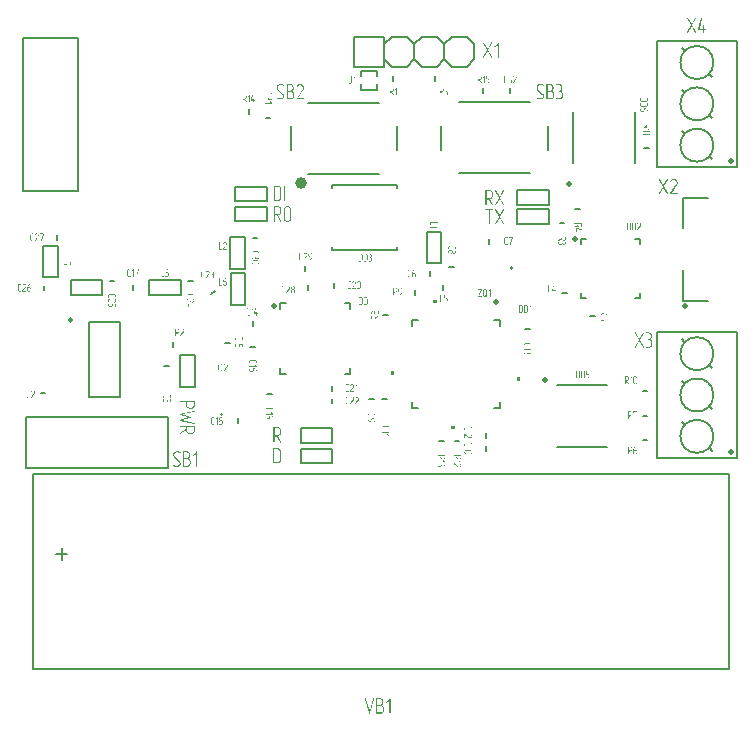
<source format=gto>
G04*
G04 #@! TF.GenerationSoftware,Altium Limited,Altium Designer,19.1.8 (144)*
G04*
G04 Layer_Color=65535*
%FSLAX44Y44*%
%MOMM*%
G71*
G01*
G75*
%ADD10C,0.2500*%
%ADD11C,0.1524*%
%ADD12C,0.2000*%
%ADD13C,0.5000*%
%ADD14C,1.0000*%
G36*
X321986Y342595D02*
Y346405D01*
X319446D01*
Y342595D01*
X321986D01*
D02*
G37*
G36*
X358405Y404014D02*
Y406554D01*
X354595D01*
Y404014D01*
X358405D01*
D02*
G37*
G36*
X373405Y299986D02*
Y297446D01*
X369595D01*
Y299986D01*
X373405D01*
D02*
G37*
G36*
X426014Y337595D02*
Y341405D01*
X428554D01*
Y337595D01*
X426014D01*
D02*
G37*
G36*
X327127Y416738D02*
X327241Y416729D01*
X327374Y416700D01*
X327526Y416653D01*
X327697Y416577D01*
X327859Y416472D01*
X327944Y416415D01*
X328020Y416339D01*
X328030Y416330D01*
X328058Y416301D01*
X328096Y416263D01*
X328134Y416206D01*
X328191Y416140D01*
X328239Y416064D01*
X328286Y415988D01*
X328334Y415893D01*
X328400Y415646D01*
X328429Y415494D01*
Y415351D01*
Y413290D01*
Y413280D01*
Y413242D01*
Y413195D01*
X328419Y413128D01*
X328410Y413043D01*
X328400Y412938D01*
X328391Y412824D01*
X328362Y412701D01*
X328305Y412435D01*
X328220Y412131D01*
X328163Y411979D01*
X328096Y411817D01*
X328011Y411665D01*
X327925Y411513D01*
X327916Y411504D01*
X327897Y411475D01*
X327868Y411428D01*
X327830Y411371D01*
X327773Y411295D01*
X327707Y411219D01*
X327621Y411124D01*
X327536Y411029D01*
X327431Y410924D01*
X327317Y410820D01*
X327194Y410715D01*
X327061Y410620D01*
X326918Y410516D01*
X326757Y410421D01*
X326595Y410336D01*
X326415Y410260D01*
X326320Y410250D01*
X326310D01*
X326282Y410260D01*
X326234Y410279D01*
X326168Y410317D01*
X326158Y410326D01*
X326139Y410364D01*
X326111Y410421D01*
X326101Y410488D01*
Y410497D01*
Y410526D01*
X326111Y410564D01*
X326130Y410611D01*
X326139Y410620D01*
X326158Y410639D01*
X326196Y410668D01*
X326253Y410696D01*
X326263D01*
X326282Y410706D01*
X326320Y410725D01*
X326358Y410744D01*
X326415Y410763D01*
X326481Y410801D01*
X326633Y410877D01*
X326814Y410991D01*
X326871Y411029D01*
X326985Y411124D01*
X326994Y411133D01*
X327032Y411162D01*
X327089Y411219D01*
X327165Y411286D01*
X327241Y411381D01*
X327336Y411485D01*
X327441Y411618D01*
X327536Y411760D01*
X327545Y411770D01*
X327564Y411808D01*
X327593Y411865D01*
X327640Y411950D01*
X327688Y412036D01*
X327735Y412150D01*
X327783Y412264D01*
X327830Y412387D01*
X327840Y412406D01*
X327849Y412444D01*
X327868Y412511D01*
X327897Y412596D01*
X327925Y412691D01*
X327944Y412805D01*
X327954Y412919D01*
X327963Y413033D01*
X326510D01*
X326472Y413043D01*
X326358Y413052D01*
X326225Y413081D01*
X326073Y413128D01*
X325902Y413204D01*
X325740Y413299D01*
X325579Y413432D01*
Y413442D01*
X325560Y413451D01*
X325512Y413508D01*
X325455Y413594D01*
X325379Y413708D01*
X325303Y413850D01*
X325246Y414021D01*
X325199Y414211D01*
X325180Y414420D01*
Y415351D01*
Y415361D01*
Y415380D01*
Y415408D01*
X325189Y415446D01*
X325199Y415551D01*
X325227Y415684D01*
X325275Y415836D01*
X325351Y415997D01*
X325446Y416168D01*
X325579Y416330D01*
X325588Y416339D01*
X325598Y416349D01*
X325655Y416396D01*
X325740Y416463D01*
X325854Y416539D01*
X325997Y416615D01*
X326168Y416681D01*
X326358Y416729D01*
X326462Y416748D01*
X327089D01*
X327127Y416738D01*
D02*
G37*
G36*
X322947D02*
X323052Y416729D01*
X323194Y416700D01*
X323346Y416653D01*
X323508Y416577D01*
X323679Y416472D01*
X323764Y416415D01*
X323840Y416339D01*
X323850D01*
X323859Y416320D01*
X323907Y416263D01*
X323973Y416178D01*
X324049Y416064D01*
X324125Y415921D01*
X324192Y415750D01*
X324239Y415560D01*
X324258Y415456D01*
Y415351D01*
Y414420D01*
Y414411D01*
Y414392D01*
Y414363D01*
X324249Y414325D01*
X324239Y414221D01*
X324211Y414088D01*
X324154Y413936D01*
X324078Y413765D01*
X323983Y413603D01*
X323916Y413518D01*
X323840Y413442D01*
X323821Y413423D01*
X323764Y413375D01*
X323679Y413318D01*
X323565Y413242D01*
X323422Y413166D01*
X323251Y413109D01*
X323061Y413062D01*
X322852Y413043D01*
X322795D01*
X324220Y410592D01*
X324230Y410583D01*
X324239Y410564D01*
X324249Y410516D01*
X324258Y410468D01*
Y410459D01*
X324249Y410421D01*
X324230Y410364D01*
X324182Y410307D01*
X324173Y410298D01*
X324135Y410279D01*
X324078Y410260D01*
X324011Y410250D01*
X323973D01*
X323907Y410269D01*
X323897Y410279D01*
X323878Y410288D01*
X323850Y410317D01*
X323821Y410354D01*
X322263Y413043D01*
X321465D01*
Y410478D01*
Y410459D01*
X321456Y410411D01*
X321437Y410354D01*
X321399Y410298D01*
X321390Y410288D01*
X321352Y410279D01*
X321295Y410260D01*
X321228Y410250D01*
X321218D01*
X321190Y410260D01*
X321143Y410269D01*
X321067Y410298D01*
X321057Y410307D01*
X321038Y410345D01*
X321009Y410402D01*
X321000Y410478D01*
Y416510D01*
Y416520D01*
Y416548D01*
X321009Y416586D01*
X321029Y416634D01*
X321057Y416672D01*
X321095Y416710D01*
X321152Y416738D01*
X321228Y416748D01*
X322909D01*
X322947Y416738D01*
D02*
G37*
G36*
X307458Y397419D02*
X307572Y397410D01*
X307705Y397381D01*
X307857Y397334D01*
X308028Y397258D01*
X308190Y397153D01*
X308275Y397096D01*
X308351Y397020D01*
X308370Y397001D01*
X308417Y396944D01*
X308475Y396859D01*
X308550Y396745D01*
X308626Y396602D01*
X308683Y396431D01*
X308731Y396241D01*
X308750Y396032D01*
Y395519D01*
X308741Y395481D01*
X308731Y395377D01*
X308703Y395244D01*
X308655Y395101D01*
X308579Y394940D01*
X308484Y394769D01*
X308351Y394607D01*
X308342D01*
X308332Y394588D01*
X308275Y394541D01*
X308190Y394474D01*
X308076Y394398D01*
X307933Y394313D01*
X307762Y394246D01*
X307572Y394199D01*
X307468Y394189D01*
X307363Y394180D01*
X306442D01*
X306423D01*
X306375D01*
X306309Y394189D01*
X306223Y394208D01*
X306119Y394227D01*
X306005Y394256D01*
X305881Y394303D01*
X305758Y394370D01*
X305739Y394379D01*
X305701Y394408D01*
X305644Y394446D01*
X305568Y394512D01*
X305482Y394588D01*
X305387Y394683D01*
X305292Y394797D01*
X305207Y394921D01*
X305197Y394911D01*
X305169Y394883D01*
X305131Y394835D01*
X305074Y394788D01*
X305007Y394721D01*
X304931Y394664D01*
X304836Y394598D01*
X304741Y394541D01*
X304732Y394531D01*
X304694Y394522D01*
X304637Y394503D01*
X304561Y394474D01*
X304466Y394446D01*
X304361Y394427D01*
X304247Y394417D01*
X304124Y394408D01*
X303639D01*
X303630D01*
X303611D01*
X303582D01*
X303544Y394417D01*
X303449Y394427D01*
X303316Y394455D01*
X303164Y394503D01*
X303003Y394579D01*
X302832Y394674D01*
X302661Y394807D01*
X302651Y394816D01*
X302623Y394845D01*
X302585Y394883D01*
X302547Y394940D01*
X302490Y395006D01*
X302442Y395082D01*
X302395Y395168D01*
X302347Y395253D01*
X302281Y395500D01*
X302252Y395643D01*
Y395852D01*
X302262Y395890D01*
X302271Y395994D01*
X302300Y396137D01*
X302347Y396289D01*
X302423Y396460D01*
X302528Y396631D01*
X302585Y396707D01*
X302661Y396792D01*
X302670Y396802D01*
X302699Y396830D01*
X302737Y396868D01*
X302794Y396906D01*
X302860Y396963D01*
X302936Y397011D01*
X303012Y397058D01*
X303107Y397106D01*
X303354Y397172D01*
X303497Y397201D01*
X303649D01*
X304114D01*
X304133D01*
X304171D01*
X304238Y397191D01*
X304314Y397182D01*
X304409Y397172D01*
X304513Y397144D01*
X304618Y397115D01*
X304722Y397068D01*
X304732Y397058D01*
X304770Y397039D01*
X304817Y397011D01*
X304874Y396973D01*
X304950Y396916D01*
X305026Y396849D01*
X305112Y396773D01*
X305197Y396678D01*
X305207Y396688D01*
X305226Y396735D01*
X305264Y396792D01*
X305321Y396859D01*
X305387Y396944D01*
X305473Y397039D01*
X305577Y397125D01*
X305701Y397210D01*
X305720Y397220D01*
X305758Y397248D01*
X305834Y397277D01*
X305919Y397324D01*
X306033Y397362D01*
X306157Y397391D01*
X306290Y397419D01*
X306432Y397429D01*
X307363D01*
X307373D01*
X307392D01*
X307420D01*
X307458Y397419D01*
D02*
G37*
G36*
X308579Y393249D02*
X308636Y393230D01*
X308693Y393182D01*
X308703Y393173D01*
X308722Y393135D01*
X308741Y393078D01*
X308750Y393011D01*
Y392973D01*
X308731Y392907D01*
X308722Y392897D01*
X308712Y392878D01*
X308683Y392850D01*
X308645Y392821D01*
X305957Y391264D01*
Y390466D01*
X308522D01*
X308541D01*
X308589Y390456D01*
X308645Y390437D01*
X308703Y390399D01*
X308712Y390390D01*
X308722Y390351D01*
X308741Y390294D01*
X308750Y390228D01*
Y390219D01*
X308741Y390190D01*
X308731Y390143D01*
X308703Y390066D01*
X308693Y390057D01*
X308655Y390038D01*
X308598Y390009D01*
X308522Y390000D01*
X302490D01*
X302480D01*
X302452D01*
X302414Y390009D01*
X302366Y390028D01*
X302328Y390057D01*
X302290Y390095D01*
X302262Y390152D01*
X302252Y390228D01*
Y391909D01*
X302262Y391947D01*
X302271Y392052D01*
X302300Y392194D01*
X302347Y392346D01*
X302423Y392508D01*
X302528Y392679D01*
X302585Y392764D01*
X302661Y392840D01*
Y392850D01*
X302680Y392859D01*
X302737Y392907D01*
X302822Y392973D01*
X302936Y393049D01*
X303079Y393125D01*
X303250Y393192D01*
X303440Y393239D01*
X303544Y393258D01*
X303649D01*
X304580D01*
X304589D01*
X304608D01*
X304637D01*
X304675Y393249D01*
X304779Y393239D01*
X304912Y393211D01*
X305064Y393154D01*
X305235Y393078D01*
X305397Y392983D01*
X305482Y392916D01*
X305558Y392840D01*
X305577Y392821D01*
X305625Y392764D01*
X305682Y392679D01*
X305758Y392565D01*
X305834Y392422D01*
X305891Y392251D01*
X305938Y392061D01*
X305957Y391852D01*
Y391795D01*
X308408Y393220D01*
X308417Y393230D01*
X308437Y393239D01*
X308484Y393249D01*
X308531Y393258D01*
X308541D01*
X308579Y393249D01*
D02*
G37*
G36*
X486712Y346488D02*
X486760Y346469D01*
X486817Y346422D01*
X486827Y346412D01*
X486855Y346374D01*
X486884Y346317D01*
X486893Y346260D01*
Y346251D01*
X486884Y346213D01*
X486865Y346156D01*
X486827Y346099D01*
X486817Y346089D01*
X486788Y346070D01*
X486731Y346042D01*
X486656Y346032D01*
X484575D01*
Y343705D01*
X485563D01*
X485601Y343695D01*
X485706Y343686D01*
X485839Y343657D01*
X486000Y343610D01*
X486162Y343534D01*
X486323Y343429D01*
X486409Y343372D01*
X486484Y343296D01*
X486494D01*
X486503Y343277D01*
X486551Y343220D01*
X486618Y343135D01*
X486693Y343021D01*
X486760Y342878D01*
X486827Y342707D01*
X486874Y342527D01*
X486893Y342422D01*
Y342318D01*
Y341387D01*
Y341377D01*
Y341358D01*
Y341330D01*
X486884Y341292D01*
X486874Y341188D01*
X486846Y341054D01*
X486798Y340902D01*
X486722Y340732D01*
X486618Y340570D01*
X486561Y340485D01*
X486484Y340409D01*
X486465Y340390D01*
X486409Y340342D01*
X486323Y340275D01*
X486209Y340209D01*
X486067Y340133D01*
X485896Y340066D01*
X485706Y340019D01*
X485601Y340009D01*
X485497Y340000D01*
X484319D01*
X484281Y340009D01*
X484224Y340028D01*
X484167Y340057D01*
X484157Y340066D01*
X484138Y340104D01*
X484119Y340162D01*
X484110Y340228D01*
Y340238D01*
X484119Y340266D01*
X484138Y340304D01*
X484167Y340370D01*
X484176Y340390D01*
X484214Y340418D01*
X484262Y340447D01*
X484338Y340466D01*
X485563D01*
X485630Y340485D01*
X485725Y340504D01*
X485829Y340532D01*
X485934Y340579D01*
X486048Y340646D01*
X486152Y340732D01*
X486162Y340741D01*
X486200Y340779D01*
X486238Y340836D01*
X486295Y340912D01*
X486342Y341007D01*
X486390Y341121D01*
X486418Y341245D01*
X486428Y341387D01*
Y342308D01*
Y342327D01*
Y342375D01*
X486418Y342441D01*
X486390Y342536D01*
X486361Y342641D01*
X486314Y342745D01*
X486247Y342859D01*
X486152Y342964D01*
X486143Y342973D01*
X486105Y343011D01*
X486048Y343049D01*
X485972Y343106D01*
X485877Y343154D01*
X485763Y343201D01*
X485639Y343230D01*
X485497Y343239D01*
X484300D01*
X484262Y343249D01*
X484224Y343268D01*
X484186Y343296D01*
X484148Y343334D01*
X484119Y343391D01*
X484110Y343467D01*
Y346260D01*
Y346270D01*
Y346298D01*
X484119Y346336D01*
X484138Y346384D01*
X484167Y346422D01*
X484205Y346460D01*
X484262Y346488D01*
X484338Y346498D01*
X486674D01*
X486712Y346488D01*
D02*
G37*
G36*
X481877D02*
X481982Y346479D01*
X482124Y346450D01*
X482276Y346403D01*
X482438Y346327D01*
X482609Y346222D01*
X482694Y346165D01*
X482770Y346089D01*
X482780D01*
X482789Y346070D01*
X482837Y346013D01*
X482903Y345928D01*
X482979Y345814D01*
X483055Y345671D01*
X483122Y345500D01*
X483169Y345310D01*
X483188Y345206D01*
Y345101D01*
Y341387D01*
Y341377D01*
Y341358D01*
Y341330D01*
X483179Y341292D01*
X483169Y341188D01*
X483141Y341054D01*
X483084Y340902D01*
X483008Y340732D01*
X482913Y340570D01*
X482846Y340485D01*
X482770Y340409D01*
X482751Y340390D01*
X482694Y340342D01*
X482609Y340275D01*
X482495Y340209D01*
X482352Y340133D01*
X482181Y340066D01*
X481991Y340019D01*
X481887Y340009D01*
X481782Y340000D01*
X480120D01*
X480082Y340009D01*
X480044Y340028D01*
X480006Y340057D01*
X479968Y340095D01*
X479939Y340152D01*
X479930Y340228D01*
Y346260D01*
Y346270D01*
Y346298D01*
X479939Y346336D01*
X479958Y346384D01*
X479987Y346422D01*
X480025Y346460D01*
X480082Y346488D01*
X480158Y346498D01*
X481839D01*
X481877Y346488D01*
D02*
G37*
G36*
X477697D02*
X477802Y346479D01*
X477944Y346450D01*
X478096Y346403D01*
X478258Y346327D01*
X478429Y346222D01*
X478514Y346165D01*
X478590Y346089D01*
X478600D01*
X478609Y346070D01*
X478657Y346013D01*
X478723Y345928D01*
X478799Y345814D01*
X478875Y345671D01*
X478942Y345500D01*
X478989Y345310D01*
X479008Y345206D01*
Y345101D01*
Y341387D01*
Y341377D01*
Y341358D01*
Y341330D01*
X478999Y341292D01*
X478989Y341188D01*
X478961Y341054D01*
X478904Y340902D01*
X478828Y340732D01*
X478733Y340570D01*
X478666Y340485D01*
X478590Y340409D01*
X478571Y340390D01*
X478514Y340342D01*
X478429Y340275D01*
X478315Y340209D01*
X478172Y340133D01*
X478001Y340066D01*
X477811Y340019D01*
X477707Y340009D01*
X477602Y340000D01*
X475940D01*
X475902Y340009D01*
X475864Y340028D01*
X475826Y340057D01*
X475788Y340095D01*
X475760Y340152D01*
X475750Y340228D01*
Y346260D01*
Y346270D01*
Y346298D01*
X475760Y346336D01*
X475779Y346384D01*
X475807Y346422D01*
X475845Y346460D01*
X475902Y346488D01*
X475978Y346498D01*
X477659D01*
X477697Y346488D01*
D02*
G37*
G36*
X526161Y341738D02*
X526265Y341729D01*
X526408Y341700D01*
X526560Y341653D01*
X526721Y341577D01*
X526892Y341472D01*
X526978Y341415D01*
X527054Y341339D01*
X527063D01*
X527073Y341320D01*
X527120Y341263D01*
X527187Y341178D01*
X527263Y341064D01*
X527339Y340921D01*
X527405Y340750D01*
X527453Y340560D01*
X527472Y340456D01*
Y340351D01*
Y336637D01*
Y336627D01*
Y336608D01*
Y336580D01*
X527462Y336542D01*
X527453Y336437D01*
X527424Y336305D01*
X527367Y336152D01*
X527291Y335981D01*
X527196Y335820D01*
X527130Y335734D01*
X527054Y335658D01*
X527035Y335639D01*
X526978Y335592D01*
X526892Y335526D01*
X526778Y335459D01*
X526636Y335383D01*
X526465Y335317D01*
X526275Y335269D01*
X526170Y335260D01*
X526066Y335250D01*
X525553D01*
X525515Y335260D01*
X525410Y335269D01*
X525277Y335298D01*
X525135Y335345D01*
X524973Y335421D01*
X524802Y335516D01*
X524641Y335649D01*
Y335658D01*
X524622Y335668D01*
X524574Y335725D01*
X524508Y335811D01*
X524432Y335924D01*
X524346Y336067D01*
X524280Y336238D01*
X524232Y336428D01*
X524223Y336532D01*
X524213Y336637D01*
Y340351D01*
Y340361D01*
Y340380D01*
Y340408D01*
X524223Y340446D01*
X524232Y340551D01*
X524261Y340684D01*
X524308Y340836D01*
X524384Y340997D01*
X524479Y341168D01*
X524612Y341330D01*
X524622Y341339D01*
X524631Y341349D01*
X524688Y341396D01*
X524774Y341463D01*
X524888Y341539D01*
X525030Y341615D01*
X525201Y341681D01*
X525391Y341729D01*
X525496Y341748D01*
X526123D01*
X526161Y341738D01*
D02*
G37*
G36*
X523102D02*
X523149Y341719D01*
X523206Y341681D01*
X523216Y341672D01*
X523244Y341643D01*
X523273Y341586D01*
X523282Y341520D01*
Y335478D01*
Y335459D01*
X523273Y335411D01*
X523254Y335354D01*
X523216Y335298D01*
X523206Y335288D01*
X523168Y335279D01*
X523111Y335260D01*
X523045Y335250D01*
X523035D01*
X523007Y335260D01*
X522959Y335269D01*
X522883Y335298D01*
X522874Y335307D01*
X522855Y335345D01*
X522826Y335402D01*
X522817Y335478D01*
Y340959D01*
X521819Y339962D01*
X521810Y339952D01*
X521772Y339924D01*
X521724Y339895D01*
X521658Y339886D01*
X521639D01*
X521601Y339895D01*
X521553Y339914D01*
X521496Y339952D01*
X521487Y339962D01*
X521468Y340000D01*
X521439Y340057D01*
X521430Y340123D01*
Y340133D01*
X521439Y340161D01*
X521458Y340209D01*
X521496Y340285D01*
X522883Y341681D01*
X522893Y341691D01*
X522931Y341719D01*
X522978Y341738D01*
X523045Y341748D01*
X523064D01*
X523102Y341738D01*
D02*
G37*
G36*
X519197D02*
X519302Y341729D01*
X519444Y341700D01*
X519596Y341653D01*
X519758Y341577D01*
X519929Y341472D01*
X520014Y341415D01*
X520090Y341339D01*
X520100D01*
X520109Y341320D01*
X520157Y341263D01*
X520223Y341178D01*
X520299Y341064D01*
X520375Y340921D01*
X520442Y340750D01*
X520489Y340560D01*
X520508Y340456D01*
Y340351D01*
Y339420D01*
Y339411D01*
Y339392D01*
Y339363D01*
X520499Y339325D01*
X520489Y339221D01*
X520461Y339088D01*
X520404Y338936D01*
X520328Y338765D01*
X520233Y338603D01*
X520166Y338518D01*
X520090Y338442D01*
X520071Y338423D01*
X520014Y338375D01*
X519929Y338318D01*
X519815Y338242D01*
X519672Y338166D01*
X519501Y338109D01*
X519311Y338062D01*
X519102Y338043D01*
X519045D01*
X520470Y335592D01*
X520480Y335583D01*
X520489Y335564D01*
X520499Y335516D01*
X520508Y335468D01*
Y335459D01*
X520499Y335421D01*
X520480Y335364D01*
X520432Y335307D01*
X520423Y335298D01*
X520385Y335279D01*
X520328Y335260D01*
X520261Y335250D01*
X520223D01*
X520157Y335269D01*
X520147Y335279D01*
X520128Y335288D01*
X520100Y335317D01*
X520071Y335354D01*
X518513Y338043D01*
X517715D01*
Y335478D01*
Y335459D01*
X517706Y335411D01*
X517687Y335354D01*
X517649Y335298D01*
X517640Y335288D01*
X517602Y335279D01*
X517545Y335260D01*
X517478Y335250D01*
X517468D01*
X517440Y335260D01*
X517393Y335269D01*
X517317Y335298D01*
X517307Y335307D01*
X517288Y335345D01*
X517259Y335402D01*
X517250Y335478D01*
Y341510D01*
Y341520D01*
Y341548D01*
X517259Y341586D01*
X517279Y341634D01*
X517307Y341672D01*
X517345Y341710D01*
X517402Y341738D01*
X517478Y341748D01*
X519159D01*
X519197Y341738D01*
D02*
G37*
G36*
X527258Y312238D02*
X527315Y312219D01*
X527372Y312181D01*
X527381Y312172D01*
X527410Y312143D01*
X527429Y312096D01*
X527438Y312029D01*
X527429Y311963D01*
X526023Y305931D01*
Y305921D01*
X526013Y305902D01*
X525985Y305854D01*
X525947Y305788D01*
X525804Y305750D01*
X525785D01*
X525747Y305760D01*
X525700Y305769D01*
X525633Y305798D01*
X525624Y305807D01*
X525605Y305845D01*
X525576Y305902D01*
X525567Y305968D01*
X525576Y306026D01*
X526906Y311782D01*
X524645D01*
Y311317D01*
Y311298D01*
X524636Y311250D01*
X524617Y311193D01*
X524579Y311136D01*
X524569Y311127D01*
X524531Y311117D01*
X524474Y311098D01*
X524408Y311089D01*
X524398D01*
X524370Y311098D01*
X524322Y311108D01*
X524246Y311136D01*
X524237Y311146D01*
X524218Y311184D01*
X524189Y311241D01*
X524180Y311317D01*
Y312010D01*
Y312020D01*
Y312048D01*
X524189Y312086D01*
X524208Y312134D01*
X524237Y312172D01*
X524275Y312210D01*
X524332Y312238D01*
X524408Y312248D01*
X527220D01*
X527258Y312238D01*
D02*
G37*
G36*
X521947D02*
X522052Y312229D01*
X522194Y312200D01*
X522346Y312153D01*
X522508Y312077D01*
X522679Y311972D01*
X522764Y311915D01*
X522840Y311839D01*
X522850D01*
X522859Y311820D01*
X522907Y311763D01*
X522973Y311678D01*
X523049Y311564D01*
X523125Y311421D01*
X523192Y311250D01*
X523239Y311060D01*
X523258Y310956D01*
Y310851D01*
Y309920D01*
Y309911D01*
Y309892D01*
Y309863D01*
X523249Y309825D01*
X523239Y309721D01*
X523211Y309588D01*
X523154Y309436D01*
X523078Y309265D01*
X522983Y309103D01*
X522916Y309018D01*
X522840Y308942D01*
X522821Y308923D01*
X522764Y308875D01*
X522679Y308818D01*
X522565Y308742D01*
X522422Y308666D01*
X522251Y308609D01*
X522061Y308562D01*
X521852Y308543D01*
X521795D01*
X523220Y306092D01*
X523230Y306082D01*
X523239Y306063D01*
X523249Y306016D01*
X523258Y305968D01*
Y305959D01*
X523249Y305921D01*
X523230Y305864D01*
X523182Y305807D01*
X523173Y305798D01*
X523135Y305779D01*
X523078Y305760D01*
X523011Y305750D01*
X522973D01*
X522907Y305769D01*
X522897Y305779D01*
X522878Y305788D01*
X522850Y305816D01*
X522821Y305854D01*
X521263Y308543D01*
X520466D01*
Y305978D01*
Y305959D01*
X520456Y305912D01*
X520437Y305854D01*
X520399Y305798D01*
X520390Y305788D01*
X520351Y305779D01*
X520294Y305760D01*
X520228Y305750D01*
X520219D01*
X520190Y305760D01*
X520143Y305769D01*
X520066Y305798D01*
X520057Y305807D01*
X520038Y305845D01*
X520009Y305902D01*
X520000Y305978D01*
Y312010D01*
Y312020D01*
Y312048D01*
X520009Y312086D01*
X520028Y312134D01*
X520057Y312172D01*
X520095Y312210D01*
X520152Y312238D01*
X520228Y312248D01*
X521909D01*
X521947Y312238D01*
D02*
G37*
G36*
X526336Y282238D02*
X526384Y282219D01*
X526431Y282172D01*
X526441Y282162D01*
X526469Y282124D01*
X526488Y282067D01*
X526498Y282001D01*
Y281991D01*
Y281963D01*
X526488Y281925D01*
X526469Y281887D01*
X526460Y281877D01*
X526441Y281858D01*
X526403Y281830D01*
X526346Y281792D01*
X526260Y281754D01*
X526156Y281706D01*
X525956Y281602D01*
X525947D01*
X525928Y281583D01*
X525890Y281564D01*
X525842Y281535D01*
X525738Y281459D01*
X525614Y281364D01*
X525605Y281355D01*
X525567Y281326D01*
X525510Y281269D01*
X525443Y281203D01*
X525358Y281108D01*
X525263Y281003D01*
X525168Y280870D01*
X525063Y280728D01*
X525054Y280718D01*
X525035Y280680D01*
X525006Y280623D01*
X524959Y280538D01*
X524921Y280443D01*
X524864Y280338D01*
X524816Y280224D01*
X524769Y280091D01*
X524759Y280072D01*
X524750Y280034D01*
X524731Y279968D01*
X524712Y279882D01*
X524683Y279787D01*
X524664Y279683D01*
X524655Y279569D01*
X524645Y279455D01*
X526089D01*
X526127Y279445D01*
X526241Y279436D01*
X526374Y279407D01*
X526526Y279360D01*
X526697Y279284D01*
X526859Y279179D01*
X526944Y279122D01*
X527020Y279046D01*
X527030D01*
X527039Y279027D01*
X527087Y278980D01*
X527153Y278885D01*
X527229Y278771D01*
X527296Y278628D01*
X527362Y278457D01*
X527410Y278267D01*
X527429Y278163D01*
Y278058D01*
Y277137D01*
Y277127D01*
Y277108D01*
Y277080D01*
X527419Y277042D01*
X527410Y276928D01*
X527381Y276795D01*
X527334Y276643D01*
X527258Y276472D01*
X527153Y276311D01*
X527096Y276225D01*
X527020Y276149D01*
X527001Y276130D01*
X526944Y276082D01*
X526859Y276026D01*
X526745Y275949D01*
X526602Y275874D01*
X526431Y275816D01*
X526241Y275769D01*
X526032Y275750D01*
X525519D01*
X525481Y275760D01*
X525377Y275769D01*
X525244Y275798D01*
X525101Y275845D01*
X524940Y275921D01*
X524769Y276016D01*
X524607Y276149D01*
Y276159D01*
X524588Y276168D01*
X524541Y276225D01*
X524474Y276311D01*
X524398Y276425D01*
X524313Y276567D01*
X524246Y276738D01*
X524199Y276928D01*
X524189Y277032D01*
X524180Y277137D01*
Y279198D01*
Y279208D01*
Y279246D01*
Y279293D01*
X524189Y279360D01*
X524199Y279445D01*
X524208Y279550D01*
X524218Y279664D01*
X524246Y279787D01*
X524303Y280063D01*
X524389Y280357D01*
X524446Y280509D01*
X524512Y280671D01*
X524588Y280823D01*
X524674Y280975D01*
X524683Y280984D01*
X524702Y281013D01*
X524731Y281060D01*
X524778Y281117D01*
X524826Y281193D01*
X524892Y281269D01*
X524978Y281364D01*
X525063Y281459D01*
X525168Y281564D01*
X525282Y281668D01*
X525405Y281773D01*
X525538Y281877D01*
X525681Y281972D01*
X525842Y282067D01*
X526004Y282153D01*
X526184Y282229D01*
X526279Y282248D01*
X526298D01*
X526336Y282238D01*
D02*
G37*
G36*
X521947D02*
X522052Y282229D01*
X522194Y282200D01*
X522346Y282153D01*
X522508Y282077D01*
X522679Y281972D01*
X522764Y281915D01*
X522840Y281839D01*
X522850D01*
X522859Y281820D01*
X522907Y281763D01*
X522973Y281678D01*
X523049Y281564D01*
X523125Y281421D01*
X523192Y281250D01*
X523239Y281060D01*
X523258Y280956D01*
Y280851D01*
Y279920D01*
Y279911D01*
Y279892D01*
Y279863D01*
X523249Y279825D01*
X523239Y279721D01*
X523211Y279588D01*
X523154Y279436D01*
X523078Y279265D01*
X522983Y279103D01*
X522916Y279018D01*
X522840Y278942D01*
X522821Y278923D01*
X522764Y278875D01*
X522679Y278818D01*
X522565Y278742D01*
X522422Y278666D01*
X522251Y278609D01*
X522061Y278562D01*
X521852Y278543D01*
X521795D01*
X523220Y276092D01*
X523230Y276082D01*
X523239Y276063D01*
X523249Y276016D01*
X523258Y275968D01*
Y275959D01*
X523249Y275921D01*
X523230Y275864D01*
X523182Y275807D01*
X523173Y275798D01*
X523135Y275779D01*
X523078Y275760D01*
X523011Y275750D01*
X522973D01*
X522907Y275769D01*
X522897Y275779D01*
X522878Y275788D01*
X522850Y275816D01*
X522821Y275854D01*
X521263Y278543D01*
X520466D01*
Y275978D01*
Y275959D01*
X520456Y275912D01*
X520437Y275854D01*
X520399Y275798D01*
X520390Y275788D01*
X520351Y275779D01*
X520294Y275760D01*
X520228Y275750D01*
X520219D01*
X520190Y275760D01*
X520143Y275769D01*
X520066Y275798D01*
X520057Y275807D01*
X520038Y275845D01*
X520009Y275902D01*
X520000Y275978D01*
Y282010D01*
Y282020D01*
Y282048D01*
X520009Y282086D01*
X520028Y282134D01*
X520057Y282172D01*
X520095Y282210D01*
X520152Y282238D01*
X520228Y282248D01*
X521909D01*
X521947Y282238D01*
D02*
G37*
G36*
X532577Y379013D02*
X532691Y378975D01*
X532805Y378899D01*
X532825Y378880D01*
X532882Y378804D01*
X532939Y378708D01*
X532958Y378575D01*
Y378556D01*
Y378499D01*
X532920Y378423D01*
X532882Y378328D01*
X529762Y372525D01*
X532882Y366685D01*
X532901Y366666D01*
X532920Y366628D01*
X532939Y366533D01*
X532958Y366438D01*
Y366418D01*
X532939Y366342D01*
X532901Y366228D01*
X532805Y366114D01*
X532786Y366095D01*
X532710Y366057D01*
X532596Y366019D01*
X532463Y366000D01*
X532425D01*
X532311Y366038D01*
X532178Y366114D01*
X532121Y366171D01*
X532063Y366247D01*
X529229Y371536D01*
X526375Y366247D01*
Y366228D01*
X526356Y366209D01*
X526280Y366133D01*
X526147Y366038D01*
X526071Y366019D01*
X525976Y366000D01*
X525938D01*
X525862Y366019D01*
X525747Y366057D01*
X525633Y366114D01*
X525614Y366133D01*
X525576Y366209D01*
X525519Y366304D01*
X525500Y366438D01*
Y366457D01*
Y366514D01*
X525519Y366590D01*
X525557Y366685D01*
X528696Y372506D01*
X525557Y378328D01*
X525500Y378575D01*
Y378594D01*
X525519Y378651D01*
X525557Y378727D01*
X525633Y378842D01*
X525652Y378880D01*
X525728Y378937D01*
X525842Y378994D01*
X525976Y379032D01*
X526014D01*
X526128Y378994D01*
X526261Y378918D01*
X526318Y378861D01*
X526375Y378765D01*
X529229Y373515D01*
X532063Y378765D01*
Y378784D01*
X532082Y378804D01*
X532159Y378899D01*
X532292Y378994D01*
X532368Y379013D01*
X532463Y379032D01*
X532501D01*
X532577Y379013D01*
D02*
G37*
G36*
X537314Y378994D02*
X537543Y378975D01*
X537809Y378918D01*
X538132Y378823D01*
X538456Y378670D01*
X538798Y378461D01*
X538950Y378347D01*
X539103Y378195D01*
X539122D01*
X539141Y378157D01*
X539236Y378043D01*
X539369Y377871D01*
X539521Y377643D01*
X539654Y377358D01*
X539787Y377015D01*
X539883Y376635D01*
X539921Y376426D01*
Y376216D01*
Y375284D01*
Y374961D01*
Y374789D01*
X539864Y374599D01*
Y374580D01*
Y374561D01*
X539826Y374447D01*
X539768Y374276D01*
X539654Y374066D01*
X539635Y374047D01*
X539616Y373990D01*
X539540Y373876D01*
X539464Y373762D01*
X539369Y373610D01*
X539236Y373458D01*
X539084Y373267D01*
X538893Y373096D01*
X538912Y373077D01*
X538988Y373039D01*
X539103Y372963D01*
X539255Y372849D01*
X539426Y372716D01*
X539597Y372545D01*
X539768Y372335D01*
X539940Y372088D01*
X539959Y372050D01*
X540016Y371974D01*
X540073Y371822D01*
X540168Y371650D01*
X540244Y371422D01*
X540301Y371175D01*
X540358Y370908D01*
X540377Y370623D01*
Y368778D01*
Y368759D01*
Y368721D01*
Y368663D01*
X540358Y368587D01*
X540339Y368359D01*
X540282Y368093D01*
X540187Y367788D01*
X540035Y367446D01*
X539826Y367122D01*
X539711Y366951D01*
X539559Y366799D01*
X539521Y366761D01*
X539407Y366666D01*
X539236Y366552D01*
X539007Y366399D01*
X538722Y366247D01*
X538380Y366133D01*
X537999Y366038D01*
X537581Y366000D01*
X535222D01*
X535145Y366019D01*
X535031Y366057D01*
X534917Y366114D01*
X534898Y366133D01*
X534860Y366209D01*
X534822Y366323D01*
X534803Y366457D01*
Y366476D01*
X534822Y366533D01*
X534860Y366609D01*
X534917Y366742D01*
X534936Y366780D01*
X535012Y366837D01*
X535107Y366894D01*
X535260Y366932D01*
X537714D01*
X537847Y366970D01*
X538037Y367008D01*
X538246Y367065D01*
X538456Y367160D01*
X538684Y367294D01*
X538893Y367465D01*
X538912Y367484D01*
X538988Y367560D01*
X539064Y367674D01*
X539179Y367826D01*
X539274Y368017D01*
X539369Y368245D01*
X539426Y368492D01*
X539445Y368778D01*
Y370623D01*
Y370661D01*
Y370756D01*
X539426Y370889D01*
X539388Y371080D01*
X539312Y371289D01*
X539217Y371498D01*
X539084Y371726D01*
X538912Y371936D01*
X538893Y371955D01*
X538817Y372031D01*
X538703Y372107D01*
X538551Y372221D01*
X538361Y372316D01*
X538132Y372411D01*
X537866Y372468D01*
X537581Y372487D01*
X537086D01*
X537010Y372506D01*
X536896Y372545D01*
X536782Y372602D01*
X536763Y372621D01*
X536725Y372697D01*
X536687Y372811D01*
X536667Y372944D01*
Y372963D01*
X536687Y373020D01*
X536725Y373096D01*
X536782Y373229D01*
X536801Y373267D01*
X536877Y373325D01*
X536972Y373382D01*
X537124Y373420D01*
X537257D01*
X537390Y373458D01*
X537581Y373496D01*
X537790Y373553D01*
X537999Y373648D01*
X538227Y373781D01*
X538437Y373952D01*
X538456Y373971D01*
X538532Y374047D01*
X538608Y374162D01*
X538722Y374314D01*
X538817Y374504D01*
X538912Y374732D01*
X538969Y374999D01*
X538988Y375284D01*
Y376216D01*
Y376254D01*
Y376349D01*
X538969Y376483D01*
X538912Y376673D01*
X538855Y376863D01*
X538760Y377091D01*
X538627Y377320D01*
X538437Y377529D01*
X538418Y377548D01*
X538342Y377624D01*
X538227Y377700D01*
X538075Y377814D01*
X537885Y377909D01*
X537657Y378004D01*
X537409Y378062D01*
X537124Y378081D01*
X535222D01*
X535145Y378100D01*
X535031Y378138D01*
X534917Y378195D01*
X534898Y378214D01*
X534860Y378290D01*
X534822Y378404D01*
X534803Y378537D01*
Y378556D01*
X534822Y378613D01*
X534860Y378689D01*
X534917Y378823D01*
X534936Y378861D01*
X535012Y378918D01*
X535107Y378975D01*
X535260Y379013D01*
X537238D01*
X537314Y378994D01*
D02*
G37*
G36*
X364836Y274991D02*
X364884Y274972D01*
X364922Y274943D01*
X364960Y274905D01*
X364988Y274848D01*
X364998Y274772D01*
Y273091D01*
X364988Y273053D01*
X364979Y272948D01*
X364950Y272806D01*
X364903Y272654D01*
X364827Y272492D01*
X364722Y272321D01*
X364665Y272236D01*
X364589Y272160D01*
Y272150D01*
X364570Y272141D01*
X364513Y272093D01*
X364428Y272027D01*
X364314Y271951D01*
X364171Y271875D01*
X364000Y271808D01*
X363810Y271761D01*
X363706Y271742D01*
X363601D01*
X362670D01*
X362661D01*
X362642D01*
X362613D01*
X362575Y271751D01*
X362471Y271761D01*
X362338Y271789D01*
X362186Y271846D01*
X362015Y271922D01*
X361853Y272017D01*
X361768Y272084D01*
X361692Y272160D01*
X361673Y272179D01*
X361625Y272236D01*
X361568Y272321D01*
X361492Y272435D01*
X361416Y272578D01*
X361359Y272749D01*
X361312Y272939D01*
X361293Y273148D01*
Y273205D01*
X358842Y271780D01*
X358833Y271770D01*
X358814Y271761D01*
X358766Y271751D01*
X358718Y271742D01*
X358709D01*
X358671Y271751D01*
X358614Y271770D01*
X358557Y271818D01*
X358548Y271827D01*
X358529Y271865D01*
X358509Y271922D01*
X358500Y271989D01*
Y272027D01*
X358519Y272093D01*
X358529Y272103D01*
X358538Y272122D01*
X358567Y272150D01*
X358605Y272179D01*
X361293Y273737D01*
Y274534D01*
X358728D01*
X358709D01*
X358661Y274544D01*
X358605Y274563D01*
X358548Y274601D01*
X358538Y274611D01*
X358529Y274648D01*
X358509Y274706D01*
X358500Y274772D01*
Y274781D01*
X358509Y274810D01*
X358519Y274858D01*
X358548Y274933D01*
X358557Y274943D01*
X358595Y274962D01*
X358652Y274991D01*
X358728Y275000D01*
X364760D01*
X364770D01*
X364798D01*
X364836Y274991D01*
D02*
G37*
G36*
X363411Y270811D02*
X363459Y270792D01*
X363535Y270754D01*
X364931Y269367D01*
X364941Y269357D01*
X364969Y269319D01*
X364988Y269272D01*
X364998Y269205D01*
Y269186D01*
X364988Y269148D01*
X364969Y269101D01*
X364931Y269044D01*
X364922Y269034D01*
X364893Y269006D01*
X364836Y268977D01*
X364770Y268968D01*
X358728D01*
X358709D01*
X358661Y268977D01*
X358605Y268996D01*
X358548Y269034D01*
X358538Y269044D01*
X358529Y269082D01*
X358509Y269139D01*
X358500Y269205D01*
Y269215D01*
X358509Y269243D01*
X358519Y269291D01*
X358548Y269367D01*
X358557Y269376D01*
X358595Y269395D01*
X358652Y269424D01*
X358728Y269433D01*
X364209D01*
X363212Y270431D01*
X363202Y270440D01*
X363174Y270478D01*
X363145Y270526D01*
X363136Y270592D01*
Y270611D01*
X363145Y270649D01*
X363164Y270697D01*
X363202Y270754D01*
X363212Y270763D01*
X363250Y270782D01*
X363307Y270811D01*
X363373Y270820D01*
X363383D01*
X363411Y270811D01*
D02*
G37*
G36*
X364798Y268027D02*
X364836Y268008D01*
X364903Y267980D01*
X364922Y267970D01*
X364950Y267932D01*
X364979Y267885D01*
X364998Y267809D01*
Y266821D01*
X364988Y266783D01*
X364979Y266669D01*
X364950Y266536D01*
X364903Y266374D01*
X364827Y266213D01*
X364722Y266042D01*
X364665Y265966D01*
X364589Y265890D01*
Y265880D01*
X364570Y265871D01*
X364513Y265823D01*
X364428Y265757D01*
X364314Y265681D01*
X364171Y265614D01*
X364000Y265548D01*
X363810Y265500D01*
X363706Y265481D01*
X363601D01*
X363136D01*
X362974D01*
X362889D01*
X362794Y265510D01*
X362784D01*
X362775D01*
X362718Y265529D01*
X362632Y265557D01*
X362528Y265614D01*
X362518Y265624D01*
X362490Y265633D01*
X362433Y265671D01*
X362376Y265709D01*
X362300Y265757D01*
X362224Y265823D01*
X362129Y265899D01*
X362043Y265994D01*
X362034Y265985D01*
X362015Y265947D01*
X361977Y265890D01*
X361920Y265814D01*
X361853Y265728D01*
X361768Y265643D01*
X361663Y265557D01*
X361540Y265472D01*
X361521Y265462D01*
X361483Y265434D01*
X361407Y265405D01*
X361321Y265358D01*
X361207Y265320D01*
X361084Y265291D01*
X360951Y265263D01*
X360808Y265253D01*
X359887D01*
X359877D01*
X359858D01*
X359830D01*
X359792Y265263D01*
X359678Y265272D01*
X359545Y265301D01*
X359393Y265348D01*
X359222Y265424D01*
X359061Y265529D01*
X358975Y265586D01*
X358899Y265662D01*
X358880Y265681D01*
X358833Y265738D01*
X358775Y265823D01*
X358699Y265937D01*
X358624Y266080D01*
X358567Y266251D01*
X358519Y266441D01*
X358500Y266650D01*
Y267828D01*
X358509Y267866D01*
X358529Y267923D01*
X358557Y267980D01*
X358567Y267989D01*
X358605Y268008D01*
X358661Y268027D01*
X358728Y268037D01*
X358737D01*
X358766Y268027D01*
X358804Y268008D01*
X358871Y267980D01*
X358890Y267970D01*
X358918Y267932D01*
X358946Y267885D01*
X358965Y267809D01*
Y266583D01*
X358984Y266517D01*
X359003Y266422D01*
X359032Y266317D01*
X359080Y266213D01*
X359146Y266099D01*
X359231Y265994D01*
X359241Y265985D01*
X359279Y265947D01*
X359336Y265909D01*
X359412Y265852D01*
X359507Y265804D01*
X359621Y265757D01*
X359744Y265728D01*
X359887Y265719D01*
X360808D01*
X360827D01*
X360875D01*
X360941Y265728D01*
X361036Y265747D01*
X361141Y265785D01*
X361245Y265833D01*
X361359Y265899D01*
X361464Y265985D01*
X361473Y265994D01*
X361511Y266032D01*
X361549Y266089D01*
X361606Y266165D01*
X361654Y266260D01*
X361701Y266374D01*
X361730Y266507D01*
X361739Y266650D01*
Y266897D01*
X361749Y266935D01*
X361768Y266992D01*
X361796Y267049D01*
X361806Y267058D01*
X361844Y267077D01*
X361901Y267096D01*
X361967Y267106D01*
X361977D01*
X362005Y267096D01*
X362043Y267077D01*
X362110Y267049D01*
X362129Y267039D01*
X362157Y267001D01*
X362186Y266954D01*
X362205Y266878D01*
Y266811D01*
X362224Y266745D01*
X362243Y266650D01*
X362271Y266545D01*
X362319Y266441D01*
X362385Y266327D01*
X362471Y266222D01*
X362480Y266213D01*
X362518Y266175D01*
X362575Y266137D01*
X362651Y266080D01*
X362746Y266032D01*
X362860Y265985D01*
X362993Y265956D01*
X363136Y265947D01*
X363601D01*
X363620D01*
X363668D01*
X363734Y265956D01*
X363829Y265985D01*
X363924Y266013D01*
X364038Y266061D01*
X364152Y266127D01*
X364257Y266222D01*
X364266Y266232D01*
X364304Y266270D01*
X364342Y266327D01*
X364399Y266403D01*
X364447Y266498D01*
X364494Y266612D01*
X364523Y266735D01*
X364532Y266878D01*
Y267828D01*
X364542Y267866D01*
X364561Y267923D01*
X364589Y267980D01*
X364599Y267989D01*
X364637Y268008D01*
X364694Y268027D01*
X364760Y268037D01*
X364770D01*
X364798Y268027D01*
D02*
G37*
G36*
X378336Y274991D02*
X378384Y274972D01*
X378422Y274943D01*
X378460Y274905D01*
X378488Y274848D01*
X378498Y274772D01*
Y273091D01*
X378488Y273053D01*
X378479Y272948D01*
X378450Y272806D01*
X378403Y272654D01*
X378327Y272492D01*
X378222Y272321D01*
X378165Y272236D01*
X378089Y272160D01*
Y272150D01*
X378070Y272141D01*
X378013Y272093D01*
X377928Y272027D01*
X377814Y271951D01*
X377671Y271875D01*
X377500Y271808D01*
X377310Y271761D01*
X377206Y271742D01*
X377101D01*
X376170D01*
X376161D01*
X376142D01*
X376113D01*
X376075Y271751D01*
X375971Y271761D01*
X375838Y271789D01*
X375686Y271846D01*
X375515Y271922D01*
X375353Y272017D01*
X375268Y272084D01*
X375192Y272160D01*
X375173Y272179D01*
X375125Y272236D01*
X375068Y272321D01*
X374992Y272435D01*
X374916Y272578D01*
X374859Y272749D01*
X374812Y272939D01*
X374793Y273148D01*
Y273205D01*
X372342Y271780D01*
X372332Y271770D01*
X372313Y271761D01*
X372266Y271751D01*
X372219Y271742D01*
X372209D01*
X372171Y271751D01*
X372114Y271770D01*
X372057Y271818D01*
X372048Y271827D01*
X372029Y271865D01*
X372010Y271922D01*
X372000Y271989D01*
Y272027D01*
X372019Y272093D01*
X372029Y272103D01*
X372038Y272122D01*
X372066Y272150D01*
X372104Y272179D01*
X374793Y273737D01*
Y274534D01*
X372228D01*
X372209D01*
X372161Y274544D01*
X372104Y274563D01*
X372048Y274601D01*
X372038Y274611D01*
X372029Y274648D01*
X372010Y274706D01*
X372000Y274772D01*
Y274781D01*
X372010Y274810D01*
X372019Y274858D01*
X372048Y274933D01*
X372057Y274943D01*
X372095Y274962D01*
X372152Y274991D01*
X372228Y275000D01*
X378260D01*
X378270D01*
X378298D01*
X378336Y274991D01*
D02*
G37*
G36*
X376911Y270811D02*
X376959Y270792D01*
X377035Y270754D01*
X378431Y269367D01*
X378441Y269357D01*
X378469Y269319D01*
X378488Y269272D01*
X378498Y269205D01*
Y269186D01*
X378488Y269148D01*
X378469Y269101D01*
X378431Y269044D01*
X378422Y269034D01*
X378393Y269006D01*
X378336Y268977D01*
X378270Y268968D01*
X372228D01*
X372209D01*
X372161Y268977D01*
X372104Y268996D01*
X372048Y269034D01*
X372038Y269044D01*
X372029Y269082D01*
X372010Y269139D01*
X372000Y269205D01*
Y269215D01*
X372010Y269243D01*
X372019Y269291D01*
X372048Y269367D01*
X372057Y269376D01*
X372095Y269395D01*
X372152Y269424D01*
X372228Y269433D01*
X377709D01*
X376712Y270431D01*
X376702Y270440D01*
X376674Y270478D01*
X376645Y270526D01*
X376636Y270592D01*
Y270611D01*
X376645Y270649D01*
X376664Y270697D01*
X376702Y270754D01*
X376712Y270763D01*
X376750Y270782D01*
X376807Y270811D01*
X376873Y270820D01*
X376883D01*
X376911Y270811D01*
D02*
G37*
G36*
X372323Y268027D02*
X372361Y268008D01*
X376218Y265453D01*
X376398Y265358D01*
X376560Y265282D01*
X376569D01*
X376588Y265272D01*
X376626Y265263D01*
X376664Y265253D01*
X376778Y265234D01*
X376902Y265225D01*
X376911D01*
X376921D01*
X376978Y265234D01*
X377073Y265244D01*
X377177Y265272D01*
X377310Y265320D01*
X377443Y265386D01*
X377576Y265481D01*
X377700Y265614D01*
X377709Y265624D01*
X377728Y265643D01*
X377747Y265681D01*
X377785Y265719D01*
X377823Y265776D01*
X377861Y265842D01*
X377937Y266004D01*
Y266013D01*
X377956Y266042D01*
X377966Y266089D01*
X377985Y266146D01*
X378004Y266213D01*
X378013Y266298D01*
X378032Y266469D01*
Y266526D01*
X378023Y266583D01*
X378013Y266659D01*
X377985Y266754D01*
X377956Y266849D01*
X377909Y266963D01*
X377852Y267068D01*
X377842Y267077D01*
X377814Y267115D01*
X377776Y267163D01*
X377709Y267229D01*
X377624Y267296D01*
X377519Y267372D01*
X377386Y267448D01*
X377234Y267514D01*
X377225Y267524D01*
X377196Y267533D01*
X377158Y267562D01*
X377130Y267590D01*
Y267600D01*
X377111Y267628D01*
X377101Y267666D01*
X377082Y267723D01*
Y267742D01*
X377092Y267780D01*
X377111Y267837D01*
X377139Y267894D01*
X377149Y267904D01*
X377187Y267923D01*
X377244Y267951D01*
X377310Y267961D01*
X377396Y267951D01*
X377405D01*
X377424Y267942D01*
X377453Y267932D01*
X377491Y267913D01*
X377586Y267866D01*
X377709Y267799D01*
X377852Y267714D01*
X377985Y267609D01*
X378127Y267486D01*
X378241Y267343D01*
X378251Y267324D01*
X378279Y267277D01*
X378327Y267201D01*
X378374Y267096D01*
X378412Y266973D01*
X378460Y266830D01*
X378488Y266659D01*
X378498Y266488D01*
Y266422D01*
X378488Y266374D01*
Y266317D01*
X378479Y266251D01*
X378441Y266089D01*
X378384Y265909D01*
X378308Y265709D01*
X378194Y265500D01*
X378118Y265396D01*
X378042Y265301D01*
X378032Y265291D01*
X378023Y265272D01*
X377994Y265253D01*
X377956Y265215D01*
X377909Y265177D01*
X377852Y265130D01*
X377719Y265025D01*
X377548Y264921D01*
X377358Y264835D01*
X377253Y264797D01*
X377139Y264769D01*
X377025Y264759D01*
X376902Y264750D01*
X376892D01*
X376864D01*
X376816D01*
X376759Y264759D01*
X376693Y264769D01*
X376617Y264778D01*
X376455Y264826D01*
X376446D01*
X376417Y264835D01*
X376370Y264854D01*
X376313Y264883D01*
X376237Y264911D01*
X376151Y264949D01*
X376056Y265006D01*
X375952Y265063D01*
X372466Y267372D01*
Y265016D01*
X372456Y264978D01*
X372437Y264930D01*
X372389Y264873D01*
X372380Y264864D01*
X372342Y264835D01*
X372285Y264807D01*
X372228Y264797D01*
X372219D01*
X372180Y264807D01*
X372123Y264826D01*
X372066Y264864D01*
X372057Y264873D01*
X372038Y264902D01*
X372010Y264959D01*
X372000Y265035D01*
Y267818D01*
X372010Y267856D01*
X372029Y267913D01*
X372066Y267970D01*
X372085Y267980D01*
X372123Y267999D01*
X372180Y268027D01*
X372247Y268037D01*
X372257D01*
X372285D01*
X372323Y268027D01*
D02*
G37*
G36*
X536336Y577491D02*
X536384Y577472D01*
X536422Y577443D01*
X536460Y577405D01*
X536488Y577348D01*
X536498Y577272D01*
Y575591D01*
X536488Y575553D01*
X536479Y575448D01*
X536450Y575306D01*
X536403Y575154D01*
X536327Y574992D01*
X536222Y574821D01*
X536165Y574736D01*
X536089Y574660D01*
Y574650D01*
X536070Y574641D01*
X536013Y574593D01*
X535928Y574527D01*
X535814Y574451D01*
X535671Y574375D01*
X535500Y574308D01*
X535310Y574261D01*
X535206Y574242D01*
X535101D01*
X531387D01*
X531377D01*
X531358D01*
X531330D01*
X531292Y574251D01*
X531188Y574261D01*
X531054Y574289D01*
X530902Y574346D01*
X530732Y574422D01*
X530570Y574517D01*
X530485Y574584D01*
X530409Y574660D01*
X530390Y574679D01*
X530342Y574736D01*
X530275Y574821D01*
X530209Y574935D01*
X530133Y575078D01*
X530066Y575249D01*
X530019Y575439D01*
X530009Y575543D01*
X530000Y575648D01*
Y577310D01*
X530009Y577348D01*
X530028Y577386D01*
X530057Y577424D01*
X530095Y577462D01*
X530152Y577491D01*
X530228Y577500D01*
X536260D01*
X536270D01*
X536298D01*
X536336Y577491D01*
D02*
G37*
G36*
Y573311D02*
X536384Y573292D01*
X536422Y573263D01*
X536460Y573225D01*
X536488Y573168D01*
X536498Y573092D01*
Y571411D01*
X536488Y571373D01*
X536479Y571268D01*
X536450Y571126D01*
X536403Y570974D01*
X536327Y570812D01*
X536222Y570641D01*
X536165Y570556D01*
X536089Y570480D01*
Y570470D01*
X536070Y570461D01*
X536013Y570413D01*
X535928Y570347D01*
X535814Y570271D01*
X535671Y570195D01*
X535500Y570128D01*
X535310Y570081D01*
X535206Y570062D01*
X535101D01*
X531387D01*
X531377D01*
X531358D01*
X531330D01*
X531292Y570071D01*
X531188Y570081D01*
X531054Y570109D01*
X530902Y570166D01*
X530732Y570242D01*
X530570Y570337D01*
X530485Y570404D01*
X530409Y570480D01*
X530390Y570499D01*
X530342Y570556D01*
X530275Y570641D01*
X530209Y570755D01*
X530133Y570898D01*
X530066Y571069D01*
X530019Y571259D01*
X530009Y571363D01*
X530000Y571468D01*
Y573130D01*
X530009Y573168D01*
X530028Y573206D01*
X530057Y573244D01*
X530095Y573282D01*
X530152Y573311D01*
X530228Y573320D01*
X536260D01*
X536270D01*
X536298D01*
X536336Y573311D01*
D02*
G37*
G36*
X533610Y569131D02*
X533695Y569121D01*
X533800Y569112D01*
X533914Y569102D01*
X534037Y569074D01*
X534313Y569017D01*
X534607Y568931D01*
X534759Y568874D01*
X534921Y568808D01*
X535073Y568732D01*
X535225Y568646D01*
X535234Y568637D01*
X535263Y568618D01*
X535310Y568589D01*
X535367Y568542D01*
X535443Y568494D01*
X535519Y568428D01*
X535614Y568342D01*
X535709Y568257D01*
X535814Y568152D01*
X535918Y568038D01*
X536023Y567915D01*
X536127Y567782D01*
X536222Y567639D01*
X536317Y567478D01*
X536403Y567316D01*
X536479Y567136D01*
X536498Y567041D01*
Y567022D01*
X536488Y566984D01*
X536469Y566936D01*
X536422Y566889D01*
X536412Y566879D01*
X536374Y566851D01*
X536317Y566832D01*
X536251Y566822D01*
X536241D01*
X536213D01*
X536175Y566832D01*
X536137Y566851D01*
X536127Y566860D01*
X536108Y566879D01*
X536080Y566917D01*
X536042Y566974D01*
X536004Y567060D01*
X535956Y567164D01*
X535852Y567364D01*
Y567373D01*
X535833Y567392D01*
X535814Y567430D01*
X535785Y567478D01*
X535709Y567582D01*
X535614Y567706D01*
X535605Y567715D01*
X535576Y567753D01*
X535519Y567810D01*
X535453Y567877D01*
X535358Y567962D01*
X535253Y568057D01*
X535120Y568152D01*
X534978Y568257D01*
X534968Y568266D01*
X534930Y568285D01*
X534873Y568314D01*
X534788Y568361D01*
X534693Y568399D01*
X534588Y568456D01*
X534474Y568504D01*
X534341Y568551D01*
X534322Y568561D01*
X534284Y568570D01*
X534218Y568589D01*
X534132Y568608D01*
X534037Y568637D01*
X533933Y568656D01*
X533819Y568665D01*
X533705Y568675D01*
Y567231D01*
X533695Y567193D01*
X533686Y567079D01*
X533657Y566946D01*
X533610Y566794D01*
X533534Y566623D01*
X533429Y566461D01*
X533372Y566376D01*
X533296Y566300D01*
Y566291D01*
X533277Y566281D01*
X533230Y566233D01*
X533135Y566167D01*
X533021Y566091D01*
X532878Y566025D01*
X532707Y565958D01*
X532517Y565910D01*
X532413Y565891D01*
X532308D01*
X531387D01*
X531377D01*
X531358D01*
X531330D01*
X531292Y565901D01*
X531178Y565910D01*
X531045Y565939D01*
X530893Y565987D01*
X530722Y566063D01*
X530560Y566167D01*
X530475Y566224D01*
X530399Y566300D01*
X530380Y566319D01*
X530332Y566376D01*
X530275Y566461D01*
X530200Y566575D01*
X530123Y566718D01*
X530066Y566889D01*
X530019Y567079D01*
X530000Y567288D01*
Y567801D01*
X530009Y567839D01*
X530019Y567943D01*
X530047Y568076D01*
X530095Y568219D01*
X530171Y568380D01*
X530266Y568551D01*
X530399Y568713D01*
X530409D01*
X530418Y568732D01*
X530475Y568779D01*
X530560Y568846D01*
X530675Y568922D01*
X530817Y569007D01*
X530988Y569074D01*
X531178Y569121D01*
X531283Y569131D01*
X531387Y569140D01*
X533448D01*
X533458D01*
X533496D01*
X533543D01*
X533610Y569131D01*
D02*
G37*
G36*
X538586Y554991D02*
X538634Y554972D01*
X538672Y554943D01*
X538710Y554905D01*
X538738Y554848D01*
X538748Y554772D01*
Y553091D01*
X538738Y553053D01*
X538729Y552948D01*
X538700Y552806D01*
X538653Y552654D01*
X538577Y552492D01*
X538472Y552321D01*
X538415Y552236D01*
X538339Y552160D01*
Y552150D01*
X538320Y552141D01*
X538263Y552093D01*
X538178Y552027D01*
X538064Y551951D01*
X537921Y551875D01*
X537750Y551808D01*
X537560Y551761D01*
X537456Y551742D01*
X537351D01*
X536420D01*
X536411D01*
X536392D01*
X536363D01*
X536325Y551751D01*
X536221Y551761D01*
X536088Y551789D01*
X535936Y551846D01*
X535765Y551922D01*
X535603Y552017D01*
X535518Y552084D01*
X535442Y552160D01*
X535423Y552179D01*
X535375Y552236D01*
X535318Y552321D01*
X535242Y552435D01*
X535166Y552578D01*
X535109Y552749D01*
X535062Y552939D01*
X535043Y553148D01*
Y553205D01*
X532592Y551780D01*
X532583Y551770D01*
X532564Y551761D01*
X532516Y551751D01*
X532468Y551742D01*
X532459D01*
X532421Y551751D01*
X532364Y551770D01*
X532307Y551818D01*
X532298Y551827D01*
X532279Y551865D01*
X532259Y551922D01*
X532250Y551989D01*
Y552027D01*
X532269Y552093D01*
X532279Y552103D01*
X532288Y552122D01*
X532317Y552150D01*
X532355Y552179D01*
X535043Y553737D01*
Y554534D01*
X532478D01*
X532459D01*
X532411Y554544D01*
X532355Y554563D01*
X532298Y554601D01*
X532288Y554610D01*
X532279Y554649D01*
X532259Y554706D01*
X532250Y554772D01*
Y554781D01*
X532259Y554810D01*
X532269Y554857D01*
X532298Y554934D01*
X532307Y554943D01*
X532345Y554962D01*
X532402Y554991D01*
X532478Y555000D01*
X538510D01*
X538520D01*
X538548D01*
X538586Y554991D01*
D02*
G37*
G36*
X537161Y550811D02*
X537209Y550792D01*
X537285Y550754D01*
X538681Y549367D01*
X538691Y549357D01*
X538719Y549319D01*
X538738Y549272D01*
X538748Y549205D01*
Y549186D01*
X538738Y549148D01*
X538719Y549101D01*
X538681Y549044D01*
X538672Y549034D01*
X538643Y549006D01*
X538586Y548977D01*
X538520Y548968D01*
X532478D01*
X532459D01*
X532411Y548977D01*
X532355Y548996D01*
X532298Y549034D01*
X532288Y549044D01*
X532279Y549082D01*
X532259Y549139D01*
X532250Y549205D01*
Y549215D01*
X532259Y549243D01*
X532269Y549291D01*
X532298Y549367D01*
X532307Y549376D01*
X532345Y549395D01*
X532402Y549424D01*
X532478Y549433D01*
X537959D01*
X536962Y550431D01*
X536952Y550440D01*
X536924Y550478D01*
X536895Y550526D01*
X536886Y550592D01*
Y550611D01*
X536895Y550649D01*
X536914Y550697D01*
X536952Y550754D01*
X536962Y550763D01*
X537000Y550782D01*
X537057Y550811D01*
X537123Y550820D01*
X537133D01*
X537161Y550811D01*
D02*
G37*
G36*
Y548027D02*
X537209Y548008D01*
X537285Y547970D01*
X538681Y546583D01*
X538691Y546574D01*
X538719Y546536D01*
X538738Y546488D01*
X538748Y546422D01*
Y546403D01*
X538738Y546365D01*
X538719Y546317D01*
X538681Y546260D01*
X538672Y546251D01*
X538643Y546222D01*
X538586Y546194D01*
X538520Y546184D01*
X532478D01*
X532459D01*
X532411Y546194D01*
X532355Y546213D01*
X532298Y546251D01*
X532288Y546260D01*
X532279Y546298D01*
X532259Y546355D01*
X532250Y546422D01*
Y546431D01*
X532259Y546460D01*
X532269Y546507D01*
X532298Y546583D01*
X532307Y546593D01*
X532345Y546612D01*
X532402Y546640D01*
X532478Y546650D01*
X537959D01*
X536962Y547647D01*
X536952Y547657D01*
X536924Y547695D01*
X536895Y547742D01*
X536886Y547809D01*
Y547828D01*
X536895Y547866D01*
X536914Y547913D01*
X536952Y547970D01*
X536962Y547980D01*
X537000Y547999D01*
X537057Y548027D01*
X537123Y548037D01*
X537133D01*
X537161Y548027D01*
D02*
G37*
G36*
X577077Y645513D02*
X577191Y645475D01*
X577305Y645399D01*
X577324Y645380D01*
X577382Y645304D01*
X577439Y645208D01*
X577458Y645075D01*
Y645056D01*
Y644999D01*
X577420Y644923D01*
X577382Y644828D01*
X574262Y639025D01*
X577382Y633185D01*
X577401Y633166D01*
X577420Y633128D01*
X577439Y633033D01*
X577458Y632938D01*
Y632919D01*
X577439Y632842D01*
X577401Y632728D01*
X577305Y632614D01*
X577286Y632595D01*
X577210Y632557D01*
X577096Y632519D01*
X576963Y632500D01*
X576925D01*
X576811Y632538D01*
X576678Y632614D01*
X576621Y632671D01*
X576563Y632747D01*
X573729Y638036D01*
X570875Y632747D01*
Y632728D01*
X570856Y632709D01*
X570780Y632633D01*
X570647Y632538D01*
X570571Y632519D01*
X570476Y632500D01*
X570438D01*
X570362Y632519D01*
X570247Y632557D01*
X570133Y632614D01*
X570114Y632633D01*
X570076Y632709D01*
X570019Y632804D01*
X570000Y632938D01*
Y632957D01*
Y633014D01*
X570019Y633090D01*
X570057Y633185D01*
X573196Y639006D01*
X570057Y644828D01*
X570000Y645075D01*
Y645094D01*
X570019Y645151D01*
X570057Y645228D01*
X570133Y645342D01*
X570152Y645380D01*
X570228Y645437D01*
X570342Y645494D01*
X570476Y645532D01*
X570514D01*
X570628Y645494D01*
X570761Y645418D01*
X570818Y645361D01*
X570875Y645266D01*
X573729Y640015D01*
X576563Y645266D01*
Y645285D01*
X576582Y645304D01*
X576659Y645399D01*
X576792Y645494D01*
X576868Y645513D01*
X576963Y645532D01*
X577001D01*
X577077Y645513D01*
D02*
G37*
G36*
X581719Y645494D02*
X581814Y645456D01*
X581928Y645380D01*
X581948Y645361D01*
X582005Y645285D01*
X582062Y645189D01*
X582081Y645056D01*
Y644942D01*
X580330Y636229D01*
X583013D01*
Y638550D01*
Y638569D01*
X583032Y638645D01*
X583070Y638740D01*
X583146Y638854D01*
X583165Y638873D01*
X583241Y638949D01*
X583336Y639006D01*
X583469Y639025D01*
X583507D01*
X583584Y639006D01*
X583679Y638968D01*
X583793Y638892D01*
X583812Y638873D01*
X583869Y638816D01*
X583926Y638702D01*
X583945Y638550D01*
Y636229D01*
X585372D01*
X585448Y636210D01*
X585543Y636172D01*
X585657Y636077D01*
X585676Y636058D01*
X585733Y635981D01*
X585790Y635867D01*
X585809Y635753D01*
Y635734D01*
X585790Y635658D01*
X585752Y635544D01*
X585676Y635430D01*
X585657Y635411D01*
X585600Y635373D01*
X585486Y635316D01*
X585353Y635297D01*
X583945D01*
Y632957D01*
Y632919D01*
X583926Y632823D01*
X583888Y632709D01*
X583812Y632595D01*
X583793Y632576D01*
X583717Y632557D01*
X583603Y632519D01*
X583469Y632500D01*
X583450D01*
X583393Y632519D01*
X583298Y632538D01*
X583146Y632595D01*
X583127Y632614D01*
X583089Y632690D01*
X583032Y632804D01*
X583013Y632957D01*
Y635297D01*
X579722D01*
X579646Y635316D01*
X579531Y635354D01*
X579417Y635411D01*
X579398Y635430D01*
X579360Y635506D01*
X579303Y635601D01*
X579284Y635734D01*
X579303Y635848D01*
X581167Y645132D01*
Y645170D01*
X581186Y645247D01*
X581244Y645342D01*
X581320Y645418D01*
X581605Y645513D01*
X581643D01*
X581719Y645494D01*
D02*
G37*
G36*
X423841Y596488D02*
X423898D01*
X423965Y596479D01*
X424126Y596441D01*
X424307Y596384D01*
X424506Y596308D01*
X424715Y596194D01*
X424820Y596118D01*
X424915Y596042D01*
X424924Y596032D01*
X424943Y596023D01*
X424962Y595994D01*
X425000Y595956D01*
X425038Y595909D01*
X425086Y595852D01*
X425190Y595719D01*
X425295Y595548D01*
X425380Y595358D01*
X425418Y595253D01*
X425447Y595139D01*
X425456Y595025D01*
X425466Y594902D01*
Y594892D01*
Y594864D01*
Y594816D01*
X425456Y594759D01*
X425447Y594693D01*
X425437Y594617D01*
X425390Y594455D01*
Y594446D01*
X425380Y594417D01*
X425361Y594370D01*
X425333Y594313D01*
X425304Y594237D01*
X425266Y594151D01*
X425209Y594056D01*
X425152Y593952D01*
X422844Y590466D01*
X425200D01*
X425238Y590456D01*
X425285Y590437D01*
X425342Y590390D01*
X425351Y590380D01*
X425380Y590342D01*
X425409Y590285D01*
X425418Y590228D01*
Y590219D01*
X425409Y590181D01*
X425390Y590123D01*
X425351Y590066D01*
X425342Y590057D01*
X425314Y590038D01*
X425257Y590009D01*
X425181Y590000D01*
X422397D01*
X422359Y590009D01*
X422302Y590028D01*
X422245Y590066D01*
X422236Y590085D01*
X422217Y590123D01*
X422188Y590181D01*
X422179Y590247D01*
Y590257D01*
Y590285D01*
X422188Y590323D01*
X422207Y590361D01*
X424763Y594218D01*
X424858Y594398D01*
X424934Y594560D01*
Y594569D01*
X424943Y594588D01*
X424953Y594626D01*
X424962Y594664D01*
X424981Y594778D01*
X424991Y594902D01*
Y594911D01*
Y594921D01*
X424981Y594978D01*
X424972Y595073D01*
X424943Y595177D01*
X424896Y595310D01*
X424829Y595443D01*
X424734Y595576D01*
X424601Y595700D01*
X424592Y595709D01*
X424573Y595728D01*
X424535Y595747D01*
X424497Y595785D01*
X424440Y595823D01*
X424373Y595861D01*
X424212Y595937D01*
X424202D01*
X424174Y595956D01*
X424126Y595966D01*
X424069Y595985D01*
X424003Y596004D01*
X423917Y596013D01*
X423746Y596032D01*
X423689D01*
X423632Y596023D01*
X423556Y596013D01*
X423461Y595985D01*
X423366Y595956D01*
X423252Y595909D01*
X423148Y595852D01*
X423138Y595842D01*
X423100Y595814D01*
X423053Y595776D01*
X422986Y595709D01*
X422920Y595624D01*
X422844Y595519D01*
X422768Y595386D01*
X422701Y595234D01*
X422692Y595225D01*
X422682Y595196D01*
X422654Y595158D01*
X422625Y595130D01*
X422616D01*
X422587Y595111D01*
X422549Y595101D01*
X422492Y595082D01*
X422473D01*
X422435Y595092D01*
X422378Y595111D01*
X422321Y595139D01*
X422312Y595149D01*
X422293Y595187D01*
X422264Y595244D01*
X422255Y595310D01*
X422264Y595396D01*
Y595405D01*
X422274Y595424D01*
X422283Y595453D01*
X422302Y595491D01*
X422350Y595586D01*
X422416Y595709D01*
X422502Y595852D01*
X422606Y595985D01*
X422730Y596127D01*
X422872Y596241D01*
X422891Y596251D01*
X422939Y596279D01*
X423015Y596327D01*
X423119Y596374D01*
X423243Y596412D01*
X423385Y596460D01*
X423556Y596488D01*
X423727Y596498D01*
X423794D01*
X423841Y596488D01*
D02*
G37*
G36*
X419718D02*
X419832Y596479D01*
X419965Y596450D01*
X420127Y596403D01*
X420288Y596327D01*
X420459Y596222D01*
X420535Y596165D01*
X420611Y596089D01*
X420621D01*
X420630Y596070D01*
X420678Y596013D01*
X420744Y595928D01*
X420820Y595814D01*
X420887Y595671D01*
X420953Y595500D01*
X421001Y595310D01*
X421020Y595206D01*
Y595101D01*
Y594636D01*
Y594474D01*
Y594389D01*
X420991Y594294D01*
Y594284D01*
Y594275D01*
X420972Y594218D01*
X420944Y594132D01*
X420887Y594028D01*
X420877Y594018D01*
X420868Y593990D01*
X420830Y593933D01*
X420792Y593876D01*
X420744Y593800D01*
X420678Y593724D01*
X420602Y593629D01*
X420507Y593543D01*
X420516Y593534D01*
X420554Y593515D01*
X420611Y593477D01*
X420687Y593420D01*
X420773Y593353D01*
X420858Y593268D01*
X420944Y593163D01*
X421029Y593040D01*
X421039Y593021D01*
X421067Y592983D01*
X421096Y592907D01*
X421143Y592821D01*
X421181Y592707D01*
X421210Y592584D01*
X421238Y592451D01*
X421248Y592308D01*
Y591387D01*
Y591377D01*
Y591358D01*
Y591330D01*
X421238Y591292D01*
X421229Y591178D01*
X421200Y591045D01*
X421153Y590893D01*
X421077Y590722D01*
X420972Y590560D01*
X420915Y590475D01*
X420839Y590399D01*
X420820Y590380D01*
X420763Y590332D01*
X420678Y590275D01*
X420564Y590200D01*
X420421Y590123D01*
X420250Y590066D01*
X420060Y590019D01*
X419851Y590000D01*
X418673D01*
X418635Y590009D01*
X418578Y590028D01*
X418521Y590057D01*
X418512Y590066D01*
X418493Y590104D01*
X418474Y590162D01*
X418464Y590228D01*
Y590238D01*
X418474Y590266D01*
X418493Y590304D01*
X418521Y590370D01*
X418531Y590390D01*
X418569Y590418D01*
X418616Y590447D01*
X418692Y590466D01*
X419918D01*
X419984Y590485D01*
X420079Y590504D01*
X420184Y590532D01*
X420288Y590579D01*
X420402Y590646D01*
X420507Y590732D01*
X420516Y590741D01*
X420554Y590779D01*
X420592Y590836D01*
X420649Y590912D01*
X420697Y591007D01*
X420744Y591121D01*
X420773Y591244D01*
X420782Y591387D01*
Y592308D01*
Y592327D01*
Y592375D01*
X420773Y592441D01*
X420754Y592536D01*
X420716Y592641D01*
X420668Y592745D01*
X420602Y592859D01*
X420516Y592964D01*
X420507Y592973D01*
X420469Y593011D01*
X420412Y593049D01*
X420336Y593106D01*
X420241Y593154D01*
X420127Y593201D01*
X419994Y593230D01*
X419851Y593239D01*
X419604D01*
X419566Y593249D01*
X419509Y593268D01*
X419452Y593296D01*
X419443Y593306D01*
X419424Y593344D01*
X419405Y593401D01*
X419395Y593467D01*
Y593477D01*
X419405Y593505D01*
X419424Y593543D01*
X419452Y593610D01*
X419462Y593629D01*
X419500Y593657D01*
X419547Y593686D01*
X419623Y593705D01*
X419690D01*
X419756Y593724D01*
X419851Y593743D01*
X419956Y593771D01*
X420060Y593819D01*
X420174Y593885D01*
X420279Y593971D01*
X420288Y593980D01*
X420326Y594018D01*
X420364Y594075D01*
X420421Y594151D01*
X420469Y594246D01*
X420516Y594360D01*
X420545Y594493D01*
X420554Y594636D01*
Y595101D01*
Y595120D01*
Y595168D01*
X420545Y595234D01*
X420516Y595329D01*
X420488Y595424D01*
X420440Y595538D01*
X420374Y595652D01*
X420279Y595757D01*
X420269Y595766D01*
X420231Y595804D01*
X420174Y595842D01*
X420098Y595899D01*
X420003Y595947D01*
X419889Y595994D01*
X419766Y596023D01*
X419623Y596032D01*
X418673D01*
X418635Y596042D01*
X418578Y596061D01*
X418521Y596089D01*
X418512Y596099D01*
X418493Y596137D01*
X418474Y596194D01*
X418464Y596260D01*
Y596270D01*
X418474Y596298D01*
X418493Y596336D01*
X418521Y596403D01*
X418531Y596422D01*
X418569Y596450D01*
X418616Y596479D01*
X418692Y596498D01*
X419680D01*
X419718Y596488D01*
D02*
G37*
G36*
X417353D02*
X417400Y596469D01*
X417457Y596422D01*
X417467Y596412D01*
X417495Y596374D01*
X417524Y596317D01*
X417533Y596260D01*
Y596251D01*
X417524Y596213D01*
X417505Y596156D01*
X417467Y596099D01*
X417457Y596089D01*
X417429Y596070D01*
X417372Y596042D01*
X417296Y596032D01*
X416080D01*
X416013Y596023D01*
X415918Y595994D01*
X415814Y595966D01*
X415700Y595918D01*
X415586Y595852D01*
X415481Y595757D01*
X415472Y595747D01*
X415443Y595709D01*
X415396Y595652D01*
X415349Y595576D01*
X415301Y595481D01*
X415253Y595367D01*
X415225Y595244D01*
X415215Y595101D01*
Y591387D01*
Y591368D01*
Y591320D01*
X415234Y591254D01*
X415253Y591159D01*
X415282Y591064D01*
X415330Y590950D01*
X415396Y590836D01*
X415481Y590732D01*
X415491Y590722D01*
X415529Y590694D01*
X415586Y590646D01*
X415672Y590598D01*
X415766Y590551D01*
X415880Y590504D01*
X416004Y590475D01*
X416146Y590466D01*
X417315D01*
X417353Y590456D01*
X417400Y590437D01*
X417457Y590390D01*
X417467Y590380D01*
X417495Y590342D01*
X417524Y590285D01*
X417533Y590228D01*
Y590219D01*
X417524Y590181D01*
X417505Y590123D01*
X417467Y590066D01*
X417457Y590057D01*
X417429Y590038D01*
X417372Y590009D01*
X417296Y590000D01*
X416089D01*
X416051Y590009D01*
X415947Y590019D01*
X415814Y590047D01*
X415662Y590095D01*
X415500Y590171D01*
X415330Y590266D01*
X415168Y590399D01*
Y590409D01*
X415149Y590418D01*
X415102Y590475D01*
X415035Y590560D01*
X414959Y590675D01*
X414883Y590817D01*
X414817Y590988D01*
X414769Y591178D01*
X414759Y591282D01*
X414750Y591387D01*
Y595101D01*
Y595111D01*
Y595130D01*
Y595158D01*
X414759Y595196D01*
X414769Y595301D01*
X414798Y595434D01*
X414845Y595586D01*
X414921Y595747D01*
X415016Y595918D01*
X415149Y596080D01*
X415159Y596089D01*
X415168Y596099D01*
X415225Y596146D01*
X415311Y596213D01*
X415424Y596289D01*
X415577Y596365D01*
X415738Y596431D01*
X415937Y596479D01*
X416042Y596498D01*
X417315D01*
X417353Y596488D01*
D02*
G37*
G36*
X402066D02*
X402114Y596469D01*
X402171Y596422D01*
X402180Y596412D01*
X402209Y596374D01*
X402237Y596317D01*
X402247Y596260D01*
Y596251D01*
X402237Y596213D01*
X402218Y596156D01*
X402180Y596099D01*
X402171Y596089D01*
X402142Y596070D01*
X402085Y596042D01*
X402009Y596032D01*
X399929D01*
Y593705D01*
X400917D01*
X400955Y593695D01*
X401059Y593686D01*
X401192Y593657D01*
X401354Y593610D01*
X401515Y593534D01*
X401677Y593429D01*
X401762Y593372D01*
X401838Y593296D01*
X401848D01*
X401857Y593277D01*
X401905Y593220D01*
X401971Y593135D01*
X402047Y593021D01*
X402114Y592878D01*
X402180Y592707D01*
X402228Y592527D01*
X402247Y592422D01*
Y592318D01*
Y591387D01*
Y591377D01*
Y591358D01*
Y591330D01*
X402237Y591292D01*
X402228Y591187D01*
X402199Y591054D01*
X402152Y590902D01*
X402076Y590732D01*
X401971Y590570D01*
X401914Y590485D01*
X401838Y590409D01*
X401819Y590390D01*
X401762Y590342D01*
X401677Y590275D01*
X401563Y590209D01*
X401420Y590133D01*
X401249Y590066D01*
X401059Y590019D01*
X400955Y590009D01*
X400850Y590000D01*
X399672D01*
X399634Y590009D01*
X399577Y590028D01*
X399520Y590057D01*
X399511Y590066D01*
X399492Y590104D01*
X399473Y590162D01*
X399463Y590228D01*
Y590238D01*
X399473Y590266D01*
X399492Y590304D01*
X399520Y590370D01*
X399530Y590390D01*
X399568Y590418D01*
X399615Y590447D01*
X399691Y590466D01*
X400917D01*
X400983Y590485D01*
X401078Y590504D01*
X401183Y590532D01*
X401287Y590579D01*
X401401Y590646D01*
X401506Y590732D01*
X401515Y590741D01*
X401553Y590779D01*
X401591Y590836D01*
X401648Y590912D01*
X401696Y591007D01*
X401743Y591121D01*
X401772Y591244D01*
X401781Y591387D01*
Y592308D01*
Y592327D01*
Y592375D01*
X401772Y592441D01*
X401743Y592536D01*
X401715Y592641D01*
X401667Y592745D01*
X401601Y592859D01*
X401506Y592964D01*
X401496Y592973D01*
X401458Y593011D01*
X401401Y593049D01*
X401325Y593106D01*
X401230Y593154D01*
X401116Y593201D01*
X400993Y593230D01*
X400850Y593239D01*
X399653D01*
X399615Y593249D01*
X399577Y593268D01*
X399539Y593296D01*
X399501Y593334D01*
X399473Y593391D01*
X399463Y593467D01*
Y596260D01*
Y596270D01*
Y596298D01*
X399473Y596336D01*
X399492Y596384D01*
X399520Y596422D01*
X399558Y596460D01*
X399615Y596488D01*
X399691Y596498D01*
X402028D01*
X402066Y596488D01*
D02*
G37*
G36*
X398352D02*
X398399Y596469D01*
X398456Y596431D01*
X398466Y596422D01*
X398494Y596393D01*
X398523Y596336D01*
X398532Y596270D01*
Y590228D01*
Y590209D01*
X398523Y590162D01*
X398504Y590104D01*
X398466Y590047D01*
X398456Y590038D01*
X398418Y590028D01*
X398361Y590009D01*
X398295Y590000D01*
X398285D01*
X398257Y590009D01*
X398209Y590019D01*
X398133Y590047D01*
X398124Y590057D01*
X398105Y590095D01*
X398076Y590152D01*
X398067Y590228D01*
Y595709D01*
X397069Y594712D01*
X397060Y594702D01*
X397022Y594674D01*
X396974Y594645D01*
X396908Y594636D01*
X396889D01*
X396851Y594645D01*
X396803Y594664D01*
X396746Y594702D01*
X396737Y594712D01*
X396718Y594750D01*
X396689Y594807D01*
X396680Y594873D01*
Y594883D01*
X396689Y594911D01*
X396708Y594959D01*
X396746Y595035D01*
X398133Y596431D01*
X398143Y596441D01*
X398181Y596469D01*
X398228Y596488D01*
X398295Y596498D01*
X398314D01*
X398352Y596488D01*
D02*
G37*
G36*
X394447D02*
X394552Y596479D01*
X394694Y596450D01*
X394846Y596403D01*
X395008Y596327D01*
X395179Y596222D01*
X395264Y596165D01*
X395340Y596089D01*
X395350D01*
X395359Y596070D01*
X395407Y596013D01*
X395473Y595928D01*
X395549Y595814D01*
X395625Y595671D01*
X395692Y595500D01*
X395739Y595310D01*
X395758Y595206D01*
Y595101D01*
Y594170D01*
Y594161D01*
Y594142D01*
Y594113D01*
X395749Y594075D01*
X395739Y593971D01*
X395711Y593838D01*
X395654Y593686D01*
X395578Y593515D01*
X395483Y593353D01*
X395416Y593268D01*
X395340Y593192D01*
X395321Y593173D01*
X395264Y593125D01*
X395179Y593068D01*
X395065Y592992D01*
X394922Y592916D01*
X394751Y592859D01*
X394561Y592812D01*
X394352Y592793D01*
X394295D01*
X395720Y590342D01*
X395730Y590332D01*
X395739Y590313D01*
X395749Y590266D01*
X395758Y590219D01*
Y590209D01*
X395749Y590171D01*
X395730Y590114D01*
X395682Y590057D01*
X395673Y590047D01*
X395635Y590028D01*
X395578Y590009D01*
X395511Y590000D01*
X395473D01*
X395407Y590019D01*
X395397Y590028D01*
X395378Y590038D01*
X395350Y590066D01*
X395321Y590104D01*
X393763Y592793D01*
X392966D01*
Y590228D01*
Y590209D01*
X392956Y590162D01*
X392937Y590104D01*
X392899Y590047D01*
X392890Y590038D01*
X392851Y590028D01*
X392794Y590009D01*
X392728Y590000D01*
X392719D01*
X392690Y590009D01*
X392643Y590019D01*
X392566Y590047D01*
X392557Y590057D01*
X392538Y590095D01*
X392509Y590152D01*
X392500Y590228D01*
Y596260D01*
Y596270D01*
Y596298D01*
X392509Y596336D01*
X392528Y596384D01*
X392557Y596422D01*
X392595Y596460D01*
X392652Y596488D01*
X392728Y596498D01*
X394409D01*
X394447Y596488D01*
D02*
G37*
G36*
X138952Y278244D02*
X139123Y278225D01*
X139294Y278187D01*
X139503Y278149D01*
X139713Y278092D01*
X139732D01*
X139808Y278053D01*
X139922Y278015D01*
X140074Y277958D01*
X140245Y277901D01*
X140417Y277806D01*
X140778Y277597D01*
X140797D01*
X140816Y277578D01*
X140854Y277540D01*
X140892Y277483D01*
X140911Y277464D01*
X140930Y277426D01*
X140968Y277331D01*
X141006Y277216D01*
Y277197D01*
X140987Y277121D01*
X140949Y277007D01*
X140854Y276893D01*
X140835Y276874D01*
X140759Y276817D01*
X140645Y276760D01*
X140512Y276741D01*
X140265Y276817D01*
X140226Y276836D01*
X140131Y276893D01*
X139998Y276988D01*
X139789Y277083D01*
X139561Y277159D01*
X139275Y277255D01*
X138971Y277312D01*
X138647Y277331D01*
X137144D01*
X136992Y277293D01*
X136821Y277255D01*
X136593Y277197D01*
X136383Y277083D01*
X136155Y276950D01*
X135946Y276760D01*
X135927Y276741D01*
X135870Y276665D01*
X135775Y276551D01*
X135699Y276398D01*
X135603Y276208D01*
X135508Y275980D01*
X135451Y275732D01*
X135432Y275466D01*
X135451Y275086D01*
X135489Y274914D01*
X135546Y274743D01*
Y274724D01*
X135565Y274705D01*
X135603Y274648D01*
X135660Y274591D01*
X135794Y274382D01*
X135984Y274135D01*
X140112Y269987D01*
X140131Y269968D01*
X140188Y269911D01*
X140265Y269835D01*
X140341Y269721D01*
X140455Y269588D01*
X140550Y269435D01*
X140645Y269264D01*
X140740Y269074D01*
X140816Y268865D01*
X140911Y268503D01*
X140949Y268294D01*
Y268028D01*
Y268009D01*
Y267971D01*
Y267913D01*
X140930Y267837D01*
X140911Y267628D01*
X140854Y267362D01*
X140759Y267057D01*
X140626Y266753D01*
X140436Y266411D01*
X140188Y266106D01*
X140150Y266068D01*
X140036Y265973D01*
X139865Y265840D01*
X139637Y265688D01*
X139332Y265516D01*
X138990Y265383D01*
X138590Y265288D01*
X138381Y265269D01*
X138153Y265250D01*
X136688D01*
X136612Y265269D01*
X136498D01*
X136383Y265288D01*
X136098Y265326D01*
X135775Y265402D01*
X135413Y265516D01*
X135052Y265688D01*
X134690Y265897D01*
X134538Y266068D01*
X134500Y266277D01*
Y266296D01*
X134519Y266372D01*
X134557Y266468D01*
X134614Y266582D01*
X134633Y266601D01*
X134709Y266677D01*
X134804Y266734D01*
X134919Y266753D01*
X135185Y266658D01*
X135223Y266639D01*
X135318Y266582D01*
X135470Y266506D01*
X135660Y266430D01*
X135908Y266334D01*
X136174Y266258D01*
X136479Y266201D01*
X136783Y266182D01*
X138286D01*
X138419Y266220D01*
X138590Y266258D01*
X138800Y266315D01*
X139009Y266411D01*
X139237Y266544D01*
X139446Y266734D01*
X139465Y266753D01*
X139542Y266829D01*
X139637Y266943D01*
X139732Y267114D01*
X139846Y267305D01*
X139922Y267514D01*
X139998Y267780D01*
X140017Y268047D01*
X139979Y268351D01*
Y268370D01*
Y268408D01*
X139941Y268503D01*
Y268522D01*
X139922Y268560D01*
X139884Y268693D01*
Y268713D01*
X139865Y268750D01*
X139827Y268808D01*
X139789Y268884D01*
X139656Y269112D01*
X139465Y269359D01*
X135318Y273507D01*
X135299Y273526D01*
X135261Y273564D01*
X135204Y273640D01*
X135128Y273735D01*
X135033Y273868D01*
X134919Y274020D01*
X134804Y274211D01*
X134690Y274420D01*
Y274439D01*
X134652Y274515D01*
X134633Y274610D01*
X134595Y274743D01*
X134557Y274895D01*
X134538Y275067D01*
X134500Y275466D01*
Y275485D01*
Y275523D01*
Y275580D01*
X134519Y275656D01*
X134538Y275866D01*
X134595Y276132D01*
X134690Y276437D01*
X134823Y276760D01*
X135014Y277083D01*
X135261Y277388D01*
X135280Y277407D01*
X135299Y277426D01*
X135413Y277521D01*
X135584Y277673D01*
X135813Y277825D01*
X136117Y277977D01*
X136460Y278130D01*
X136859Y278225D01*
X137068Y278263D01*
X138838D01*
X138952Y278244D01*
D02*
G37*
G36*
X154590D02*
X154685Y278206D01*
X154799Y278130D01*
X154818Y278111D01*
X154875Y278053D01*
X154932Y277939D01*
X154951Y277806D01*
Y265707D01*
Y265669D01*
X154932Y265573D01*
X154894Y265459D01*
X154818Y265345D01*
X154799Y265326D01*
X154723Y265307D01*
X154609Y265269D01*
X154476Y265250D01*
X154457D01*
X154400Y265269D01*
X154305Y265288D01*
X154152Y265345D01*
X154133Y265364D01*
X154095Y265440D01*
X154038Y265554D01*
X154019Y265707D01*
Y276684D01*
X152022Y274686D01*
X152003Y274667D01*
X151926Y274610D01*
X151831Y274553D01*
X151698Y274534D01*
X151660D01*
X151584Y274553D01*
X151489Y274591D01*
X151375Y274667D01*
X151356Y274686D01*
X151318Y274762D01*
X151261Y274876D01*
X151242Y275010D01*
Y275029D01*
X151261Y275086D01*
X151299Y275181D01*
X151375Y275333D01*
X154152Y278130D01*
X154171Y278149D01*
X154248Y278206D01*
X154343Y278244D01*
X154476Y278263D01*
X154514D01*
X154590Y278244D01*
D02*
G37*
G36*
X146314D02*
X146543Y278225D01*
X146809Y278168D01*
X147113Y278053D01*
X147456Y277901D01*
X147779Y277711D01*
X147950Y277578D01*
X148103Y277426D01*
X148122Y277407D01*
X148179Y277350D01*
X148255Y277274D01*
X148331Y277178D01*
X148445Y277045D01*
X148540Y276893D01*
X148635Y276722D01*
X148730Y276532D01*
X148864Y276056D01*
X148921Y275752D01*
Y275466D01*
Y274534D01*
Y274496D01*
Y274420D01*
X148902Y274287D01*
X148883Y274135D01*
X148864Y273944D01*
X148806Y273735D01*
X148749Y273526D01*
X148654Y273316D01*
X148635Y273297D01*
X148616Y273221D01*
X148540Y273126D01*
X148464Y273012D01*
X148350Y272860D01*
X148217Y272689D01*
X148065Y272517D01*
X147874Y272346D01*
X147912Y272327D01*
X147989Y272289D01*
X148103Y272213D01*
X148255Y272099D01*
X148426Y271947D01*
X148597Y271775D01*
X148787Y271566D01*
X148959Y271319D01*
X148978Y271281D01*
X149035Y271205D01*
X149092Y271071D01*
X149187Y270881D01*
X149263Y270672D01*
X149320Y270425D01*
X149377Y270158D01*
X149396Y269892D01*
Y268028D01*
Y268009D01*
Y267971D01*
Y267913D01*
X149377Y267837D01*
X149358Y267628D01*
X149282Y267362D01*
X149187Y267057D01*
X149035Y266734D01*
X148806Y266392D01*
X148673Y266220D01*
X148521Y266068D01*
X148483Y266030D01*
X148369Y265935D01*
X148198Y265802D01*
X147950Y265669D01*
X147665Y265516D01*
X147342Y265383D01*
X146961Y265288D01*
X146771Y265269D01*
X146581Y265250D01*
X143251D01*
X143175Y265269D01*
X143099Y265307D01*
X143023Y265364D01*
X142947Y265440D01*
X142890Y265554D01*
X142871Y265707D01*
Y277787D01*
Y277806D01*
Y277863D01*
X142890Y277939D01*
X142928Y278034D01*
X142985Y278111D01*
X143061Y278187D01*
X143175Y278244D01*
X143327Y278263D01*
X146238D01*
X146314Y278244D01*
D02*
G37*
G36*
X446702Y589244D02*
X446873Y589225D01*
X447044Y589187D01*
X447253Y589149D01*
X447463Y589092D01*
X447482D01*
X447558Y589054D01*
X447672Y589016D01*
X447824Y588958D01*
X447995Y588901D01*
X448167Y588806D01*
X448528Y588597D01*
X448547D01*
X448566Y588578D01*
X448604Y588540D01*
X448642Y588483D01*
X448661Y588464D01*
X448680Y588426D01*
X448718Y588331D01*
X448756Y588217D01*
Y588198D01*
X448737Y588121D01*
X448699Y588007D01*
X448604Y587893D01*
X448585Y587874D01*
X448509Y587817D01*
X448395Y587760D01*
X448262Y587741D01*
X448014Y587817D01*
X447976Y587836D01*
X447881Y587893D01*
X447748Y587988D01*
X447539Y588083D01*
X447310Y588159D01*
X447025Y588255D01*
X446721Y588312D01*
X446397Y588331D01*
X444894D01*
X444742Y588293D01*
X444571Y588255D01*
X444343Y588198D01*
X444133Y588083D01*
X443905Y587950D01*
X443696Y587760D01*
X443677Y587741D01*
X443620Y587665D01*
X443525Y587551D01*
X443448Y587398D01*
X443353Y587208D01*
X443258Y586980D01*
X443201Y586733D01*
X443182Y586466D01*
X443201Y586086D01*
X443239Y585914D01*
X443296Y585743D01*
Y585724D01*
X443315Y585705D01*
X443353Y585648D01*
X443410Y585591D01*
X443544Y585382D01*
X443734Y585135D01*
X447862Y580987D01*
X447881Y580968D01*
X447938Y580911D01*
X448014Y580835D01*
X448091Y580721D01*
X448205Y580588D01*
X448300Y580435D01*
X448395Y580264D01*
X448490Y580074D01*
X448566Y579865D01*
X448661Y579503D01*
X448699Y579294D01*
Y579028D01*
Y579009D01*
Y578970D01*
Y578913D01*
X448680Y578837D01*
X448661Y578628D01*
X448604Y578362D01*
X448509Y578057D01*
X448376Y577753D01*
X448186Y577411D01*
X447938Y577106D01*
X447900Y577068D01*
X447786Y576973D01*
X447615Y576840D01*
X447387Y576688D01*
X447082Y576516D01*
X446740Y576383D01*
X446340Y576288D01*
X446131Y576269D01*
X445903Y576250D01*
X444438D01*
X444362Y576269D01*
X444248D01*
X444133Y576288D01*
X443848Y576326D01*
X443525Y576402D01*
X443163Y576516D01*
X442802Y576688D01*
X442440Y576897D01*
X442288Y577068D01*
X442250Y577277D01*
Y577296D01*
X442269Y577373D01*
X442307Y577468D01*
X442364Y577582D01*
X442383Y577601D01*
X442459Y577677D01*
X442554Y577734D01*
X442668Y577753D01*
X442935Y577658D01*
X442973Y577639D01*
X443068Y577582D01*
X443220Y577506D01*
X443410Y577430D01*
X443658Y577334D01*
X443924Y577258D01*
X444229Y577201D01*
X444533Y577182D01*
X446036D01*
X446169Y577220D01*
X446340Y577258D01*
X446550Y577315D01*
X446759Y577411D01*
X446987Y577544D01*
X447196Y577734D01*
X447215Y577753D01*
X447291Y577829D01*
X447387Y577943D01*
X447482Y578114D01*
X447596Y578305D01*
X447672Y578514D01*
X447748Y578780D01*
X447767Y579047D01*
X447729Y579351D01*
Y579370D01*
Y579408D01*
X447691Y579503D01*
Y579522D01*
X447672Y579560D01*
X447634Y579693D01*
Y579712D01*
X447615Y579751D01*
X447577Y579808D01*
X447539Y579884D01*
X447406Y580112D01*
X447215Y580359D01*
X443068Y584507D01*
X443049Y584526D01*
X443011Y584564D01*
X442954Y584640D01*
X442878Y584735D01*
X442783Y584868D01*
X442668Y585020D01*
X442554Y585211D01*
X442440Y585420D01*
Y585439D01*
X442402Y585515D01*
X442383Y585610D01*
X442345Y585743D01*
X442307Y585896D01*
X442288Y586067D01*
X442250Y586466D01*
Y586485D01*
Y586523D01*
Y586580D01*
X442269Y586656D01*
X442288Y586866D01*
X442345Y587132D01*
X442440Y587436D01*
X442573Y587760D01*
X442764Y588083D01*
X443011Y588388D01*
X443030Y588407D01*
X443049Y588426D01*
X443163Y588521D01*
X443334Y588673D01*
X443563Y588825D01*
X443867Y588978D01*
X444210Y589130D01*
X444609Y589225D01*
X444818Y589263D01*
X446588D01*
X446702Y589244D01*
D02*
G37*
G36*
X461503D02*
X461731Y589225D01*
X461997Y589168D01*
X462321Y589073D01*
X462644Y588920D01*
X462987Y588711D01*
X463139Y588597D01*
X463291Y588445D01*
X463310D01*
X463329Y588407D01*
X463424Y588293D01*
X463558Y588121D01*
X463710Y587893D01*
X463843Y587608D01*
X463976Y587265D01*
X464071Y586885D01*
X464109Y586675D01*
Y586466D01*
Y585534D01*
Y585211D01*
Y585039D01*
X464052Y584849D01*
Y584830D01*
Y584811D01*
X464014Y584697D01*
X463957Y584526D01*
X463843Y584316D01*
X463824Y584297D01*
X463805Y584240D01*
X463729Y584126D01*
X463653Y584012D01*
X463558Y583860D01*
X463424Y583708D01*
X463272Y583517D01*
X463082Y583346D01*
X463101Y583327D01*
X463177Y583289D01*
X463291Y583213D01*
X463443Y583099D01*
X463615Y582966D01*
X463786Y582794D01*
X463957Y582585D01*
X464128Y582338D01*
X464147Y582300D01*
X464204Y582224D01*
X464262Y582071D01*
X464357Y581900D01*
X464433Y581672D01*
X464490Y581425D01*
X464547Y581158D01*
X464566Y580873D01*
Y579028D01*
Y579009D01*
Y578970D01*
Y578913D01*
X464547Y578837D01*
X464528Y578609D01*
X464471Y578343D01*
X464376Y578038D01*
X464223Y577696D01*
X464014Y577373D01*
X463900Y577201D01*
X463748Y577049D01*
X463710Y577011D01*
X463596Y576916D01*
X463424Y576802D01*
X463196Y576650D01*
X462911Y576497D01*
X462568Y576383D01*
X462188Y576288D01*
X461769Y576250D01*
X459410D01*
X459334Y576269D01*
X459220Y576307D01*
X459106Y576364D01*
X459087Y576383D01*
X459049Y576459D01*
X459011Y576573D01*
X458992Y576707D01*
Y576726D01*
X459011Y576783D01*
X459049Y576859D01*
X459106Y576992D01*
X459125Y577030D01*
X459201Y577087D01*
X459296Y577144D01*
X459448Y577182D01*
X461902D01*
X462036Y577220D01*
X462226Y577258D01*
X462435Y577315D01*
X462644Y577411D01*
X462873Y577544D01*
X463082Y577715D01*
X463101Y577734D01*
X463177Y577810D01*
X463253Y577924D01*
X463367Y578076D01*
X463462Y578267D01*
X463558Y578495D01*
X463615Y578742D01*
X463634Y579028D01*
Y580873D01*
Y580911D01*
Y581006D01*
X463615Y581139D01*
X463577Y581330D01*
X463501Y581539D01*
X463405Y581748D01*
X463272Y581976D01*
X463101Y582186D01*
X463082Y582205D01*
X463006Y582281D01*
X462892Y582357D01*
X462739Y582471D01*
X462549Y582566D01*
X462321Y582661D01*
X462055Y582718D01*
X461769Y582737D01*
X461275D01*
X461199Y582756D01*
X461084Y582794D01*
X460970Y582851D01*
X460951Y582871D01*
X460913Y582947D01*
X460875Y583061D01*
X460856Y583194D01*
Y583213D01*
X460875Y583270D01*
X460913Y583346D01*
X460970Y583479D01*
X460989Y583517D01*
X461065Y583574D01*
X461160Y583632D01*
X461313Y583670D01*
X461446D01*
X461579Y583708D01*
X461769Y583746D01*
X461978Y583803D01*
X462188Y583898D01*
X462416Y584031D01*
X462625Y584202D01*
X462644Y584221D01*
X462720Y584297D01*
X462797Y584412D01*
X462911Y584564D01*
X463006Y584754D01*
X463101Y584982D01*
X463158Y585249D01*
X463177Y585534D01*
Y586466D01*
Y586504D01*
Y586599D01*
X463158Y586733D01*
X463101Y586923D01*
X463044Y587113D01*
X462949Y587341D01*
X462816Y587570D01*
X462625Y587779D01*
X462606Y587798D01*
X462530Y587874D01*
X462416Y587950D01*
X462264Y588064D01*
X462074Y588159D01*
X461845Y588255D01*
X461598Y588312D01*
X461313Y588331D01*
X459410D01*
X459334Y588350D01*
X459220Y588388D01*
X459106Y588445D01*
X459087Y588464D01*
X459049Y588540D01*
X459011Y588654D01*
X458992Y588787D01*
Y588806D01*
X459011Y588863D01*
X459049Y588939D01*
X459106Y589073D01*
X459125Y589111D01*
X459201Y589168D01*
X459296Y589225D01*
X459448Y589263D01*
X461427D01*
X461503Y589244D01*
D02*
G37*
G36*
X454064D02*
X454293Y589225D01*
X454559Y589168D01*
X454863Y589054D01*
X455206Y588901D01*
X455529Y588711D01*
X455700Y588578D01*
X455853Y588426D01*
X455872Y588407D01*
X455929Y588350D01*
X456005Y588274D01*
X456081Y588178D01*
X456195Y588045D01*
X456290Y587893D01*
X456385Y587722D01*
X456480Y587532D01*
X456614Y587056D01*
X456671Y586752D01*
Y586466D01*
Y585534D01*
Y585496D01*
Y585420D01*
X456652Y585287D01*
X456633Y585135D01*
X456614Y584944D01*
X456557Y584735D01*
X456499Y584526D01*
X456404Y584316D01*
X456385Y584297D01*
X456366Y584221D01*
X456290Y584126D01*
X456214Y584012D01*
X456100Y583860D01*
X455967Y583689D01*
X455815Y583517D01*
X455624Y583346D01*
X455662Y583327D01*
X455738Y583289D01*
X455853Y583213D01*
X456005Y583099D01*
X456176Y582947D01*
X456347Y582775D01*
X456538Y582566D01*
X456709Y582319D01*
X456728Y582281D01*
X456785Y582205D01*
X456842Y582071D01*
X456937Y581881D01*
X457013Y581672D01*
X457070Y581425D01*
X457127Y581158D01*
X457146Y580892D01*
Y579028D01*
Y579009D01*
Y578970D01*
Y578913D01*
X457127Y578837D01*
X457108Y578628D01*
X457032Y578362D01*
X456937Y578057D01*
X456785Y577734D01*
X456557Y577392D01*
X456423Y577220D01*
X456271Y577068D01*
X456233Y577030D01*
X456119Y576935D01*
X455948Y576802D01*
X455700Y576669D01*
X455415Y576516D01*
X455092Y576383D01*
X454711Y576288D01*
X454521Y576269D01*
X454331Y576250D01*
X451001D01*
X450925Y576269D01*
X450849Y576307D01*
X450773Y576364D01*
X450697Y576440D01*
X450640Y576554D01*
X450621Y576707D01*
Y588787D01*
Y588806D01*
Y588863D01*
X450640Y588939D01*
X450678Y589035D01*
X450735Y589111D01*
X450811Y589187D01*
X450925Y589244D01*
X451077Y589263D01*
X453988D01*
X454064Y589244D01*
D02*
G37*
G36*
X226702D02*
X226873Y589225D01*
X227044Y589187D01*
X227253Y589149D01*
X227463Y589092D01*
X227482D01*
X227558Y589054D01*
X227672Y589016D01*
X227824Y588958D01*
X227995Y588901D01*
X228167Y588806D01*
X228528Y588597D01*
X228547D01*
X228566Y588578D01*
X228604Y588540D01*
X228642Y588483D01*
X228661Y588464D01*
X228680Y588426D01*
X228718Y588331D01*
X228756Y588217D01*
Y588198D01*
X228737Y588121D01*
X228699Y588007D01*
X228604Y587893D01*
X228585Y587874D01*
X228509Y587817D01*
X228395Y587760D01*
X228262Y587741D01*
X228015Y587817D01*
X227976Y587836D01*
X227881Y587893D01*
X227748Y587988D01*
X227539Y588083D01*
X227311Y588159D01*
X227025Y588255D01*
X226721Y588312D01*
X226397Y588331D01*
X224894D01*
X224742Y588293D01*
X224571Y588255D01*
X224343Y588198D01*
X224133Y588083D01*
X223905Y587950D01*
X223696Y587760D01*
X223677Y587741D01*
X223620Y587665D01*
X223525Y587551D01*
X223449Y587398D01*
X223353Y587208D01*
X223258Y586980D01*
X223201Y586733D01*
X223182Y586466D01*
X223201Y586086D01*
X223239Y585914D01*
X223296Y585743D01*
Y585724D01*
X223315Y585705D01*
X223353Y585648D01*
X223410Y585591D01*
X223544Y585382D01*
X223734Y585135D01*
X227862Y580987D01*
X227881Y580968D01*
X227938Y580911D01*
X228015Y580835D01*
X228091Y580721D01*
X228205Y580588D01*
X228300Y580435D01*
X228395Y580264D01*
X228490Y580074D01*
X228566Y579865D01*
X228661Y579503D01*
X228699Y579294D01*
Y579028D01*
Y579009D01*
Y578970D01*
Y578913D01*
X228680Y578837D01*
X228661Y578628D01*
X228604Y578362D01*
X228509Y578057D01*
X228376Y577753D01*
X228186Y577411D01*
X227938Y577106D01*
X227900Y577068D01*
X227786Y576973D01*
X227615Y576840D01*
X227387Y576688D01*
X227082Y576516D01*
X226740Y576383D01*
X226340Y576288D01*
X226131Y576269D01*
X225903Y576250D01*
X224438D01*
X224362Y576269D01*
X224248D01*
X224133Y576288D01*
X223848Y576326D01*
X223525Y576402D01*
X223163Y576516D01*
X222802Y576688D01*
X222440Y576897D01*
X222288Y577068D01*
X222250Y577277D01*
Y577296D01*
X222269Y577373D01*
X222307Y577468D01*
X222364Y577582D01*
X222383Y577601D01*
X222459Y577677D01*
X222554Y577734D01*
X222668Y577753D01*
X222935Y577658D01*
X222973Y577639D01*
X223068Y577582D01*
X223220Y577506D01*
X223410Y577430D01*
X223658Y577334D01*
X223924Y577258D01*
X224229Y577201D01*
X224533Y577182D01*
X226036D01*
X226169Y577220D01*
X226340Y577258D01*
X226550Y577315D01*
X226759Y577411D01*
X226987Y577544D01*
X227196Y577734D01*
X227215Y577753D01*
X227292Y577829D01*
X227387Y577943D01*
X227482Y578114D01*
X227596Y578305D01*
X227672Y578514D01*
X227748Y578780D01*
X227767Y579047D01*
X227729Y579351D01*
Y579370D01*
Y579408D01*
X227691Y579503D01*
Y579522D01*
X227672Y579560D01*
X227634Y579693D01*
Y579712D01*
X227615Y579751D01*
X227577Y579808D01*
X227539Y579884D01*
X227406Y580112D01*
X227215Y580359D01*
X223068Y584507D01*
X223049Y584526D01*
X223011Y584564D01*
X222954Y584640D01*
X222878Y584735D01*
X222783Y584868D01*
X222668Y585020D01*
X222554Y585211D01*
X222440Y585420D01*
Y585439D01*
X222402Y585515D01*
X222383Y585610D01*
X222345Y585743D01*
X222307Y585896D01*
X222288Y586067D01*
X222250Y586466D01*
Y586485D01*
Y586523D01*
Y586580D01*
X222269Y586656D01*
X222288Y586866D01*
X222345Y587132D01*
X222440Y587436D01*
X222573Y587760D01*
X222764Y588083D01*
X223011Y588388D01*
X223030Y588407D01*
X223049Y588426D01*
X223163Y588521D01*
X223334Y588673D01*
X223563Y588825D01*
X223867Y588978D01*
X224209Y589130D01*
X224609Y589225D01*
X224818Y589263D01*
X226588D01*
X226702Y589244D01*
D02*
G37*
G36*
X242321D02*
X242435D01*
X242568Y589225D01*
X242892Y589149D01*
X243253Y589035D01*
X243653Y588882D01*
X244071Y588654D01*
X244280Y588502D01*
X244471Y588350D01*
X244490Y588331D01*
X244528Y588312D01*
X244566Y588255D01*
X244642Y588178D01*
X244718Y588083D01*
X244813Y587969D01*
X245022Y587703D01*
X245232Y587360D01*
X245403Y586980D01*
X245479Y586771D01*
X245536Y586542D01*
X245555Y586314D01*
X245574Y586067D01*
Y586048D01*
Y585991D01*
Y585896D01*
X245555Y585781D01*
X245536Y585648D01*
X245517Y585496D01*
X245422Y585173D01*
Y585154D01*
X245403Y585096D01*
X245365Y585001D01*
X245308Y584887D01*
X245251Y584735D01*
X245175Y584564D01*
X245061Y584374D01*
X244946Y584164D01*
X240323Y577182D01*
X245042D01*
X245118Y577163D01*
X245213Y577125D01*
X245327Y577030D01*
X245346Y577011D01*
X245403Y576935D01*
X245460Y576821D01*
X245479Y576707D01*
Y576688D01*
X245460Y576612D01*
X245422Y576497D01*
X245346Y576383D01*
X245327Y576364D01*
X245270Y576326D01*
X245156Y576269D01*
X245003Y576250D01*
X239429D01*
X239353Y576269D01*
X239239Y576307D01*
X239125Y576383D01*
X239106Y576421D01*
X239068Y576497D01*
X239011Y576612D01*
X238992Y576745D01*
Y576764D01*
Y576821D01*
X239011Y576897D01*
X239049Y576973D01*
X244166Y584697D01*
X244357Y585058D01*
X244509Y585382D01*
Y585401D01*
X244528Y585439D01*
X244547Y585515D01*
X244566Y585591D01*
X244604Y585819D01*
X244623Y586067D01*
Y586086D01*
Y586105D01*
X244604Y586219D01*
X244585Y586409D01*
X244528Y586618D01*
X244433Y586885D01*
X244300Y587151D01*
X244109Y587417D01*
X243843Y587665D01*
X243824Y587684D01*
X243786Y587722D01*
X243710Y587760D01*
X243634Y587836D01*
X243519Y587912D01*
X243386Y587988D01*
X243063Y588140D01*
X243044D01*
X242987Y588178D01*
X242892Y588198D01*
X242778Y588236D01*
X242644Y588274D01*
X242473Y588293D01*
X242131Y588331D01*
X242017D01*
X241902Y588312D01*
X241750Y588293D01*
X241560Y588236D01*
X241370Y588178D01*
X241141Y588083D01*
X240932Y587969D01*
X240913Y587950D01*
X240837Y587893D01*
X240742Y587817D01*
X240609Y587684D01*
X240476Y587513D01*
X240323Y587303D01*
X240171Y587037D01*
X240038Y586733D01*
X240019Y586713D01*
X240000Y586656D01*
X239943Y586580D01*
X239886Y586523D01*
X239867D01*
X239810Y586485D01*
X239734Y586466D01*
X239620Y586428D01*
X239581D01*
X239505Y586447D01*
X239391Y586485D01*
X239277Y586542D01*
X239258Y586561D01*
X239220Y586637D01*
X239163Y586752D01*
X239144Y586885D01*
X239163Y587056D01*
Y587075D01*
X239182Y587113D01*
X239201Y587170D01*
X239239Y587246D01*
X239334Y587436D01*
X239467Y587684D01*
X239639Y587969D01*
X239848Y588236D01*
X240095Y588521D01*
X240380Y588749D01*
X240418Y588768D01*
X240514Y588825D01*
X240666Y588920D01*
X240875Y589016D01*
X241122Y589092D01*
X241408Y589187D01*
X241750Y589244D01*
X242093Y589263D01*
X242226D01*
X242321Y589244D01*
D02*
G37*
G36*
X234064D02*
X234293Y589225D01*
X234559Y589168D01*
X234863Y589054D01*
X235206Y588901D01*
X235529Y588711D01*
X235700Y588578D01*
X235853Y588426D01*
X235872Y588407D01*
X235929Y588350D01*
X236005Y588274D01*
X236081Y588178D01*
X236195Y588045D01*
X236290Y587893D01*
X236385Y587722D01*
X236480Y587532D01*
X236614Y587056D01*
X236671Y586752D01*
Y586466D01*
Y585534D01*
Y585496D01*
Y585420D01*
X236652Y585287D01*
X236633Y585135D01*
X236614Y584944D01*
X236556Y584735D01*
X236499Y584526D01*
X236404Y584316D01*
X236385Y584297D01*
X236366Y584221D01*
X236290Y584126D01*
X236214Y584012D01*
X236100Y583860D01*
X235967Y583689D01*
X235814Y583517D01*
X235624Y583346D01*
X235662Y583327D01*
X235738Y583289D01*
X235853Y583213D01*
X236005Y583099D01*
X236176Y582947D01*
X236347Y582775D01*
X236537Y582566D01*
X236709Y582319D01*
X236728Y582281D01*
X236785Y582205D01*
X236842Y582071D01*
X236937Y581881D01*
X237013Y581672D01*
X237070Y581425D01*
X237127Y581158D01*
X237146Y580892D01*
Y579028D01*
Y579009D01*
Y578970D01*
Y578913D01*
X237127Y578837D01*
X237108Y578628D01*
X237032Y578362D01*
X236937Y578057D01*
X236785Y577734D01*
X236556Y577392D01*
X236423Y577220D01*
X236271Y577068D01*
X236233Y577030D01*
X236119Y576935D01*
X235948Y576802D01*
X235700Y576669D01*
X235415Y576516D01*
X235092Y576383D01*
X234711Y576288D01*
X234521Y576269D01*
X234331Y576250D01*
X231001D01*
X230925Y576269D01*
X230849Y576307D01*
X230773Y576364D01*
X230697Y576440D01*
X230640Y576554D01*
X230621Y576707D01*
Y588787D01*
Y588806D01*
Y588863D01*
X230640Y588939D01*
X230678Y589035D01*
X230735Y589111D01*
X230811Y589187D01*
X230925Y589244D01*
X231077Y589263D01*
X233988D01*
X234064Y589244D01*
D02*
G37*
G36*
X217196Y581991D02*
X217301Y581981D01*
X217434Y581953D01*
X217586Y581905D01*
X217747Y581829D01*
X217918Y581734D01*
X218080Y581601D01*
X218089Y581591D01*
X218099Y581582D01*
X218146Y581525D01*
X218213Y581440D01*
X218289Y581325D01*
X218365Y581174D01*
X218431Y581012D01*
X218479Y580813D01*
X218498Y580708D01*
Y579435D01*
X218488Y579397D01*
X218469Y579350D01*
X218422Y579293D01*
X218412Y579283D01*
X218374Y579255D01*
X218317Y579226D01*
X218260Y579217D01*
X218251D01*
X218213Y579226D01*
X218156Y579245D01*
X218099Y579283D01*
X218089Y579293D01*
X218070Y579321D01*
X218042Y579378D01*
X218032Y579454D01*
Y580670D01*
X218023Y580737D01*
X217994Y580832D01*
X217966Y580936D01*
X217918Y581050D01*
X217852Y581164D01*
X217757Y581269D01*
X217747Y581278D01*
X217709Y581306D01*
X217652Y581354D01*
X217576Y581401D01*
X217481Y581449D01*
X217367Y581497D01*
X217244Y581525D01*
X217101Y581535D01*
X213387D01*
X213368D01*
X213321D01*
X213254Y581516D01*
X213159Y581497D01*
X213064Y581468D01*
X212950Y581421D01*
X212836Y581354D01*
X212731Y581269D01*
X212722Y581259D01*
X212694Y581221D01*
X212646Y581164D01*
X212598Y581078D01*
X212551Y580984D01*
X212504Y580870D01*
X212475Y580746D01*
X212465Y580604D01*
Y579435D01*
X212456Y579397D01*
X212437Y579350D01*
X212390Y579293D01*
X212380Y579283D01*
X212342Y579255D01*
X212285Y579226D01*
X212228Y579217D01*
X212218D01*
X212181Y579226D01*
X212124Y579245D01*
X212066Y579283D01*
X212057Y579293D01*
X212038Y579321D01*
X212010Y579378D01*
X212000Y579454D01*
Y580661D01*
X212010Y580699D01*
X212019Y580803D01*
X212048Y580936D01*
X212095Y581088D01*
X212171Y581250D01*
X212266Y581421D01*
X212399Y581582D01*
X212409D01*
X212418Y581601D01*
X212475Y581648D01*
X212561Y581715D01*
X212675Y581791D01*
X212817Y581867D01*
X212988Y581934D01*
X213178Y581981D01*
X213283Y581991D01*
X213387Y582000D01*
X217101D01*
X217111D01*
X217130D01*
X217158D01*
X217196Y581991D01*
D02*
G37*
G36*
X218298Y578276D02*
X218336Y578257D01*
X218403Y578229D01*
X218422Y578219D01*
X218450Y578181D01*
X218479Y578134D01*
X218498Y578058D01*
Y577070D01*
X218488Y577032D01*
X218479Y576918D01*
X218450Y576785D01*
X218403Y576623D01*
X218327Y576462D01*
X218222Y576291D01*
X218165Y576215D01*
X218089Y576139D01*
Y576129D01*
X218070Y576120D01*
X218013Y576072D01*
X217928Y576006D01*
X217814Y575930D01*
X217671Y575863D01*
X217500Y575797D01*
X217310Y575749D01*
X217206Y575730D01*
X217101D01*
X216636D01*
X216474D01*
X216389D01*
X216294Y575759D01*
X216284D01*
X216275D01*
X216218Y575778D01*
X216132Y575806D01*
X216028Y575863D01*
X216018Y575873D01*
X215990Y575882D01*
X215933Y575920D01*
X215876Y575958D01*
X215800Y576006D01*
X215724Y576072D01*
X215629Y576148D01*
X215543Y576243D01*
X215534Y576234D01*
X215515Y576196D01*
X215477Y576139D01*
X215420Y576063D01*
X215353Y575977D01*
X215268Y575892D01*
X215163Y575806D01*
X215040Y575721D01*
X215021Y575711D01*
X214983Y575683D01*
X214907Y575654D01*
X214821Y575607D01*
X214707Y575569D01*
X214584Y575540D01*
X214451Y575512D01*
X214308Y575502D01*
X213387D01*
X213377D01*
X213358D01*
X213330D01*
X213292Y575512D01*
X213178Y575521D01*
X213045Y575550D01*
X212893Y575597D01*
X212722Y575673D01*
X212561Y575778D01*
X212475Y575835D01*
X212399Y575911D01*
X212380Y575930D01*
X212332Y575987D01*
X212276Y576072D01*
X212199Y576186D01*
X212124Y576329D01*
X212066Y576500D01*
X212019Y576690D01*
X212000Y576899D01*
Y578077D01*
X212010Y578115D01*
X212029Y578172D01*
X212057Y578229D01*
X212066Y578238D01*
X212104Y578257D01*
X212162Y578276D01*
X212228Y578286D01*
X212237D01*
X212266Y578276D01*
X212304Y578257D01*
X212370Y578229D01*
X212390Y578219D01*
X212418Y578181D01*
X212446Y578134D01*
X212465Y578058D01*
Y576832D01*
X212484Y576766D01*
X212504Y576671D01*
X212532Y576566D01*
X212579Y576462D01*
X212646Y576348D01*
X212731Y576243D01*
X212741Y576234D01*
X212779Y576196D01*
X212836Y576158D01*
X212912Y576101D01*
X213007Y576053D01*
X213121Y576006D01*
X213244Y575977D01*
X213387Y575968D01*
X214308D01*
X214327D01*
X214375D01*
X214441Y575977D01*
X214536Y575996D01*
X214641Y576034D01*
X214745Y576082D01*
X214859Y576148D01*
X214964Y576234D01*
X214973Y576243D01*
X215011Y576281D01*
X215049Y576338D01*
X215106Y576414D01*
X215154Y576509D01*
X215201Y576623D01*
X215230Y576756D01*
X215239Y576899D01*
Y577146D01*
X215249Y577184D01*
X215268Y577241D01*
X215296Y577298D01*
X215306Y577307D01*
X215344Y577326D01*
X215401Y577345D01*
X215467Y577355D01*
X215477D01*
X215505Y577345D01*
X215543Y577326D01*
X215610Y577298D01*
X215629Y577288D01*
X215657Y577250D01*
X215686Y577203D01*
X215705Y577127D01*
Y577060D01*
X215724Y576994D01*
X215743Y576899D01*
X215771Y576794D01*
X215819Y576690D01*
X215885Y576576D01*
X215971Y576471D01*
X215980Y576462D01*
X216018Y576424D01*
X216075Y576386D01*
X216151Y576329D01*
X216246Y576281D01*
X216360Y576234D01*
X216493Y576205D01*
X216636Y576196D01*
X217101D01*
X217120D01*
X217168D01*
X217234Y576205D01*
X217329Y576234D01*
X217424Y576262D01*
X217538Y576310D01*
X217652Y576376D01*
X217757Y576471D01*
X217766Y576481D01*
X217804Y576519D01*
X217842Y576576D01*
X217899Y576652D01*
X217947Y576747D01*
X217994Y576861D01*
X218023Y576984D01*
X218032Y577127D01*
Y578077D01*
X218042Y578115D01*
X218061Y578172D01*
X218089Y578229D01*
X218099Y578238D01*
X218137Y578257D01*
X218194Y578276D01*
X218260Y578286D01*
X218270D01*
X218298Y578276D01*
D02*
G37*
G36*
X216911Y574562D02*
X216959Y574543D01*
X217035Y574505D01*
X218431Y573118D01*
X218441Y573108D01*
X218469Y573070D01*
X218488Y573023D01*
X218498Y572956D01*
Y572937D01*
X218488Y572899D01*
X218469Y572852D01*
X218431Y572795D01*
X218422Y572785D01*
X218393Y572757D01*
X218336Y572728D01*
X218270Y572719D01*
X212228D01*
X212209D01*
X212162Y572728D01*
X212104Y572747D01*
X212048Y572785D01*
X212038Y572795D01*
X212029Y572833D01*
X212010Y572890D01*
X212000Y572956D01*
Y572966D01*
X212010Y572994D01*
X212019Y573042D01*
X212048Y573118D01*
X212057Y573127D01*
X212095Y573146D01*
X212152Y573175D01*
X212228Y573184D01*
X217709D01*
X216712Y574182D01*
X216702Y574191D01*
X216674Y574229D01*
X216645Y574277D01*
X216636Y574343D01*
Y574362D01*
X216645Y574400D01*
X216664Y574448D01*
X216702Y574505D01*
X216712Y574514D01*
X216750Y574533D01*
X216807Y574562D01*
X216873Y574571D01*
X216883D01*
X216911Y574562D01*
D02*
G37*
G36*
X201670Y580238D02*
X201717Y580219D01*
X201774Y580181D01*
X201784Y580172D01*
X201812Y580134D01*
X201841Y580086D01*
X201850Y580020D01*
Y579963D01*
X200976Y575612D01*
X202316D01*
Y576771D01*
Y576780D01*
X202325Y576818D01*
X202344Y576866D01*
X202382Y576923D01*
X202392Y576932D01*
X202430Y576970D01*
X202477Y576999D01*
X202544Y577008D01*
X202563D01*
X202601Y576999D01*
X202648Y576980D01*
X202705Y576942D01*
X202715Y576932D01*
X202743Y576904D01*
X202772Y576847D01*
X202781Y576771D01*
Y575612D01*
X203494D01*
X203532Y575602D01*
X203579Y575583D01*
X203636Y575536D01*
X203646Y575526D01*
X203674Y575488D01*
X203703Y575431D01*
X203712Y575374D01*
Y575365D01*
X203703Y575327D01*
X203684Y575270D01*
X203646Y575213D01*
X203636Y575203D01*
X203608Y575184D01*
X203551Y575156D01*
X203484Y575146D01*
X202781D01*
Y573978D01*
Y573959D01*
X202772Y573912D01*
X202753Y573854D01*
X202715Y573797D01*
X202705Y573788D01*
X202667Y573778D01*
X202610Y573759D01*
X202544Y573750D01*
X202534D01*
X202506Y573759D01*
X202458Y573769D01*
X202382Y573797D01*
X202373Y573807D01*
X202354Y573845D01*
X202325Y573902D01*
X202316Y573978D01*
Y575146D01*
X200672D01*
X200634Y575156D01*
X200577Y575175D01*
X200520Y575203D01*
X200511Y575213D01*
X200492Y575251D01*
X200463Y575298D01*
X200454Y575365D01*
X200463Y575422D01*
X201394Y580058D01*
Y580077D01*
X201404Y580115D01*
X201432Y580162D01*
X201470Y580200D01*
X201613Y580248D01*
X201632D01*
X201670Y580238D01*
D02*
G37*
G36*
X199352D02*
X199399Y580219D01*
X199456Y580181D01*
X199466Y580172D01*
X199494Y580143D01*
X199523Y580086D01*
X199532Y580020D01*
Y573978D01*
Y573959D01*
X199523Y573912D01*
X199504Y573854D01*
X199466Y573797D01*
X199456Y573788D01*
X199418Y573778D01*
X199361Y573759D01*
X199295Y573750D01*
X199285D01*
X199257Y573759D01*
X199209Y573769D01*
X199133Y573797D01*
X199124Y573807D01*
X199105Y573845D01*
X199076Y573902D01*
X199067Y573978D01*
Y579459D01*
X198069Y578462D01*
X198060Y578452D01*
X198022Y578424D01*
X197974Y578395D01*
X197908Y578386D01*
X197889D01*
X197851Y578395D01*
X197803Y578414D01*
X197746Y578452D01*
X197737Y578462D01*
X197718Y578500D01*
X197689Y578557D01*
X197680Y578623D01*
Y578633D01*
X197689Y578661D01*
X197708Y578709D01*
X197746Y578785D01*
X199133Y580181D01*
X199143Y580191D01*
X199181Y580219D01*
X199228Y580238D01*
X199295Y580248D01*
X199314D01*
X199352Y580238D01*
D02*
G37*
G36*
X195447D02*
X195552Y580229D01*
X195694Y580200D01*
X195846Y580153D01*
X196008Y580077D01*
X196179Y579972D01*
X196264Y579915D01*
X196340Y579839D01*
X196350D01*
X196359Y579820D01*
X196407Y579763D01*
X196473Y579678D01*
X196549Y579564D01*
X196625Y579421D01*
X196692Y579250D01*
X196739Y579060D01*
X196758Y578956D01*
Y578851D01*
Y577920D01*
Y577911D01*
Y577892D01*
Y577863D01*
X196749Y577825D01*
X196739Y577721D01*
X196711Y577588D01*
X196654Y577436D01*
X196578Y577265D01*
X196483Y577103D01*
X196416Y577018D01*
X196340Y576942D01*
X196321Y576923D01*
X196264Y576875D01*
X196179Y576818D01*
X196065Y576742D01*
X195922Y576666D01*
X195751Y576609D01*
X195561Y576562D01*
X195352Y576543D01*
X195295D01*
X196720Y574092D01*
X196730Y574082D01*
X196739Y574063D01*
X196749Y574016D01*
X196758Y573969D01*
Y573959D01*
X196749Y573921D01*
X196730Y573864D01*
X196682Y573807D01*
X196673Y573797D01*
X196635Y573778D01*
X196578Y573759D01*
X196511Y573750D01*
X196473D01*
X196407Y573769D01*
X196397Y573778D01*
X196378Y573788D01*
X196350Y573816D01*
X196321Y573854D01*
X194763Y576543D01*
X193965D01*
Y573978D01*
Y573959D01*
X193956Y573912D01*
X193937Y573854D01*
X193899Y573797D01*
X193890Y573788D01*
X193852Y573778D01*
X193794Y573759D01*
X193728Y573750D01*
X193718D01*
X193690Y573759D01*
X193643Y573769D01*
X193566Y573797D01*
X193557Y573807D01*
X193538Y573845D01*
X193510Y573902D01*
X193500Y573978D01*
Y580010D01*
Y580020D01*
Y580048D01*
X193510Y580086D01*
X193528Y580134D01*
X193557Y580172D01*
X193595Y580210D01*
X193652Y580238D01*
X193728Y580248D01*
X195409D01*
X195447Y580238D01*
D02*
G37*
G36*
X24722Y462738D02*
X24779Y462719D01*
X24836Y462681D01*
X24845Y462672D01*
X24874Y462643D01*
X24893Y462596D01*
X24903Y462529D01*
X24893Y462463D01*
X23487Y456431D01*
Y456421D01*
X23478Y456402D01*
X23449Y456354D01*
X23411Y456288D01*
X23269Y456250D01*
X23250D01*
X23212Y456259D01*
X23164Y456269D01*
X23098Y456297D01*
X23088Y456307D01*
X23069Y456345D01*
X23041Y456402D01*
X23031Y456469D01*
X23041Y456525D01*
X24371Y462282D01*
X22110D01*
Y461817D01*
Y461798D01*
X22100Y461750D01*
X22081Y461693D01*
X22043Y461636D01*
X22034Y461627D01*
X21996Y461617D01*
X21939Y461598D01*
X21872Y461589D01*
X21863D01*
X21834Y461598D01*
X21787Y461608D01*
X21711Y461636D01*
X21701Y461646D01*
X21682Y461684D01*
X21654Y461741D01*
X21644Y461817D01*
Y462510D01*
Y462520D01*
Y462548D01*
X21654Y462586D01*
X21673Y462634D01*
X21701Y462672D01*
X21739Y462710D01*
X21796Y462738D01*
X21872Y462748D01*
X24684D01*
X24722Y462738D01*
D02*
G37*
G36*
X19127D02*
X19184D01*
X19250Y462729D01*
X19412Y462691D01*
X19592Y462634D01*
X19792Y462558D01*
X20001Y462444D01*
X20105Y462368D01*
X20200Y462292D01*
X20210Y462282D01*
X20229Y462273D01*
X20248Y462244D01*
X20286Y462206D01*
X20324Y462159D01*
X20371Y462102D01*
X20476Y461969D01*
X20580Y461798D01*
X20666Y461608D01*
X20704Y461503D01*
X20732Y461389D01*
X20742Y461275D01*
X20751Y461152D01*
Y461142D01*
Y461114D01*
Y461066D01*
X20742Y461009D01*
X20732Y460943D01*
X20723Y460867D01*
X20675Y460705D01*
Y460696D01*
X20666Y460667D01*
X20647Y460620D01*
X20618Y460563D01*
X20590Y460487D01*
X20552Y460401D01*
X20495Y460306D01*
X20438Y460202D01*
X18129Y456716D01*
X20485D01*
X20523Y456706D01*
X20571Y456687D01*
X20628Y456640D01*
X20637Y456630D01*
X20666Y456592D01*
X20694Y456535D01*
X20704Y456478D01*
Y456469D01*
X20694Y456431D01*
X20675Y456373D01*
X20637Y456316D01*
X20628Y456307D01*
X20599Y456288D01*
X20542Y456259D01*
X20466Y456250D01*
X17683D01*
X17645Y456259D01*
X17588Y456278D01*
X17531Y456316D01*
X17521Y456335D01*
X17502Y456373D01*
X17474Y456431D01*
X17464Y456497D01*
Y456507D01*
Y456535D01*
X17474Y456573D01*
X17493Y456611D01*
X20048Y460468D01*
X20143Y460648D01*
X20219Y460810D01*
Y460819D01*
X20229Y460838D01*
X20238Y460876D01*
X20248Y460914D01*
X20267Y461028D01*
X20276Y461152D01*
Y461161D01*
Y461171D01*
X20267Y461228D01*
X20257Y461323D01*
X20229Y461427D01*
X20181Y461560D01*
X20115Y461693D01*
X20020Y461826D01*
X19887Y461950D01*
X19877Y461959D01*
X19858Y461978D01*
X19820Y461997D01*
X19782Y462035D01*
X19725Y462073D01*
X19659Y462111D01*
X19497Y462187D01*
X19488D01*
X19459Y462206D01*
X19412Y462216D01*
X19355Y462235D01*
X19288Y462254D01*
X19203Y462263D01*
X19032Y462282D01*
X18975D01*
X18918Y462273D01*
X18842Y462263D01*
X18747Y462235D01*
X18652Y462206D01*
X18538Y462159D01*
X18433Y462102D01*
X18424Y462092D01*
X18386Y462064D01*
X18338Y462026D01*
X18272Y461959D01*
X18205Y461874D01*
X18129Y461769D01*
X18053Y461636D01*
X17987Y461484D01*
X17977Y461475D01*
X17968Y461446D01*
X17939Y461408D01*
X17911Y461380D01*
X17901D01*
X17873Y461361D01*
X17835Y461351D01*
X17778Y461332D01*
X17759D01*
X17721Y461342D01*
X17664Y461361D01*
X17607Y461389D01*
X17597Y461399D01*
X17578Y461437D01*
X17550Y461494D01*
X17540Y461560D01*
X17550Y461646D01*
Y461655D01*
X17559Y461674D01*
X17569Y461703D01*
X17588Y461741D01*
X17635Y461836D01*
X17702Y461959D01*
X17787Y462102D01*
X17892Y462235D01*
X18015Y462377D01*
X18158Y462491D01*
X18177Y462501D01*
X18224Y462529D01*
X18300Y462577D01*
X18405Y462624D01*
X18528Y462662D01*
X18671Y462710D01*
X18842Y462738D01*
X19013Y462748D01*
X19079D01*
X19127Y462738D01*
D02*
G37*
G36*
X16353D02*
X16400Y462719D01*
X16457Y462672D01*
X16467Y462662D01*
X16495Y462624D01*
X16524Y462567D01*
X16533Y462510D01*
Y462501D01*
X16524Y462463D01*
X16505Y462406D01*
X16467Y462349D01*
X16457Y462339D01*
X16429Y462320D01*
X16372Y462292D01*
X16296Y462282D01*
X15080D01*
X15014Y462273D01*
X14919Y462244D01*
X14814Y462216D01*
X14700Y462168D01*
X14586Y462102D01*
X14482Y462007D01*
X14472Y461997D01*
X14444Y461959D01*
X14396Y461902D01*
X14348Y461826D01*
X14301Y461731D01*
X14253Y461617D01*
X14225Y461494D01*
X14216Y461351D01*
Y457637D01*
Y457618D01*
Y457570D01*
X14234Y457504D01*
X14253Y457409D01*
X14282Y457314D01*
X14330Y457200D01*
X14396Y457086D01*
X14482Y456982D01*
X14491Y456972D01*
X14529Y456944D01*
X14586Y456896D01*
X14671Y456848D01*
X14766Y456801D01*
X14880Y456754D01*
X15004Y456725D01*
X15146Y456716D01*
X16315D01*
X16353Y456706D01*
X16400Y456687D01*
X16457Y456640D01*
X16467Y456630D01*
X16495Y456592D01*
X16524Y456535D01*
X16533Y456478D01*
Y456469D01*
X16524Y456431D01*
X16505Y456373D01*
X16467Y456316D01*
X16457Y456307D01*
X16429Y456288D01*
X16372Y456259D01*
X16296Y456250D01*
X15089D01*
X15051Y456259D01*
X14947Y456269D01*
X14814Y456297D01*
X14662Y456345D01*
X14500Y456421D01*
X14330Y456516D01*
X14168Y456649D01*
Y456659D01*
X14149Y456668D01*
X14102Y456725D01*
X14035Y456810D01*
X13959Y456925D01*
X13883Y457067D01*
X13816Y457238D01*
X13769Y457428D01*
X13759Y457532D01*
X13750Y457637D01*
Y461351D01*
Y461361D01*
Y461380D01*
Y461408D01*
X13759Y461446D01*
X13769Y461551D01*
X13798Y461684D01*
X13845Y461836D01*
X13921Y461997D01*
X14016Y462168D01*
X14149Y462330D01*
X14159Y462339D01*
X14168Y462349D01*
X14225Y462396D01*
X14310Y462463D01*
X14425Y462539D01*
X14576Y462615D01*
X14738Y462681D01*
X14937Y462729D01*
X15042Y462748D01*
X16315D01*
X16353Y462738D01*
D02*
G37*
G36*
X47558Y442240D02*
X47605Y442221D01*
X47662Y442183D01*
X47672Y442174D01*
X47710Y442136D01*
X47738Y442089D01*
X47748Y442022D01*
Y442003D01*
X47738Y441965D01*
X47719Y441917D01*
X47681Y441861D01*
X47672Y441851D01*
X47643Y441823D01*
X47586Y441794D01*
X47510Y441785D01*
X41715D01*
Y440151D01*
X41706Y440113D01*
X41687Y440065D01*
X41639Y440008D01*
X41630Y439999D01*
X41592Y439970D01*
X41535Y439942D01*
X41478Y439932D01*
X41469D01*
X41431Y439942D01*
X41374Y439961D01*
X41316Y439999D01*
X41307Y440008D01*
X41288Y440037D01*
X41259Y440094D01*
X41250Y440170D01*
Y442060D01*
X41259Y442098D01*
X41279Y442136D01*
X41307Y442174D01*
X41345Y442212D01*
X41402Y442240D01*
X41478Y442250D01*
X47510D01*
X47520D01*
X47558Y442240D01*
D02*
G37*
G36*
X47586Y438992D02*
X47634Y438973D01*
X47672Y438944D01*
X47710Y438906D01*
X47738Y438849D01*
X47748Y438773D01*
Y436436D01*
X47738Y436398D01*
X47719Y436351D01*
X47672Y436294D01*
X47662Y436284D01*
X47624Y436256D01*
X47567Y436227D01*
X47510Y436218D01*
X47501D01*
X47463Y436227D01*
X47406Y436246D01*
X47349Y436284D01*
X47339Y436294D01*
X47320Y436322D01*
X47292Y436379D01*
X47282Y436455D01*
Y438536D01*
X44955D01*
Y437548D01*
X44945Y437510D01*
X44936Y437405D01*
X44907Y437272D01*
X44860Y437111D01*
X44784Y436949D01*
X44679Y436788D01*
X44622Y436702D01*
X44546Y436626D01*
Y436617D01*
X44527Y436607D01*
X44470Y436560D01*
X44385Y436493D01*
X44271Y436417D01*
X44128Y436351D01*
X43957Y436284D01*
X43777Y436237D01*
X43672Y436218D01*
X43568D01*
X42637D01*
X42627D01*
X42608D01*
X42580D01*
X42542Y436227D01*
X42438Y436237D01*
X42305Y436265D01*
X42153Y436313D01*
X41982Y436389D01*
X41820Y436493D01*
X41734Y436550D01*
X41659Y436626D01*
X41639Y436645D01*
X41592Y436702D01*
X41526Y436788D01*
X41459Y436902D01*
X41383Y437044D01*
X41316Y437215D01*
X41269Y437405D01*
X41259Y437510D01*
X41250Y437614D01*
Y438792D01*
X41259Y438830D01*
X41279Y438887D01*
X41307Y438944D01*
X41316Y438954D01*
X41354Y438973D01*
X41411Y438992D01*
X41478Y439001D01*
X41487D01*
X41516Y438992D01*
X41554Y438973D01*
X41620Y438944D01*
X41639Y438935D01*
X41668Y438897D01*
X41697Y438849D01*
X41715Y438773D01*
Y437548D01*
X41734Y437481D01*
X41754Y437386D01*
X41782Y437282D01*
X41830Y437177D01*
X41896Y437063D01*
X41982Y436959D01*
X41991Y436949D01*
X42029Y436911D01*
X42086Y436873D01*
X42162Y436816D01*
X42257Y436769D01*
X42371Y436721D01*
X42495Y436693D01*
X42637Y436683D01*
X43558D01*
X43577D01*
X43625D01*
X43691Y436693D01*
X43786Y436721D01*
X43891Y436750D01*
X43995Y436797D01*
X44109Y436864D01*
X44214Y436959D01*
X44223Y436968D01*
X44261Y437006D01*
X44299Y437063D01*
X44356Y437139D01*
X44404Y437234D01*
X44451Y437348D01*
X44480Y437472D01*
X44489Y437614D01*
Y438811D01*
X44499Y438849D01*
X44518Y438887D01*
X44546Y438925D01*
X44584Y438963D01*
X44641Y438992D01*
X44717Y439001D01*
X47510D01*
X47520D01*
X47548D01*
X47586Y438992D01*
D02*
G37*
G36*
X13301Y419988D02*
X13348Y419969D01*
X13396Y419922D01*
X13405Y419912D01*
X13434Y419874D01*
X13453Y419817D01*
X13462Y419751D01*
Y419741D01*
Y419713D01*
X13453Y419675D01*
X13434Y419637D01*
X13424Y419627D01*
X13405Y419608D01*
X13367Y419580D01*
X13310Y419542D01*
X13225Y419504D01*
X13120Y419456D01*
X12921Y419352D01*
X12911D01*
X12892Y419333D01*
X12854Y419314D01*
X12807Y419285D01*
X12702Y419209D01*
X12579Y419114D01*
X12569Y419105D01*
X12531Y419076D01*
X12474Y419019D01*
X12408Y418953D01*
X12322Y418858D01*
X12227Y418753D01*
X12132Y418620D01*
X12028Y418478D01*
X12018Y418468D01*
X11999Y418430D01*
X11971Y418373D01*
X11923Y418288D01*
X11885Y418193D01*
X11828Y418088D01*
X11781Y417974D01*
X11733Y417841D01*
X11724Y417822D01*
X11714Y417784D01*
X11695Y417718D01*
X11676Y417632D01*
X11648Y417537D01*
X11629Y417433D01*
X11619Y417319D01*
X11610Y417205D01*
X13054D01*
X13092Y417195D01*
X13206Y417186D01*
X13339Y417157D01*
X13491Y417110D01*
X13662Y417034D01*
X13823Y416929D01*
X13909Y416872D01*
X13985Y416796D01*
X13994D01*
X14004Y416777D01*
X14051Y416730D01*
X14117Y416635D01*
X14194Y416521D01*
X14260Y416378D01*
X14326Y416207D01*
X14374Y416017D01*
X14393Y415913D01*
Y415808D01*
Y414887D01*
Y414878D01*
Y414859D01*
Y414830D01*
X14383Y414792D01*
X14374Y414678D01*
X14346Y414545D01*
X14298Y414393D01*
X14222Y414222D01*
X14117Y414061D01*
X14061Y413975D01*
X13985Y413899D01*
X13966Y413880D01*
X13909Y413833D01*
X13823Y413775D01*
X13709Y413699D01*
X13567Y413624D01*
X13396Y413567D01*
X13206Y413519D01*
X12997Y413500D01*
X12484D01*
X12446Y413509D01*
X12341Y413519D01*
X12208Y413548D01*
X12066Y413595D01*
X11904Y413671D01*
X11733Y413766D01*
X11572Y413899D01*
Y413909D01*
X11553Y413918D01*
X11505Y413975D01*
X11439Y414061D01*
X11363Y414174D01*
X11277Y414317D01*
X11211Y414488D01*
X11163Y414678D01*
X11154Y414782D01*
X11144Y414887D01*
Y416948D01*
Y416958D01*
Y416996D01*
Y417043D01*
X11154Y417110D01*
X11163Y417195D01*
X11173Y417300D01*
X11182Y417414D01*
X11211Y417537D01*
X11268Y417813D01*
X11353Y418107D01*
X11410Y418259D01*
X11477Y418421D01*
X11553Y418573D01*
X11638Y418725D01*
X11648Y418734D01*
X11667Y418763D01*
X11695Y418810D01*
X11743Y418867D01*
X11790Y418943D01*
X11857Y419019D01*
X11942Y419114D01*
X12028Y419209D01*
X12132Y419314D01*
X12246Y419418D01*
X12370Y419523D01*
X12503Y419627D01*
X12645Y419722D01*
X12807Y419817D01*
X12968Y419903D01*
X13149Y419979D01*
X13244Y419998D01*
X13263D01*
X13301Y419988D01*
D02*
G37*
G36*
X8627D02*
X8684D01*
X8750Y419979D01*
X8912Y419941D01*
X9092Y419884D01*
X9292Y419808D01*
X9501Y419694D01*
X9605Y419618D01*
X9700Y419542D01*
X9710Y419532D01*
X9729Y419523D01*
X9748Y419494D01*
X9786Y419456D01*
X9824Y419409D01*
X9871Y419352D01*
X9976Y419219D01*
X10080Y419048D01*
X10166Y418858D01*
X10204Y418753D01*
X10232Y418639D01*
X10242Y418525D01*
X10251Y418402D01*
Y418392D01*
Y418364D01*
Y418316D01*
X10242Y418259D01*
X10232Y418193D01*
X10223Y418117D01*
X10175Y417955D01*
Y417946D01*
X10166Y417917D01*
X10147Y417870D01*
X10118Y417813D01*
X10090Y417737D01*
X10052Y417651D01*
X9995Y417556D01*
X9938Y417452D01*
X7629Y413965D01*
X9985D01*
X10023Y413956D01*
X10071Y413937D01*
X10128Y413890D01*
X10137Y413880D01*
X10166Y413842D01*
X10194Y413785D01*
X10204Y413728D01*
Y413718D01*
X10194Y413680D01*
X10175Y413624D01*
X10137Y413567D01*
X10128Y413557D01*
X10099Y413538D01*
X10042Y413509D01*
X9966Y413500D01*
X7183D01*
X7145Y413509D01*
X7088Y413529D01*
X7031Y413567D01*
X7021Y413586D01*
X7002Y413624D01*
X6974Y413680D01*
X6964Y413747D01*
Y413756D01*
Y413785D01*
X6974Y413823D01*
X6993Y413861D01*
X9548Y417718D01*
X9643Y417898D01*
X9719Y418060D01*
Y418069D01*
X9729Y418088D01*
X9738Y418126D01*
X9748Y418164D01*
X9767Y418278D01*
X9776Y418402D01*
Y418411D01*
Y418421D01*
X9767Y418478D01*
X9757Y418573D01*
X9729Y418677D01*
X9681Y418810D01*
X9615Y418943D01*
X9520Y419076D01*
X9387Y419200D01*
X9377Y419209D01*
X9358Y419228D01*
X9320Y419247D01*
X9282Y419285D01*
X9225Y419323D01*
X9159Y419361D01*
X8997Y419437D01*
X8988D01*
X8959Y419456D01*
X8912Y419466D01*
X8855Y419485D01*
X8788Y419504D01*
X8703Y419513D01*
X8532Y419532D01*
X8475D01*
X8418Y419523D01*
X8342Y419513D01*
X8247Y419485D01*
X8152Y419456D01*
X8038Y419409D01*
X7933Y419352D01*
X7924Y419342D01*
X7886Y419314D01*
X7838Y419276D01*
X7772Y419209D01*
X7705Y419124D01*
X7629Y419019D01*
X7553Y418886D01*
X7487Y418734D01*
X7477Y418725D01*
X7468Y418696D01*
X7439Y418658D01*
X7411Y418630D01*
X7401D01*
X7373Y418611D01*
X7335Y418601D01*
X7278Y418582D01*
X7259D01*
X7221Y418592D01*
X7164Y418611D01*
X7107Y418639D01*
X7097Y418649D01*
X7078Y418687D01*
X7050Y418744D01*
X7040Y418810D01*
X7050Y418896D01*
Y418905D01*
X7059Y418924D01*
X7069Y418953D01*
X7088Y418991D01*
X7135Y419086D01*
X7202Y419209D01*
X7287Y419352D01*
X7392Y419485D01*
X7515Y419627D01*
X7658Y419741D01*
X7677Y419751D01*
X7724Y419779D01*
X7800Y419827D01*
X7905Y419874D01*
X8028Y419912D01*
X8171Y419960D01*
X8342Y419988D01*
X8513Y419998D01*
X8579D01*
X8627Y419988D01*
D02*
G37*
G36*
X5853D02*
X5900Y419969D01*
X5957Y419922D01*
X5967Y419912D01*
X5995Y419874D01*
X6024Y419817D01*
X6033Y419760D01*
Y419751D01*
X6024Y419713D01*
X6005Y419656D01*
X5967Y419599D01*
X5957Y419589D01*
X5929Y419570D01*
X5872Y419542D01*
X5796Y419532D01*
X4580D01*
X4514Y419523D01*
X4419Y419494D01*
X4314Y419466D01*
X4200Y419418D01*
X4086Y419352D01*
X3981Y419257D01*
X3972Y419247D01*
X3943Y419209D01*
X3896Y419152D01*
X3848Y419076D01*
X3801Y418981D01*
X3753Y418867D01*
X3725Y418744D01*
X3715Y418601D01*
Y414887D01*
Y414868D01*
Y414821D01*
X3735Y414754D01*
X3753Y414659D01*
X3782Y414564D01*
X3830Y414450D01*
X3896Y414336D01*
X3981Y414231D01*
X3991Y414222D01*
X4029Y414193D01*
X4086Y414146D01*
X4171Y414099D01*
X4266Y414051D01*
X4381Y414003D01*
X4504Y413975D01*
X4646Y413965D01*
X5815D01*
X5853Y413956D01*
X5900Y413937D01*
X5957Y413890D01*
X5967Y413880D01*
X5995Y413842D01*
X6024Y413785D01*
X6033Y413728D01*
Y413718D01*
X6024Y413680D01*
X6005Y413624D01*
X5967Y413567D01*
X5957Y413557D01*
X5929Y413538D01*
X5872Y413509D01*
X5796Y413500D01*
X4589D01*
X4552Y413509D01*
X4447Y413519D01*
X4314Y413548D01*
X4162Y413595D01*
X4001Y413671D01*
X3830Y413766D01*
X3668Y413899D01*
Y413909D01*
X3649Y413918D01*
X3602Y413975D01*
X3535Y414061D01*
X3459Y414174D01*
X3383Y414317D01*
X3316Y414488D01*
X3269Y414678D01*
X3259Y414782D01*
X3250Y414887D01*
Y418601D01*
Y418611D01*
Y418630D01*
Y418658D01*
X3259Y418696D01*
X3269Y418801D01*
X3298Y418934D01*
X3345Y419086D01*
X3421Y419247D01*
X3516Y419418D01*
X3649Y419580D01*
X3659Y419589D01*
X3668Y419599D01*
X3725Y419646D01*
X3810Y419713D01*
X3925Y419789D01*
X4076Y419865D01*
X4238Y419931D01*
X4437Y419979D01*
X4542Y419998D01*
X5815D01*
X5853Y419988D01*
D02*
G37*
G36*
X62455Y433988D02*
X62503Y433969D01*
X62560Y433931D01*
X62569Y433922D01*
X62598Y433884D01*
X62626Y433836D01*
X62636Y433770D01*
Y433713D01*
X61762Y429362D01*
X63101D01*
Y430521D01*
Y430530D01*
X63111Y430568D01*
X63130Y430616D01*
X63168Y430673D01*
X63177Y430682D01*
X63215Y430720D01*
X63263Y430749D01*
X63329Y430758D01*
X63348D01*
X63386Y430749D01*
X63434Y430730D01*
X63491Y430692D01*
X63500Y430682D01*
X63529Y430654D01*
X63557Y430597D01*
X63567Y430521D01*
Y429362D01*
X64279D01*
X64317Y429352D01*
X64365Y429333D01*
X64422Y429286D01*
X64431Y429276D01*
X64460Y429238D01*
X64488Y429181D01*
X64498Y429124D01*
Y429115D01*
X64488Y429077D01*
X64469Y429020D01*
X64431Y428963D01*
X64422Y428953D01*
X64393Y428934D01*
X64336Y428906D01*
X64270Y428896D01*
X63567D01*
Y427728D01*
Y427709D01*
X63557Y427662D01*
X63538Y427604D01*
X63500Y427547D01*
X63491Y427538D01*
X63453Y427528D01*
X63396Y427509D01*
X63329Y427500D01*
X63320D01*
X63291Y427509D01*
X63244Y427519D01*
X63168Y427547D01*
X63158Y427557D01*
X63139Y427595D01*
X63111Y427652D01*
X63101Y427728D01*
Y428896D01*
X61458D01*
X61420Y428906D01*
X61363Y428925D01*
X61306Y428953D01*
X61296Y428963D01*
X61277Y429001D01*
X61249Y429048D01*
X61239Y429115D01*
X61249Y429172D01*
X62180Y433808D01*
Y433827D01*
X62189Y433865D01*
X62218Y433912D01*
X62256Y433950D01*
X62398Y433998D01*
X62417D01*
X62455Y433988D01*
D02*
G37*
G36*
X58285D02*
X58333Y433969D01*
X58390Y433931D01*
X58399Y433922D01*
X58428Y433893D01*
X58456Y433836D01*
X58465Y433760D01*
Y427966D01*
X60099D01*
X60137Y427956D01*
X60185Y427937D01*
X60242Y427890D01*
X60251Y427880D01*
X60280Y427842D01*
X60308Y427785D01*
X60318Y427728D01*
Y427719D01*
X60308Y427681D01*
X60289Y427623D01*
X60251Y427566D01*
X60242Y427557D01*
X60213Y427538D01*
X60156Y427509D01*
X60080Y427500D01*
X58190D01*
X58152Y427509D01*
X58114Y427528D01*
X58076Y427557D01*
X58038Y427595D01*
X58010Y427652D01*
X58000Y427728D01*
Y433760D01*
Y433770D01*
X58010Y433808D01*
X58028Y433855D01*
X58067Y433912D01*
X58076Y433922D01*
X58114Y433960D01*
X58162Y433988D01*
X58228Y433998D01*
X58247D01*
X58285Y433988D01*
D02*
G37*
G36*
X84946Y411241D02*
X85051Y411231D01*
X85184Y411203D01*
X85336Y411155D01*
X85497Y411079D01*
X85668Y410984D01*
X85830Y410851D01*
X85839Y410841D01*
X85849Y410832D01*
X85896Y410775D01*
X85963Y410690D01*
X86039Y410575D01*
X86115Y410424D01*
X86181Y410262D01*
X86229Y410063D01*
X86248Y409958D01*
Y408685D01*
X86238Y408647D01*
X86219Y408600D01*
X86172Y408543D01*
X86162Y408533D01*
X86124Y408505D01*
X86067Y408476D01*
X86010Y408467D01*
X86001D01*
X85963Y408476D01*
X85906Y408495D01*
X85849Y408533D01*
X85839Y408543D01*
X85820Y408571D01*
X85792Y408628D01*
X85782Y408704D01*
Y409920D01*
X85773Y409987D01*
X85744Y410082D01*
X85716Y410186D01*
X85668Y410300D01*
X85602Y410414D01*
X85507Y410518D01*
X85497Y410528D01*
X85459Y410556D01*
X85402Y410604D01*
X85326Y410652D01*
X85231Y410699D01*
X85117Y410746D01*
X84994Y410775D01*
X84851Y410784D01*
X81137D01*
X81118D01*
X81070D01*
X81004Y410765D01*
X80909Y410746D01*
X80814Y410718D01*
X80700Y410671D01*
X80586Y410604D01*
X80482Y410518D01*
X80472Y410509D01*
X80443Y410471D01*
X80396Y410414D01*
X80349Y410328D01*
X80301Y410233D01*
X80253Y410120D01*
X80225Y409996D01*
X80216Y409854D01*
Y408685D01*
X80206Y408647D01*
X80187Y408600D01*
X80140Y408543D01*
X80130Y408533D01*
X80092Y408505D01*
X80035Y408476D01*
X79978Y408467D01*
X79969D01*
X79931Y408476D01*
X79873Y408495D01*
X79816Y408533D01*
X79807Y408543D01*
X79788Y408571D01*
X79759Y408628D01*
X79750Y408704D01*
Y409911D01*
X79759Y409949D01*
X79769Y410053D01*
X79798Y410186D01*
X79845Y410338D01*
X79921Y410499D01*
X80016Y410671D01*
X80149Y410832D01*
X80159D01*
X80168Y410851D01*
X80225Y410899D01*
X80310Y410965D01*
X80424Y411041D01*
X80567Y411117D01*
X80738Y411184D01*
X80928Y411231D01*
X81032Y411241D01*
X81137Y411250D01*
X84851D01*
X84861D01*
X84880D01*
X84908D01*
X84946Y411241D01*
D02*
G37*
G36*
X80073Y407526D02*
X80111Y407507D01*
X83968Y404952D01*
X84148Y404857D01*
X84310Y404781D01*
X84319D01*
X84338Y404771D01*
X84376Y404762D01*
X84414Y404752D01*
X84528Y404733D01*
X84652Y404724D01*
X84661D01*
X84671D01*
X84728Y404733D01*
X84823Y404743D01*
X84927Y404771D01*
X85060Y404819D01*
X85193Y404885D01*
X85326Y404980D01*
X85450Y405113D01*
X85459Y405123D01*
X85478Y405142D01*
X85497Y405180D01*
X85535Y405218D01*
X85573Y405275D01*
X85611Y405341D01*
X85687Y405503D01*
Y405512D01*
X85706Y405541D01*
X85716Y405588D01*
X85735Y405645D01*
X85754Y405712D01*
X85763Y405797D01*
X85782Y405968D01*
Y406025D01*
X85773Y406082D01*
X85763Y406158D01*
X85735Y406253D01*
X85706Y406348D01*
X85659Y406462D01*
X85602Y406567D01*
X85592Y406576D01*
X85564Y406614D01*
X85526Y406662D01*
X85459Y406728D01*
X85374Y406795D01*
X85269Y406871D01*
X85136Y406947D01*
X84984Y407013D01*
X84975Y407023D01*
X84946Y407032D01*
X84908Y407061D01*
X84880Y407089D01*
Y407099D01*
X84861Y407127D01*
X84851Y407165D01*
X84832Y407222D01*
Y407241D01*
X84842Y407279D01*
X84861Y407336D01*
X84889Y407393D01*
X84899Y407403D01*
X84937Y407422D01*
X84994Y407450D01*
X85060Y407460D01*
X85146Y407450D01*
X85155D01*
X85174Y407441D01*
X85203Y407431D01*
X85241Y407412D01*
X85336Y407365D01*
X85459Y407298D01*
X85602Y407213D01*
X85735Y407108D01*
X85877Y406985D01*
X85991Y406842D01*
X86001Y406823D01*
X86029Y406776D01*
X86077Y406700D01*
X86124Y406595D01*
X86162Y406472D01*
X86210Y406329D01*
X86238Y406158D01*
X86248Y405987D01*
Y405921D01*
X86238Y405873D01*
Y405816D01*
X86229Y405750D01*
X86191Y405588D01*
X86134Y405408D01*
X86058Y405208D01*
X85944Y404999D01*
X85868Y404895D01*
X85792Y404800D01*
X85782Y404790D01*
X85773Y404771D01*
X85744Y404752D01*
X85706Y404714D01*
X85659Y404676D01*
X85602Y404629D01*
X85469Y404524D01*
X85298Y404420D01*
X85108Y404334D01*
X85003Y404296D01*
X84889Y404268D01*
X84775Y404258D01*
X84652Y404249D01*
X84642D01*
X84614D01*
X84566D01*
X84509Y404258D01*
X84443Y404268D01*
X84367Y404277D01*
X84205Y404325D01*
X84196D01*
X84167Y404334D01*
X84120Y404353D01*
X84063Y404382D01*
X83987Y404410D01*
X83901Y404448D01*
X83806Y404505D01*
X83702Y404562D01*
X80216Y406871D01*
Y404515D01*
X80206Y404477D01*
X80187Y404429D01*
X80140Y404372D01*
X80130Y404363D01*
X80092Y404334D01*
X80035Y404306D01*
X79978Y404296D01*
X79969D01*
X79931Y404306D01*
X79873Y404325D01*
X79816Y404363D01*
X79807Y404372D01*
X79788Y404401D01*
X79759Y404458D01*
X79750Y404534D01*
Y407317D01*
X79759Y407355D01*
X79778Y407412D01*
X79816Y407469D01*
X79836Y407479D01*
X79873Y407498D01*
X79931Y407526D01*
X79997Y407536D01*
X80007D01*
X80035D01*
X80073Y407526D01*
D02*
G37*
G36*
X86086Y403346D02*
X86134Y403327D01*
X86172Y403299D01*
X86210Y403261D01*
X86238Y403204D01*
X86248Y403128D01*
Y400791D01*
X86238Y400753D01*
X86219Y400705D01*
X86172Y400648D01*
X86162Y400639D01*
X86124Y400611D01*
X86067Y400582D01*
X86010Y400573D01*
X86001D01*
X85963Y400582D01*
X85906Y400601D01*
X85849Y400639D01*
X85839Y400648D01*
X85820Y400677D01*
X85792Y400734D01*
X85782Y400810D01*
Y402890D01*
X83455D01*
Y401902D01*
X83445Y401864D01*
X83436Y401760D01*
X83407Y401627D01*
X83360Y401465D01*
X83284Y401304D01*
X83179Y401142D01*
X83122Y401057D01*
X83046Y400981D01*
Y400971D01*
X83027Y400962D01*
X82970Y400914D01*
X82885Y400848D01*
X82771Y400772D01*
X82628Y400705D01*
X82457Y400639D01*
X82277Y400592D01*
X82172Y400573D01*
X82068D01*
X81137D01*
X81127D01*
X81108D01*
X81080D01*
X81042Y400582D01*
X80938Y400592D01*
X80805Y400620D01*
X80653Y400667D01*
X80482Y400743D01*
X80320Y400848D01*
X80234Y400905D01*
X80159Y400981D01*
X80140Y401000D01*
X80092Y401057D01*
X80026Y401142D01*
X79959Y401256D01*
X79883Y401399D01*
X79816Y401570D01*
X79769Y401760D01*
X79759Y401864D01*
X79750Y401969D01*
Y403147D01*
X79759Y403185D01*
X79778Y403242D01*
X79807Y403299D01*
X79816Y403308D01*
X79854Y403327D01*
X79911Y403346D01*
X79978Y403356D01*
X79988D01*
X80016Y403346D01*
X80054Y403327D01*
X80120Y403299D01*
X80140Y403289D01*
X80168Y403251D01*
X80197Y403204D01*
X80216Y403128D01*
Y401902D01*
X80234Y401836D01*
X80253Y401741D01*
X80282Y401636D01*
X80330Y401532D01*
X80396Y401418D01*
X80482Y401313D01*
X80491Y401304D01*
X80529Y401266D01*
X80586Y401228D01*
X80662Y401171D01*
X80757Y401123D01*
X80871Y401076D01*
X80995Y401047D01*
X81137Y401038D01*
X82058D01*
X82077D01*
X82125D01*
X82191Y401047D01*
X82286Y401076D01*
X82391Y401104D01*
X82495Y401152D01*
X82609Y401218D01*
X82714Y401313D01*
X82723Y401323D01*
X82761Y401361D01*
X82799Y401418D01*
X82856Y401494D01*
X82904Y401589D01*
X82951Y401703D01*
X82980Y401826D01*
X82989Y401969D01*
Y403166D01*
X82999Y403204D01*
X83018Y403242D01*
X83046Y403280D01*
X83084Y403318D01*
X83141Y403346D01*
X83217Y403356D01*
X86010D01*
X86020D01*
X86048D01*
X86086Y403346D01*
D02*
G37*
G36*
X105326Y432738D02*
X105383Y432719D01*
X105440Y432681D01*
X105449Y432672D01*
X105478Y432643D01*
X105497Y432596D01*
X105506Y432529D01*
X105497Y432463D01*
X104091Y426431D01*
Y426421D01*
X104081Y426402D01*
X104053Y426354D01*
X104015Y426288D01*
X103872Y426250D01*
X103853D01*
X103815Y426259D01*
X103768Y426269D01*
X103701Y426297D01*
X103692Y426307D01*
X103673Y426345D01*
X103644Y426402D01*
X103635Y426469D01*
X103644Y426525D01*
X104974Y432282D01*
X102713D01*
Y431817D01*
Y431798D01*
X102704Y431750D01*
X102685Y431693D01*
X102647Y431636D01*
X102637Y431627D01*
X102599Y431617D01*
X102542Y431598D01*
X102476Y431589D01*
X102466D01*
X102438Y431598D01*
X102390Y431608D01*
X102314Y431636D01*
X102305Y431646D01*
X102286Y431684D01*
X102257Y431741D01*
X102248Y431817D01*
Y432510D01*
Y432520D01*
Y432548D01*
X102257Y432586D01*
X102276Y432634D01*
X102305Y432672D01*
X102343Y432710D01*
X102400Y432738D01*
X102476Y432748D01*
X105288D01*
X105326Y432738D01*
D02*
G37*
G36*
X101136D02*
X101184Y432719D01*
X101241Y432681D01*
X101250Y432672D01*
X101279Y432643D01*
X101307Y432586D01*
X101317Y432520D01*
Y426478D01*
Y426459D01*
X101307Y426412D01*
X101288Y426354D01*
X101250Y426297D01*
X101241Y426288D01*
X101203Y426278D01*
X101146Y426259D01*
X101079Y426250D01*
X101070D01*
X101041Y426259D01*
X100994Y426269D01*
X100918Y426297D01*
X100908Y426307D01*
X100889Y426345D01*
X100861Y426402D01*
X100851Y426478D01*
Y431959D01*
X99854Y430962D01*
X99844Y430952D01*
X99806Y430924D01*
X99759Y430895D01*
X99692Y430886D01*
X99673D01*
X99635Y430895D01*
X99588Y430914D01*
X99531Y430952D01*
X99521Y430962D01*
X99502Y431000D01*
X99474Y431057D01*
X99464Y431123D01*
Y431133D01*
X99474Y431161D01*
X99493Y431209D01*
X99531Y431285D01*
X100918Y432681D01*
X100927Y432691D01*
X100965Y432719D01*
X101013Y432738D01*
X101079Y432748D01*
X101098D01*
X101136Y432738D01*
D02*
G37*
G36*
X98353D02*
X98400Y432719D01*
X98457Y432672D01*
X98467Y432662D01*
X98495Y432624D01*
X98524Y432567D01*
X98533Y432510D01*
Y432501D01*
X98524Y432463D01*
X98505Y432406D01*
X98467Y432349D01*
X98457Y432339D01*
X98429Y432320D01*
X98372Y432292D01*
X98296Y432282D01*
X97080D01*
X97013Y432273D01*
X96918Y432244D01*
X96814Y432216D01*
X96700Y432168D01*
X96586Y432102D01*
X96482Y432007D01*
X96472Y431997D01*
X96444Y431959D01*
X96396Y431902D01*
X96348Y431826D01*
X96301Y431731D01*
X96253Y431617D01*
X96225Y431494D01*
X96215Y431351D01*
Y427637D01*
Y427618D01*
Y427570D01*
X96235Y427504D01*
X96253Y427409D01*
X96282Y427314D01*
X96329Y427200D01*
X96396Y427086D01*
X96482Y426982D01*
X96491Y426972D01*
X96529Y426944D01*
X96586Y426896D01*
X96671Y426848D01*
X96767Y426801D01*
X96881Y426754D01*
X97004Y426725D01*
X97146Y426716D01*
X98315D01*
X98353Y426706D01*
X98400Y426687D01*
X98457Y426640D01*
X98467Y426630D01*
X98495Y426592D01*
X98524Y426535D01*
X98533Y426478D01*
Y426469D01*
X98524Y426431D01*
X98505Y426373D01*
X98467Y426316D01*
X98457Y426307D01*
X98429Y426288D01*
X98372Y426259D01*
X98296Y426250D01*
X97089D01*
X97051Y426259D01*
X96947Y426269D01*
X96814Y426297D01*
X96662Y426345D01*
X96501Y426421D01*
X96329Y426516D01*
X96168Y426649D01*
Y426659D01*
X96149Y426668D01*
X96102Y426725D01*
X96035Y426810D01*
X95959Y426925D01*
X95883Y427067D01*
X95816Y427238D01*
X95769Y427428D01*
X95759Y427532D01*
X95750Y427637D01*
Y431351D01*
Y431361D01*
Y431380D01*
Y431408D01*
X95759Y431446D01*
X95769Y431551D01*
X95798Y431684D01*
X95845Y431836D01*
X95921Y431997D01*
X96016Y432168D01*
X96149Y432330D01*
X96159Y432339D01*
X96168Y432349D01*
X96225Y432396D01*
X96311Y432463D01*
X96425Y432539D01*
X96576Y432615D01*
X96738Y432681D01*
X96937Y432729D01*
X97042Y432748D01*
X98315D01*
X98353Y432738D01*
D02*
G37*
G36*
X129253D02*
X129367Y432729D01*
X129500Y432700D01*
X129661Y432653D01*
X129823Y432577D01*
X129994Y432472D01*
X130070Y432415D01*
X130146Y432339D01*
X130155D01*
X130165Y432320D01*
X130212Y432263D01*
X130279Y432178D01*
X130355Y432064D01*
X130421Y431921D01*
X130488Y431750D01*
X130535Y431560D01*
X130554Y431456D01*
Y431351D01*
Y430886D01*
Y430724D01*
Y430639D01*
X130526Y430544D01*
Y430534D01*
Y430525D01*
X130507Y430468D01*
X130478Y430382D01*
X130421Y430278D01*
X130412Y430268D01*
X130402Y430240D01*
X130364Y430183D01*
X130326Y430126D01*
X130279Y430050D01*
X130212Y429974D01*
X130136Y429879D01*
X130041Y429793D01*
X130051Y429784D01*
X130089Y429765D01*
X130146Y429727D01*
X130222Y429670D01*
X130307Y429603D01*
X130393Y429518D01*
X130478Y429413D01*
X130564Y429290D01*
X130573Y429271D01*
X130602Y429233D01*
X130630Y429157D01*
X130678Y429071D01*
X130716Y428957D01*
X130744Y428834D01*
X130773Y428701D01*
X130782Y428558D01*
Y427637D01*
Y427627D01*
Y427608D01*
Y427580D01*
X130773Y427542D01*
X130763Y427428D01*
X130735Y427295D01*
X130687Y427143D01*
X130611Y426972D01*
X130507Y426810D01*
X130450Y426725D01*
X130374Y426649D01*
X130355Y426630D01*
X130298Y426582D01*
X130212Y426525D01*
X130098Y426450D01*
X129956Y426373D01*
X129785Y426316D01*
X129595Y426269D01*
X129386Y426250D01*
X128208D01*
X128170Y426259D01*
X128113Y426278D01*
X128056Y426307D01*
X128046Y426316D01*
X128027Y426354D01*
X128008Y426412D01*
X127999Y426478D01*
Y426488D01*
X128008Y426516D01*
X128027Y426554D01*
X128056Y426620D01*
X128065Y426640D01*
X128103Y426668D01*
X128151Y426697D01*
X128227Y426716D01*
X129452D01*
X129519Y426735D01*
X129614Y426754D01*
X129718Y426782D01*
X129823Y426829D01*
X129937Y426896D01*
X130041Y426982D01*
X130051Y426991D01*
X130089Y427029D01*
X130127Y427086D01*
X130184Y427162D01*
X130231Y427257D01*
X130279Y427371D01*
X130307Y427494D01*
X130317Y427637D01*
Y428558D01*
Y428577D01*
Y428625D01*
X130307Y428691D01*
X130288Y428786D01*
X130250Y428891D01*
X130203Y428995D01*
X130136Y429109D01*
X130051Y429214D01*
X130041Y429223D01*
X130003Y429261D01*
X129946Y429299D01*
X129870Y429356D01*
X129775Y429404D01*
X129661Y429451D01*
X129528Y429480D01*
X129386Y429489D01*
X129139D01*
X129101Y429499D01*
X129044Y429518D01*
X128987Y429546D01*
X128977Y429556D01*
X128958Y429594D01*
X128939Y429651D01*
X128930Y429717D01*
Y429727D01*
X128939Y429755D01*
X128958Y429793D01*
X128987Y429860D01*
X128996Y429879D01*
X129034Y429907D01*
X129082Y429936D01*
X129158Y429955D01*
X129224D01*
X129291Y429974D01*
X129386Y429993D01*
X129490Y430021D01*
X129595Y430069D01*
X129709Y430135D01*
X129813Y430221D01*
X129823Y430230D01*
X129861Y430268D01*
X129899Y430325D01*
X129956Y430401D01*
X130003Y430496D01*
X130051Y430610D01*
X130079Y430743D01*
X130089Y430886D01*
Y431351D01*
Y431370D01*
Y431418D01*
X130079Y431484D01*
X130051Y431579D01*
X130022Y431674D01*
X129975Y431788D01*
X129908Y431902D01*
X129813Y432007D01*
X129804Y432016D01*
X129766Y432054D01*
X129709Y432092D01*
X129633Y432149D01*
X129538Y432197D01*
X129424Y432244D01*
X129300Y432273D01*
X129158Y432282D01*
X128208D01*
X128170Y432292D01*
X128113Y432311D01*
X128056Y432339D01*
X128046Y432349D01*
X128027Y432387D01*
X128008Y432444D01*
X127999Y432510D01*
Y432520D01*
X128008Y432548D01*
X128027Y432586D01*
X128056Y432653D01*
X128065Y432672D01*
X128103Y432700D01*
X128151Y432729D01*
X128227Y432748D01*
X129215D01*
X129253Y432738D01*
D02*
G37*
G36*
X125035D02*
X125083Y432719D01*
X125140Y432681D01*
X125149Y432672D01*
X125177Y432643D01*
X125206Y432586D01*
X125216Y432510D01*
Y426716D01*
X126849D01*
X126887Y426706D01*
X126935Y426687D01*
X126992Y426640D01*
X127001Y426630D01*
X127030Y426592D01*
X127058Y426535D01*
X127068Y426478D01*
Y426469D01*
X127058Y426431D01*
X127039Y426373D01*
X127001Y426316D01*
X126992Y426307D01*
X126963Y426288D01*
X126906Y426259D01*
X126830Y426250D01*
X124940D01*
X124902Y426259D01*
X124864Y426278D01*
X124826Y426307D01*
X124788Y426345D01*
X124760Y426402D01*
X124750Y426478D01*
Y432510D01*
Y432520D01*
X124760Y432558D01*
X124778Y432605D01*
X124817Y432662D01*
X124826Y432672D01*
X124864Y432710D01*
X124911Y432738D01*
X124978Y432748D01*
X124997D01*
X125035Y432738D01*
D02*
G37*
G36*
X151196Y411241D02*
X151301Y411231D01*
X151434Y411203D01*
X151586Y411155D01*
X151747Y411079D01*
X151918Y410984D01*
X152080Y410851D01*
X152089Y410841D01*
X152099Y410832D01*
X152146Y410775D01*
X152213Y410690D01*
X152289Y410575D01*
X152365Y410424D01*
X152431Y410262D01*
X152479Y410063D01*
X152498Y409958D01*
Y408685D01*
X152488Y408647D01*
X152469Y408600D01*
X152422Y408543D01*
X152412Y408533D01*
X152374Y408505D01*
X152317Y408476D01*
X152260Y408467D01*
X152251D01*
X152213Y408476D01*
X152156Y408495D01*
X152099Y408533D01*
X152089Y408543D01*
X152070Y408571D01*
X152042Y408628D01*
X152032Y408704D01*
Y409920D01*
X152023Y409987D01*
X151994Y410082D01*
X151966Y410186D01*
X151918Y410300D01*
X151852Y410414D01*
X151757Y410518D01*
X151747Y410528D01*
X151709Y410556D01*
X151652Y410604D01*
X151576Y410652D01*
X151481Y410699D01*
X151367Y410746D01*
X151244Y410775D01*
X151101Y410784D01*
X147387D01*
X147368D01*
X147320D01*
X147254Y410765D01*
X147159Y410746D01*
X147064Y410718D01*
X146950Y410671D01*
X146836Y410604D01*
X146732Y410518D01*
X146722Y410509D01*
X146693Y410471D01*
X146646Y410414D01*
X146599Y410328D01*
X146551Y410233D01*
X146503Y410120D01*
X146475Y409996D01*
X146466Y409854D01*
Y408685D01*
X146456Y408647D01*
X146437Y408600D01*
X146390Y408543D01*
X146380Y408533D01*
X146342Y408505D01*
X146285Y408476D01*
X146228Y408467D01*
X146219D01*
X146180Y408476D01*
X146124Y408495D01*
X146067Y408533D01*
X146057Y408543D01*
X146038Y408571D01*
X146010Y408628D01*
X146000Y408704D01*
Y409911D01*
X146010Y409949D01*
X146019Y410053D01*
X146047Y410186D01*
X146095Y410338D01*
X146171Y410499D01*
X146266Y410671D01*
X146399Y410832D01*
X146409D01*
X146418Y410851D01*
X146475Y410899D01*
X146560Y410965D01*
X146674Y411041D01*
X146817Y411117D01*
X146988Y411184D01*
X147178Y411231D01*
X147282Y411241D01*
X147387Y411250D01*
X151101D01*
X151111D01*
X151130D01*
X151158D01*
X151196Y411241D01*
D02*
G37*
G36*
X146323Y407526D02*
X146361Y407507D01*
X150218Y404952D01*
X150398Y404857D01*
X150560Y404781D01*
X150569D01*
X150588Y404771D01*
X150626Y404762D01*
X150664Y404752D01*
X150778Y404733D01*
X150902Y404724D01*
X150911D01*
X150921D01*
X150978Y404733D01*
X151073Y404743D01*
X151177Y404771D01*
X151310Y404819D01*
X151443Y404885D01*
X151576Y404980D01*
X151700Y405113D01*
X151709Y405123D01*
X151728Y405142D01*
X151747Y405180D01*
X151785Y405218D01*
X151823Y405275D01*
X151861Y405341D01*
X151937Y405503D01*
Y405512D01*
X151956Y405541D01*
X151966Y405588D01*
X151985Y405645D01*
X152004Y405712D01*
X152013Y405797D01*
X152032Y405968D01*
Y406025D01*
X152023Y406082D01*
X152013Y406158D01*
X151985Y406253D01*
X151956Y406348D01*
X151909Y406462D01*
X151852Y406567D01*
X151842Y406576D01*
X151814Y406614D01*
X151776Y406662D01*
X151709Y406728D01*
X151624Y406795D01*
X151519Y406871D01*
X151386Y406947D01*
X151234Y407013D01*
X151225Y407023D01*
X151196Y407032D01*
X151158Y407061D01*
X151130Y407089D01*
Y407099D01*
X151111Y407127D01*
X151101Y407165D01*
X151082Y407222D01*
Y407241D01*
X151092Y407279D01*
X151111Y407336D01*
X151139Y407393D01*
X151149Y407403D01*
X151187Y407422D01*
X151244Y407450D01*
X151310Y407460D01*
X151396Y407450D01*
X151405D01*
X151424Y407441D01*
X151453Y407431D01*
X151491Y407412D01*
X151586Y407365D01*
X151709Y407298D01*
X151852Y407213D01*
X151985Y407108D01*
X152127Y406985D01*
X152241Y406842D01*
X152251Y406823D01*
X152279Y406776D01*
X152327Y406700D01*
X152374Y406595D01*
X152412Y406472D01*
X152460Y406329D01*
X152488Y406158D01*
X152498Y405987D01*
Y405921D01*
X152488Y405873D01*
Y405816D01*
X152479Y405750D01*
X152441Y405588D01*
X152384Y405408D01*
X152308Y405208D01*
X152194Y404999D01*
X152118Y404895D01*
X152042Y404800D01*
X152032Y404790D01*
X152023Y404771D01*
X151994Y404752D01*
X151956Y404714D01*
X151909Y404676D01*
X151852Y404629D01*
X151719Y404524D01*
X151548Y404420D01*
X151358Y404334D01*
X151253Y404296D01*
X151139Y404268D01*
X151025Y404258D01*
X150902Y404249D01*
X150892D01*
X150864D01*
X150816D01*
X150759Y404258D01*
X150693Y404268D01*
X150617Y404277D01*
X150455Y404325D01*
X150446D01*
X150417Y404334D01*
X150370Y404353D01*
X150313Y404382D01*
X150237Y404410D01*
X150151Y404448D01*
X150056Y404505D01*
X149952Y404562D01*
X146466Y406871D01*
Y404515D01*
X146456Y404477D01*
X146437Y404429D01*
X146390Y404372D01*
X146380Y404363D01*
X146342Y404334D01*
X146285Y404306D01*
X146228Y404296D01*
X146219D01*
X146180Y404306D01*
X146124Y404325D01*
X146067Y404363D01*
X146057Y404372D01*
X146038Y404401D01*
X146010Y404458D01*
X146000Y404534D01*
Y407317D01*
X146010Y407355D01*
X146028Y407412D01*
X146067Y407469D01*
X146086Y407479D01*
X146124Y407498D01*
X146180Y407526D01*
X146247Y407536D01*
X146257D01*
X146285D01*
X146323Y407526D01*
D02*
G37*
G36*
X147672Y403356D02*
X152308Y402425D01*
X152327D01*
X152365Y402415D01*
X152412Y402387D01*
X152450Y402349D01*
X152498Y402206D01*
Y402187D01*
X152488Y402149D01*
X152469Y402102D01*
X152431Y402045D01*
X152422Y402035D01*
X152384Y402007D01*
X152336Y401978D01*
X152270Y401969D01*
X152213D01*
X147862Y402843D01*
Y401503D01*
X149021D01*
X149030D01*
X149068Y401494D01*
X149116Y401475D01*
X149173Y401437D01*
X149182Y401427D01*
X149220Y401389D01*
X149249Y401342D01*
X149258Y401275D01*
Y401256D01*
X149249Y401218D01*
X149230Y401171D01*
X149192Y401114D01*
X149182Y401104D01*
X149154Y401076D01*
X149097Y401047D01*
X149021Y401038D01*
X147862D01*
Y400326D01*
X147852Y400288D01*
X147833Y400240D01*
X147786Y400183D01*
X147776Y400173D01*
X147738Y400145D01*
X147681Y400117D01*
X147624Y400107D01*
X147615D01*
X147577Y400117D01*
X147520Y400135D01*
X147463Y400173D01*
X147453Y400183D01*
X147434Y400211D01*
X147406Y400269D01*
X147396Y400335D01*
Y401038D01*
X146228D01*
X146209D01*
X146161Y401047D01*
X146104Y401066D01*
X146047Y401104D01*
X146038Y401114D01*
X146028Y401152D01*
X146010Y401209D01*
X146000Y401275D01*
Y401285D01*
X146010Y401313D01*
X146019Y401361D01*
X146047Y401437D01*
X146057Y401446D01*
X146095Y401465D01*
X146152Y401494D01*
X146228Y401503D01*
X147396D01*
Y403147D01*
X147406Y403185D01*
X147425Y403242D01*
X147453Y403299D01*
X147463Y403308D01*
X147501Y403327D01*
X147548Y403356D01*
X147615Y403365D01*
X147672Y403356D01*
D02*
G37*
G36*
X167648Y431238D02*
X167762Y431229D01*
X167895Y431200D01*
X168057Y431153D01*
X168218Y431077D01*
X168389Y430972D01*
X168465Y430915D01*
X168541Y430839D01*
X168551D01*
X168560Y430820D01*
X168608Y430763D01*
X168674Y430678D01*
X168750Y430564D01*
X168817Y430421D01*
X168883Y430250D01*
X168930Y430060D01*
X168950Y429956D01*
Y429851D01*
Y429386D01*
Y429224D01*
Y429139D01*
X168921Y429044D01*
Y429034D01*
Y429025D01*
X168902Y428968D01*
X168874Y428882D01*
X168817Y428778D01*
X168807Y428768D01*
X168798Y428740D01*
X168760Y428683D01*
X168722Y428626D01*
X168674Y428550D01*
X168608Y428474D01*
X168532Y428379D01*
X168437Y428293D01*
X168446Y428284D01*
X168484Y428265D01*
X168541Y428227D01*
X168617Y428170D01*
X168703Y428103D01*
X168788Y428018D01*
X168874Y427913D01*
X168959Y427790D01*
X168969Y427771D01*
X168997Y427733D01*
X169025Y427657D01*
X169073Y427571D01*
X169111Y427457D01*
X169139Y427334D01*
X169168Y427201D01*
X169177Y427058D01*
Y426137D01*
Y426127D01*
Y426108D01*
Y426080D01*
X169168Y426042D01*
X169158Y425928D01*
X169130Y425795D01*
X169083Y425643D01*
X169007Y425472D01*
X168902Y425311D01*
X168845Y425225D01*
X168769Y425149D01*
X168750Y425130D01*
X168693Y425083D01*
X168608Y425025D01*
X168494Y424949D01*
X168351Y424874D01*
X168180Y424817D01*
X167990Y424769D01*
X167781Y424750D01*
X166603D01*
X166565Y424759D01*
X166508Y424779D01*
X166451Y424807D01*
X166442Y424817D01*
X166423Y424855D01*
X166404Y424911D01*
X166394Y424978D01*
Y424987D01*
X166404Y425016D01*
X166423Y425054D01*
X166451Y425121D01*
X166461Y425140D01*
X166499Y425168D01*
X166546Y425196D01*
X166622Y425215D01*
X167848D01*
X167914Y425234D01*
X168009Y425253D01*
X168114Y425282D01*
X168218Y425330D01*
X168332Y425396D01*
X168437Y425481D01*
X168446Y425491D01*
X168484Y425529D01*
X168522Y425586D01*
X168579Y425662D01*
X168627Y425757D01*
X168674Y425871D01*
X168703Y425994D01*
X168712Y426137D01*
Y427058D01*
Y427077D01*
Y427125D01*
X168703Y427191D01*
X168684Y427286D01*
X168646Y427391D01*
X168598Y427495D01*
X168532Y427609D01*
X168446Y427714D01*
X168437Y427723D01*
X168399Y427761D01*
X168342Y427799D01*
X168266Y427856D01*
X168171Y427904D01*
X168057Y427951D01*
X167924Y427980D01*
X167781Y427989D01*
X167534D01*
X167496Y427999D01*
X167439Y428018D01*
X167382Y428046D01*
X167373Y428056D01*
X167354Y428094D01*
X167335Y428151D01*
X167325Y428217D01*
Y428227D01*
X167335Y428255D01*
X167354Y428293D01*
X167382Y428360D01*
X167392Y428379D01*
X167430Y428407D01*
X167477Y428436D01*
X167553Y428455D01*
X167620D01*
X167686Y428474D01*
X167781Y428493D01*
X167886Y428521D01*
X167990Y428569D01*
X168104Y428635D01*
X168209Y428721D01*
X168218Y428730D01*
X168256Y428768D01*
X168294Y428825D01*
X168351Y428901D01*
X168399Y428996D01*
X168446Y429110D01*
X168475Y429243D01*
X168484Y429386D01*
Y429851D01*
Y429870D01*
Y429918D01*
X168475Y429984D01*
X168446Y430079D01*
X168418Y430174D01*
X168370Y430288D01*
X168304Y430402D01*
X168209Y430507D01*
X168199Y430516D01*
X168161Y430554D01*
X168104Y430592D01*
X168028Y430649D01*
X167933Y430697D01*
X167819Y430744D01*
X167696Y430773D01*
X167553Y430782D01*
X166603D01*
X166565Y430792D01*
X166508Y430811D01*
X166451Y430839D01*
X166442Y430849D01*
X166423Y430887D01*
X166404Y430944D01*
X166394Y431010D01*
Y431020D01*
X166404Y431048D01*
X166423Y431086D01*
X166451Y431153D01*
X166461Y431172D01*
X166499Y431200D01*
X166546Y431229D01*
X166622Y431248D01*
X167610D01*
X167648Y431238D01*
D02*
G37*
G36*
X163877D02*
X163934D01*
X164000Y431229D01*
X164162Y431191D01*
X164342Y431134D01*
X164542Y431058D01*
X164751Y430944D01*
X164855Y430868D01*
X164950Y430792D01*
X164960Y430782D01*
X164979Y430773D01*
X164998Y430744D01*
X165036Y430706D01*
X165074Y430659D01*
X165121Y430602D01*
X165226Y430469D01*
X165330Y430298D01*
X165416Y430108D01*
X165454Y430003D01*
X165482Y429889D01*
X165492Y429775D01*
X165501Y429652D01*
Y429642D01*
Y429614D01*
Y429566D01*
X165492Y429509D01*
X165482Y429443D01*
X165473Y429367D01*
X165425Y429205D01*
Y429196D01*
X165416Y429167D01*
X165397Y429120D01*
X165368Y429063D01*
X165340Y428987D01*
X165302Y428901D01*
X165245Y428806D01*
X165188Y428702D01*
X162879Y425215D01*
X165235D01*
X165273Y425206D01*
X165321Y425187D01*
X165378Y425140D01*
X165387Y425130D01*
X165416Y425092D01*
X165444Y425035D01*
X165454Y424978D01*
Y424968D01*
X165444Y424930D01*
X165425Y424874D01*
X165387Y424817D01*
X165378Y424807D01*
X165349Y424788D01*
X165292Y424759D01*
X165216Y424750D01*
X162433D01*
X162395Y424759D01*
X162338Y424779D01*
X162281Y424817D01*
X162271Y424836D01*
X162252Y424874D01*
X162224Y424930D01*
X162214Y424997D01*
Y425006D01*
Y425035D01*
X162224Y425073D01*
X162243Y425111D01*
X164798Y428968D01*
X164893Y429148D01*
X164969Y429310D01*
Y429319D01*
X164979Y429338D01*
X164988Y429376D01*
X164998Y429414D01*
X165017Y429528D01*
X165026Y429652D01*
Y429661D01*
Y429671D01*
X165017Y429728D01*
X165007Y429823D01*
X164979Y429927D01*
X164931Y430060D01*
X164865Y430193D01*
X164770Y430326D01*
X164637Y430450D01*
X164627Y430459D01*
X164608Y430478D01*
X164570Y430497D01*
X164532Y430535D01*
X164475Y430573D01*
X164409Y430611D01*
X164247Y430687D01*
X164238D01*
X164209Y430706D01*
X164162Y430716D01*
X164105Y430735D01*
X164038Y430754D01*
X163953Y430763D01*
X163782Y430782D01*
X163725D01*
X163668Y430773D01*
X163592Y430763D01*
X163497Y430735D01*
X163402Y430706D01*
X163288Y430659D01*
X163183Y430602D01*
X163174Y430592D01*
X163136Y430564D01*
X163088Y430526D01*
X163022Y430459D01*
X162955Y430374D01*
X162879Y430269D01*
X162803Y430136D01*
X162737Y429984D01*
X162727Y429975D01*
X162718Y429946D01*
X162689Y429908D01*
X162661Y429880D01*
X162651D01*
X162623Y429861D01*
X162585Y429851D01*
X162528Y429832D01*
X162509D01*
X162471Y429842D01*
X162414Y429861D01*
X162357Y429889D01*
X162347Y429899D01*
X162328Y429937D01*
X162300Y429994D01*
X162290Y430060D01*
X162300Y430146D01*
Y430155D01*
X162309Y430174D01*
X162319Y430203D01*
X162338Y430241D01*
X162385Y430336D01*
X162452Y430459D01*
X162537Y430602D01*
X162642Y430735D01*
X162765Y430877D01*
X162908Y430991D01*
X162927Y431001D01*
X162974Y431029D01*
X163050Y431077D01*
X163155Y431124D01*
X163278Y431162D01*
X163421Y431210D01*
X163592Y431238D01*
X163763Y431248D01*
X163829D01*
X163877Y431238D01*
D02*
G37*
G36*
X161103D02*
X161150Y431219D01*
X161207Y431172D01*
X161217Y431162D01*
X161245Y431124D01*
X161274Y431067D01*
X161283Y431010D01*
Y431001D01*
X161274Y430963D01*
X161255Y430906D01*
X161217Y430849D01*
X161207Y430839D01*
X161179Y430820D01*
X161122Y430792D01*
X161046Y430782D01*
X159830D01*
X159763Y430773D01*
X159668Y430744D01*
X159564Y430716D01*
X159450Y430668D01*
X159336Y430602D01*
X159232Y430507D01*
X159222Y430497D01*
X159193Y430459D01*
X159146Y430402D01*
X159099Y430326D01*
X159051Y430231D01*
X159003Y430117D01*
X158975Y429994D01*
X158966Y429851D01*
Y426137D01*
Y426118D01*
Y426070D01*
X158984Y426004D01*
X159003Y425909D01*
X159032Y425814D01*
X159080Y425700D01*
X159146Y425586D01*
X159232Y425481D01*
X159241Y425472D01*
X159279Y425443D01*
X159336Y425396D01*
X159421Y425349D01*
X159516Y425301D01*
X159630Y425253D01*
X159754Y425225D01*
X159896Y425215D01*
X161065D01*
X161103Y425206D01*
X161150Y425187D01*
X161207Y425140D01*
X161217Y425130D01*
X161245Y425092D01*
X161274Y425035D01*
X161283Y424978D01*
Y424968D01*
X161274Y424930D01*
X161255Y424874D01*
X161217Y424817D01*
X161207Y424807D01*
X161179Y424788D01*
X161122Y424759D01*
X161046Y424750D01*
X159839D01*
X159801Y424759D01*
X159697Y424769D01*
X159564Y424798D01*
X159412Y424845D01*
X159250Y424921D01*
X159080Y425016D01*
X158918Y425149D01*
Y425159D01*
X158899Y425168D01*
X158851Y425225D01*
X158785Y425311D01*
X158709Y425424D01*
X158633Y425567D01*
X158567Y425738D01*
X158519Y425928D01*
X158510Y426032D01*
X158500Y426137D01*
Y429851D01*
Y429861D01*
Y429880D01*
Y429908D01*
X158510Y429946D01*
X158519Y430051D01*
X158547Y430184D01*
X158595Y430336D01*
X158671Y430497D01*
X158766Y430668D01*
X158899Y430830D01*
X158909Y430839D01*
X158918Y430849D01*
X158975Y430896D01*
X159060Y430963D01*
X159174Y431039D01*
X159326Y431115D01*
X159488Y431181D01*
X159687Y431229D01*
X159792Y431248D01*
X161065D01*
X161103Y431238D01*
D02*
G37*
G36*
X178905Y424988D02*
X178953Y424969D01*
X179000Y424922D01*
X179010Y424912D01*
X179038Y424874D01*
X179057Y424817D01*
X179067Y424751D01*
Y424741D01*
Y424713D01*
X179057Y424675D01*
X179038Y424637D01*
X179029Y424627D01*
X179010Y424608D01*
X178972Y424580D01*
X178915Y424542D01*
X178829Y424504D01*
X178725Y424456D01*
X178525Y424352D01*
X178516D01*
X178497Y424333D01*
X178459Y424314D01*
X178411Y424285D01*
X178307Y424209D01*
X178183Y424114D01*
X178174Y424105D01*
X178136Y424076D01*
X178079Y424019D01*
X178012Y423953D01*
X177927Y423858D01*
X177832Y423753D01*
X177737Y423620D01*
X177632Y423478D01*
X177623Y423468D01*
X177604Y423430D01*
X177575Y423373D01*
X177528Y423288D01*
X177490Y423193D01*
X177433Y423088D01*
X177385Y422974D01*
X177338Y422841D01*
X177328Y422822D01*
X177319Y422784D01*
X177300Y422718D01*
X177281Y422632D01*
X177252Y422537D01*
X177233Y422433D01*
X177224Y422319D01*
X177214Y422205D01*
X178658D01*
X178696Y422195D01*
X178810Y422186D01*
X178943Y422157D01*
X179095Y422110D01*
X179266Y422034D01*
X179428Y421929D01*
X179513Y421872D01*
X179589Y421796D01*
X179599D01*
X179608Y421777D01*
X179656Y421730D01*
X179722Y421635D01*
X179798Y421521D01*
X179865Y421378D01*
X179931Y421207D01*
X179979Y421017D01*
X179998Y420913D01*
Y420808D01*
Y419887D01*
Y419877D01*
Y419858D01*
Y419830D01*
X179988Y419792D01*
X179979Y419678D01*
X179950Y419545D01*
X179903Y419393D01*
X179827Y419222D01*
X179722Y419061D01*
X179665Y418975D01*
X179589Y418899D01*
X179570Y418880D01*
X179513Y418833D01*
X179428Y418775D01*
X179314Y418699D01*
X179171Y418624D01*
X179000Y418567D01*
X178810Y418519D01*
X178601Y418500D01*
X178088D01*
X178050Y418509D01*
X177946Y418519D01*
X177813Y418548D01*
X177670Y418595D01*
X177509Y418671D01*
X177338Y418766D01*
X177176Y418899D01*
Y418909D01*
X177157Y418918D01*
X177110Y418975D01*
X177043Y419061D01*
X176967Y419174D01*
X176882Y419317D01*
X176815Y419488D01*
X176768Y419678D01*
X176758Y419782D01*
X176749Y419887D01*
Y421948D01*
Y421958D01*
Y421996D01*
Y422043D01*
X176758Y422110D01*
X176768Y422195D01*
X176777Y422300D01*
X176787Y422414D01*
X176815Y422537D01*
X176872Y422813D01*
X176958Y423107D01*
X177015Y423259D01*
X177081Y423421D01*
X177157Y423573D01*
X177243Y423725D01*
X177252Y423734D01*
X177271Y423763D01*
X177300Y423810D01*
X177347Y423867D01*
X177395Y423943D01*
X177461Y424019D01*
X177547Y424114D01*
X177632Y424209D01*
X177737Y424314D01*
X177851Y424418D01*
X177974Y424523D01*
X178107Y424627D01*
X178250Y424722D01*
X178411Y424817D01*
X178573Y424903D01*
X178753Y424979D01*
X178848Y424998D01*
X178867D01*
X178905Y424988D01*
D02*
G37*
G36*
X173785D02*
X173832Y424969D01*
X173890Y424931D01*
X173899Y424922D01*
X173927Y424893D01*
X173956Y424836D01*
X173965Y424760D01*
Y418965D01*
X175599D01*
X175637Y418956D01*
X175685Y418937D01*
X175742Y418890D01*
X175751Y418880D01*
X175780Y418842D01*
X175808Y418785D01*
X175818Y418728D01*
Y418718D01*
X175808Y418680D01*
X175789Y418624D01*
X175751Y418567D01*
X175742Y418557D01*
X175713Y418538D01*
X175656Y418509D01*
X175580Y418500D01*
X173690D01*
X173652Y418509D01*
X173614Y418529D01*
X173576Y418557D01*
X173538Y418595D01*
X173510Y418652D01*
X173500Y418728D01*
Y424760D01*
Y424770D01*
X173510Y424808D01*
X173528Y424855D01*
X173566Y424912D01*
X173576Y424922D01*
X173614Y424960D01*
X173661Y424988D01*
X173728Y424998D01*
X173747D01*
X173785Y424988D01*
D02*
G37*
G36*
X178411Y455488D02*
X178468D01*
X178535Y455479D01*
X178696Y455441D01*
X178877Y455384D01*
X179076Y455308D01*
X179285Y455194D01*
X179390Y455118D01*
X179485Y455042D01*
X179494Y455032D01*
X179513Y455023D01*
X179532Y454994D01*
X179570Y454956D01*
X179608Y454909D01*
X179656Y454852D01*
X179760Y454719D01*
X179865Y454548D01*
X179950Y454358D01*
X179988Y454253D01*
X180017Y454139D01*
X180026Y454025D01*
X180036Y453902D01*
Y453892D01*
Y453864D01*
Y453816D01*
X180026Y453759D01*
X180017Y453693D01*
X180007Y453617D01*
X179960Y453455D01*
Y453446D01*
X179950Y453417D01*
X179931Y453370D01*
X179903Y453313D01*
X179874Y453237D01*
X179836Y453151D01*
X179779Y453056D01*
X179722Y452952D01*
X177414Y449465D01*
X179770D01*
X179808Y449456D01*
X179855Y449437D01*
X179912Y449389D01*
X179922Y449380D01*
X179950Y449342D01*
X179979Y449285D01*
X179988Y449228D01*
Y449218D01*
X179979Y449180D01*
X179960Y449123D01*
X179922Y449067D01*
X179912Y449057D01*
X179884Y449038D01*
X179827Y449010D01*
X179751Y449000D01*
X176967D01*
X176929Y449010D01*
X176872Y449029D01*
X176815Y449067D01*
X176806Y449086D01*
X176787Y449123D01*
X176758Y449180D01*
X176749Y449247D01*
Y449257D01*
Y449285D01*
X176758Y449323D01*
X176777Y449361D01*
X179333Y453218D01*
X179428Y453398D01*
X179504Y453560D01*
Y453569D01*
X179513Y453588D01*
X179523Y453626D01*
X179532Y453664D01*
X179551Y453778D01*
X179561Y453902D01*
Y453911D01*
Y453921D01*
X179551Y453978D01*
X179542Y454073D01*
X179513Y454177D01*
X179466Y454310D01*
X179399Y454443D01*
X179304Y454576D01*
X179171Y454700D01*
X179162Y454709D01*
X179143Y454728D01*
X179105Y454747D01*
X179067Y454785D01*
X179010Y454823D01*
X178943Y454861D01*
X178782Y454937D01*
X178772D01*
X178744Y454956D01*
X178696Y454966D01*
X178639Y454985D01*
X178573Y455004D01*
X178487Y455013D01*
X178316Y455032D01*
X178259D01*
X178202Y455023D01*
X178126Y455013D01*
X178031Y454985D01*
X177936Y454956D01*
X177822Y454909D01*
X177718Y454852D01*
X177708Y454842D01*
X177670Y454814D01*
X177623Y454776D01*
X177556Y454709D01*
X177490Y454624D01*
X177414Y454519D01*
X177338Y454386D01*
X177271Y454234D01*
X177262Y454225D01*
X177252Y454196D01*
X177224Y454158D01*
X177195Y454130D01*
X177186D01*
X177157Y454111D01*
X177119Y454101D01*
X177062Y454082D01*
X177043D01*
X177005Y454092D01*
X176948Y454111D01*
X176891Y454139D01*
X176882Y454149D01*
X176863Y454187D01*
X176834Y454244D01*
X176825Y454310D01*
X176834Y454396D01*
Y454405D01*
X176844Y454424D01*
X176853Y454453D01*
X176872Y454491D01*
X176920Y454586D01*
X176986Y454709D01*
X177072Y454852D01*
X177176Y454985D01*
X177300Y455127D01*
X177442Y455241D01*
X177461Y455251D01*
X177509Y455279D01*
X177585Y455327D01*
X177689Y455374D01*
X177813Y455412D01*
X177955Y455460D01*
X178126Y455488D01*
X178297Y455498D01*
X178364D01*
X178411Y455488D01*
D02*
G37*
G36*
X173785D02*
X173832Y455469D01*
X173890Y455431D01*
X173899Y455422D01*
X173927Y455393D01*
X173956Y455336D01*
X173965Y455260D01*
Y449465D01*
X175599D01*
X175637Y449456D01*
X175685Y449437D01*
X175742Y449389D01*
X175751Y449380D01*
X175780Y449342D01*
X175808Y449285D01*
X175818Y449228D01*
Y449218D01*
X175808Y449180D01*
X175789Y449123D01*
X175751Y449067D01*
X175742Y449057D01*
X175713Y449038D01*
X175656Y449010D01*
X175580Y449000D01*
X173690D01*
X173652Y449010D01*
X173614Y449029D01*
X173576Y449057D01*
X173538Y449095D01*
X173510Y449152D01*
X173500Y449228D01*
Y455260D01*
Y455270D01*
X173510Y455308D01*
X173528Y455355D01*
X173566Y455412D01*
X173576Y455422D01*
X173614Y455460D01*
X173661Y455488D01*
X173728Y455498D01*
X173747D01*
X173785Y455488D01*
D02*
G37*
G36*
X206196Y447491D02*
X206301Y447481D01*
X206434Y447453D01*
X206586Y447405D01*
X206747Y447329D01*
X206918Y447234D01*
X207080Y447101D01*
X207089Y447091D01*
X207099Y447082D01*
X207146Y447025D01*
X207213Y446940D01*
X207289Y446825D01*
X207365Y446674D01*
X207431Y446512D01*
X207479Y446312D01*
X207498Y446208D01*
Y444935D01*
X207488Y444897D01*
X207469Y444850D01*
X207422Y444793D01*
X207412Y444783D01*
X207374Y444755D01*
X207317Y444726D01*
X207260Y444717D01*
X207251D01*
X207213Y444726D01*
X207156Y444745D01*
X207099Y444783D01*
X207089Y444793D01*
X207070Y444821D01*
X207042Y444878D01*
X207032Y444954D01*
Y446170D01*
X207023Y446236D01*
X206994Y446331D01*
X206966Y446436D01*
X206918Y446550D01*
X206852Y446664D01*
X206757Y446768D01*
X206747Y446778D01*
X206709Y446806D01*
X206652Y446854D01*
X206576Y446902D01*
X206481Y446949D01*
X206367Y446996D01*
X206244Y447025D01*
X206101Y447034D01*
X202387D01*
X202368D01*
X202320D01*
X202254Y447015D01*
X202159Y446996D01*
X202064Y446968D01*
X201950Y446921D01*
X201836Y446854D01*
X201731Y446768D01*
X201722Y446759D01*
X201693Y446721D01*
X201646Y446664D01*
X201598Y446578D01*
X201551Y446483D01*
X201504Y446370D01*
X201475Y446246D01*
X201465Y446104D01*
Y444935D01*
X201456Y444897D01*
X201437Y444850D01*
X201390Y444793D01*
X201380Y444783D01*
X201342Y444755D01*
X201285Y444726D01*
X201228Y444717D01*
X201218D01*
X201180Y444726D01*
X201124Y444745D01*
X201066Y444783D01*
X201057Y444793D01*
X201038Y444821D01*
X201010Y444878D01*
X201000Y444954D01*
Y446161D01*
X201010Y446199D01*
X201019Y446303D01*
X201047Y446436D01*
X201095Y446588D01*
X201171Y446749D01*
X201266Y446921D01*
X201399Y447082D01*
X201409D01*
X201418Y447101D01*
X201475Y447149D01*
X201560Y447215D01*
X201674Y447291D01*
X201817Y447367D01*
X201988Y447434D01*
X202178Y447481D01*
X202283Y447491D01*
X202387Y447500D01*
X206101D01*
X206111D01*
X206130D01*
X206158D01*
X206196Y447491D01*
D02*
G37*
G36*
X207298Y443776D02*
X207336Y443757D01*
X207403Y443729D01*
X207422Y443719D01*
X207450Y443681D01*
X207479Y443634D01*
X207498Y443558D01*
Y442570D01*
X207488Y442532D01*
X207479Y442418D01*
X207450Y442285D01*
X207403Y442123D01*
X207327Y441962D01*
X207222Y441791D01*
X207165Y441715D01*
X207089Y441639D01*
Y441629D01*
X207070Y441620D01*
X207013Y441572D01*
X206928Y441506D01*
X206814Y441430D01*
X206671Y441363D01*
X206500Y441297D01*
X206310Y441249D01*
X206206Y441230D01*
X206101D01*
X205636D01*
X205474D01*
X205389D01*
X205294Y441259D01*
X205284D01*
X205275D01*
X205218Y441278D01*
X205132Y441306D01*
X205028Y441363D01*
X205018Y441373D01*
X204990Y441382D01*
X204933Y441420D01*
X204876Y441458D01*
X204800Y441506D01*
X204724Y441572D01*
X204629Y441648D01*
X204543Y441743D01*
X204534Y441734D01*
X204515Y441696D01*
X204477Y441639D01*
X204420Y441563D01*
X204353Y441477D01*
X204268Y441392D01*
X204163Y441306D01*
X204040Y441221D01*
X204021Y441211D01*
X203983Y441183D01*
X203907Y441154D01*
X203821Y441107D01*
X203707Y441069D01*
X203584Y441040D01*
X203451Y441012D01*
X203308Y441002D01*
X202387D01*
X202377D01*
X202358D01*
X202330D01*
X202292Y441012D01*
X202178Y441021D01*
X202045Y441050D01*
X201893Y441097D01*
X201722Y441173D01*
X201560Y441278D01*
X201475Y441335D01*
X201399Y441411D01*
X201380Y441430D01*
X201332Y441487D01*
X201276Y441572D01*
X201199Y441686D01*
X201124Y441829D01*
X201066Y442000D01*
X201019Y442190D01*
X201000Y442399D01*
Y443577D01*
X201010Y443615D01*
X201028Y443672D01*
X201057Y443729D01*
X201066Y443738D01*
X201105Y443757D01*
X201161Y443776D01*
X201228Y443786D01*
X201238D01*
X201266Y443776D01*
X201304Y443757D01*
X201371Y443729D01*
X201390Y443719D01*
X201418Y443681D01*
X201446Y443634D01*
X201465Y443558D01*
Y442332D01*
X201485Y442266D01*
X201504Y442171D01*
X201532Y442066D01*
X201579Y441962D01*
X201646Y441848D01*
X201731Y441743D01*
X201741Y441734D01*
X201779Y441696D01*
X201836Y441658D01*
X201912Y441601D01*
X202007Y441553D01*
X202121Y441506D01*
X202244Y441477D01*
X202387Y441468D01*
X203308D01*
X203327D01*
X203375D01*
X203441Y441477D01*
X203536Y441496D01*
X203641Y441534D01*
X203745Y441582D01*
X203859Y441648D01*
X203964Y441734D01*
X203973Y441743D01*
X204011Y441781D01*
X204049Y441838D01*
X204106Y441914D01*
X204154Y442009D01*
X204201Y442123D01*
X204230Y442256D01*
X204239Y442399D01*
Y442646D01*
X204249Y442684D01*
X204268Y442741D01*
X204296Y442798D01*
X204306Y442807D01*
X204344Y442826D01*
X204401Y442845D01*
X204467Y442855D01*
X204477D01*
X204505Y442845D01*
X204543Y442826D01*
X204610Y442798D01*
X204629Y442788D01*
X204657Y442750D01*
X204686Y442703D01*
X204705Y442627D01*
Y442560D01*
X204724Y442494D01*
X204743Y442399D01*
X204771Y442294D01*
X204819Y442190D01*
X204885Y442076D01*
X204971Y441971D01*
X204980Y441962D01*
X205018Y441924D01*
X205075Y441886D01*
X205151Y441829D01*
X205246Y441781D01*
X205360Y441734D01*
X205493Y441705D01*
X205636Y441696D01*
X206101D01*
X206120D01*
X206168D01*
X206234Y441705D01*
X206329Y441734D01*
X206424Y441762D01*
X206538Y441810D01*
X206652Y441876D01*
X206757Y441971D01*
X206766Y441981D01*
X206804Y442019D01*
X206842Y442076D01*
X206899Y442152D01*
X206947Y442247D01*
X206994Y442361D01*
X207023Y442484D01*
X207032Y442627D01*
Y443577D01*
X207042Y443615D01*
X207061Y443672D01*
X207089Y443729D01*
X207099Y443738D01*
X207137Y443757D01*
X207194Y443776D01*
X207260Y443786D01*
X207270D01*
X207298Y443776D01*
D02*
G37*
G36*
X206196Y440062D02*
X206301Y440052D01*
X206434Y440024D01*
X206586Y439976D01*
X206747Y439900D01*
X206918Y439805D01*
X207080Y439672D01*
X207089Y439663D01*
X207099Y439653D01*
X207146Y439596D01*
X207213Y439511D01*
X207289Y439397D01*
X207365Y439254D01*
X207431Y439083D01*
X207479Y438893D01*
X207498Y438789D01*
Y438162D01*
X207488Y438124D01*
X207479Y438019D01*
X207450Y437877D01*
X207403Y437725D01*
X207327Y437563D01*
X207222Y437392D01*
X207165Y437307D01*
X207089Y437231D01*
Y437221D01*
X207070Y437212D01*
X207013Y437164D01*
X206928Y437098D01*
X206814Y437022D01*
X206671Y436946D01*
X206500Y436879D01*
X206310Y436832D01*
X206206Y436813D01*
X206101D01*
X202387D01*
X202377D01*
X202358D01*
X202330D01*
X202292Y436822D01*
X202188Y436832D01*
X202055Y436860D01*
X201903Y436917D01*
X201731Y436993D01*
X201570Y437088D01*
X201485Y437155D01*
X201409Y437231D01*
X201390Y437250D01*
X201342Y437307D01*
X201276Y437392D01*
X201209Y437506D01*
X201133Y437649D01*
X201066Y437820D01*
X201019Y438010D01*
X201010Y438114D01*
X201000Y438219D01*
Y438732D01*
X201010Y438770D01*
X201019Y438874D01*
X201047Y439007D01*
X201095Y439150D01*
X201171Y439311D01*
X201266Y439482D01*
X201399Y439644D01*
X201409D01*
X201418Y439663D01*
X201475Y439710D01*
X201560Y439777D01*
X201674Y439853D01*
X201817Y439938D01*
X201988Y440005D01*
X202178Y440052D01*
X202283Y440062D01*
X202387Y440071D01*
X206101D01*
X206111D01*
X206130D01*
X206158D01*
X206196Y440062D01*
D02*
G37*
G36*
X251092Y446488D02*
X251206Y446479D01*
X251339Y446450D01*
X251491Y446403D01*
X251661Y446327D01*
X251823Y446222D01*
X251908Y446165D01*
X251985Y446089D01*
X251994Y446080D01*
X252022Y446051D01*
X252061Y446013D01*
X252099Y445956D01*
X252155Y445890D01*
X252203Y445814D01*
X252250Y445738D01*
X252298Y445643D01*
X252365Y445396D01*
X252393Y445244D01*
Y445101D01*
Y443040D01*
Y443030D01*
Y442992D01*
Y442945D01*
X252383Y442878D01*
X252374Y442793D01*
X252365Y442688D01*
X252355Y442574D01*
X252327Y442451D01*
X252269Y442185D01*
X252184Y441881D01*
X252127Y441729D01*
X252061Y441567D01*
X251975Y441415D01*
X251889Y441264D01*
X251880Y441254D01*
X251861Y441226D01*
X251833Y441178D01*
X251794Y441121D01*
X251737Y441045D01*
X251671Y440969D01*
X251586Y440874D01*
X251500Y440779D01*
X251396Y440675D01*
X251282Y440570D01*
X251158Y440466D01*
X251025Y440370D01*
X250883Y440266D01*
X250721Y440171D01*
X250560Y440085D01*
X250379Y440009D01*
X250284Y440000D01*
X250275D01*
X250246Y440009D01*
X250199Y440028D01*
X250132Y440066D01*
X250123Y440076D01*
X250104Y440114D01*
X250075Y440171D01*
X250066Y440238D01*
Y440247D01*
Y440275D01*
X250075Y440313D01*
X250094Y440361D01*
X250104Y440370D01*
X250123Y440390D01*
X250161Y440418D01*
X250218Y440447D01*
X250227D01*
X250246Y440456D01*
X250284Y440475D01*
X250322Y440494D01*
X250379Y440513D01*
X250446Y440551D01*
X250598Y440627D01*
X250778Y440741D01*
X250835Y440779D01*
X250949Y440874D01*
X250959Y440883D01*
X250997Y440912D01*
X251054Y440969D01*
X251130Y441035D01*
X251206Y441130D01*
X251301Y441235D01*
X251405Y441368D01*
X251500Y441510D01*
X251510Y441520D01*
X251529Y441558D01*
X251557Y441615D01*
X251605Y441700D01*
X251652Y441786D01*
X251700Y441900D01*
X251747Y442014D01*
X251794Y442137D01*
X251804Y442156D01*
X251814Y442194D01*
X251833Y442261D01*
X251861Y442346D01*
X251889Y442441D01*
X251908Y442555D01*
X251918Y442669D01*
X251928Y442783D01*
X250474D01*
X250436Y442793D01*
X250322Y442802D01*
X250189Y442831D01*
X250037Y442878D01*
X249866Y442954D01*
X249705Y443049D01*
X249543Y443182D01*
Y443192D01*
X249524Y443201D01*
X249477Y443258D01*
X249420Y443344D01*
X249344Y443458D01*
X249268Y443600D01*
X249211Y443771D01*
X249163Y443961D01*
X249144Y444170D01*
Y445101D01*
Y445111D01*
Y445130D01*
Y445158D01*
X249154Y445196D01*
X249163Y445301D01*
X249192Y445434D01*
X249239Y445586D01*
X249315Y445747D01*
X249410Y445918D01*
X249543Y446080D01*
X249553Y446089D01*
X249562Y446099D01*
X249619Y446146D01*
X249705Y446213D01*
X249819Y446289D01*
X249961Y446365D01*
X250132Y446431D01*
X250322Y446479D01*
X250427Y446498D01*
X251054D01*
X251092Y446488D01*
D02*
G37*
G36*
X246627D02*
X246684D01*
X246750Y446479D01*
X246912Y446441D01*
X247092Y446384D01*
X247292Y446308D01*
X247501Y446194D01*
X247605Y446118D01*
X247700Y446042D01*
X247710Y446032D01*
X247729Y446023D01*
X247748Y445994D01*
X247786Y445956D01*
X247824Y445909D01*
X247871Y445852D01*
X247976Y445719D01*
X248080Y445548D01*
X248166Y445358D01*
X248204Y445253D01*
X248232Y445139D01*
X248242Y445025D01*
X248251Y444902D01*
Y444892D01*
Y444864D01*
Y444816D01*
X248242Y444759D01*
X248232Y444693D01*
X248223Y444617D01*
X248175Y444455D01*
Y444446D01*
X248166Y444417D01*
X248147Y444370D01*
X248118Y444313D01*
X248090Y444237D01*
X248052Y444151D01*
X247995Y444056D01*
X247938Y443952D01*
X245629Y440466D01*
X247985D01*
X248023Y440456D01*
X248071Y440437D01*
X248128Y440390D01*
X248137Y440380D01*
X248166Y440342D01*
X248194Y440285D01*
X248204Y440228D01*
Y440219D01*
X248194Y440181D01*
X248175Y440123D01*
X248137Y440066D01*
X248128Y440057D01*
X248099Y440038D01*
X248042Y440009D01*
X247966Y440000D01*
X245183D01*
X245145Y440009D01*
X245088Y440028D01*
X245031Y440066D01*
X245021Y440085D01*
X245002Y440123D01*
X244974Y440181D01*
X244964Y440247D01*
Y440257D01*
Y440285D01*
X244974Y440323D01*
X244993Y440361D01*
X247548Y444218D01*
X247643Y444398D01*
X247719Y444560D01*
Y444569D01*
X247729Y444588D01*
X247738Y444626D01*
X247748Y444664D01*
X247767Y444778D01*
X247776Y444902D01*
Y444911D01*
Y444921D01*
X247767Y444978D01*
X247757Y445073D01*
X247729Y445177D01*
X247681Y445310D01*
X247615Y445443D01*
X247520Y445576D01*
X247387Y445700D01*
X247377Y445709D01*
X247358Y445728D01*
X247320Y445747D01*
X247282Y445785D01*
X247225Y445823D01*
X247159Y445861D01*
X246997Y445937D01*
X246988D01*
X246959Y445956D01*
X246912Y445966D01*
X246855Y445985D01*
X246788Y446004D01*
X246703Y446013D01*
X246532Y446032D01*
X246475D01*
X246418Y446023D01*
X246342Y446013D01*
X246247Y445985D01*
X246152Y445956D01*
X246038Y445909D01*
X245933Y445852D01*
X245924Y445842D01*
X245886Y445814D01*
X245838Y445776D01*
X245772Y445709D01*
X245705Y445624D01*
X245629Y445519D01*
X245553Y445386D01*
X245487Y445234D01*
X245477Y445225D01*
X245468Y445196D01*
X245439Y445158D01*
X245411Y445130D01*
X245401D01*
X245373Y445111D01*
X245335Y445101D01*
X245278Y445082D01*
X245259D01*
X245221Y445092D01*
X245164Y445111D01*
X245107Y445139D01*
X245097Y445149D01*
X245078Y445187D01*
X245050Y445244D01*
X245040Y445310D01*
X245050Y445396D01*
Y445405D01*
X245059Y445424D01*
X245069Y445453D01*
X245088Y445491D01*
X245135Y445586D01*
X245202Y445709D01*
X245287Y445852D01*
X245392Y445985D01*
X245515Y446127D01*
X245658Y446241D01*
X245677Y446251D01*
X245724Y446279D01*
X245800Y446327D01*
X245905Y446374D01*
X246028Y446412D01*
X246171Y446460D01*
X246342Y446488D01*
X246513Y446498D01*
X246579D01*
X246627Y446488D01*
D02*
G37*
G36*
X243853D02*
X243900Y446469D01*
X243957Y446422D01*
X243967Y446412D01*
X243995Y446374D01*
X244024Y446317D01*
X244033Y446260D01*
Y446251D01*
X244024Y446213D01*
X244005Y446156D01*
X243967Y446099D01*
X243957Y446089D01*
X243929Y446070D01*
X243872Y446042D01*
X243796Y446032D01*
X242580D01*
X242513Y446023D01*
X242418Y445994D01*
X242314Y445966D01*
X242200Y445918D01*
X242086Y445852D01*
X241982Y445757D01*
X241972Y445747D01*
X241943Y445709D01*
X241896Y445652D01*
X241849Y445576D01*
X241801Y445481D01*
X241754Y445367D01*
X241725Y445244D01*
X241716Y445101D01*
Y441387D01*
Y441368D01*
Y441320D01*
X241735Y441254D01*
X241754Y441159D01*
X241782Y441064D01*
X241829Y440950D01*
X241896Y440836D01*
X241982Y440732D01*
X241991Y440722D01*
X242029Y440694D01*
X242086Y440646D01*
X242171Y440598D01*
X242266Y440551D01*
X242380Y440504D01*
X242504Y440475D01*
X242646Y440466D01*
X243815D01*
X243853Y440456D01*
X243900Y440437D01*
X243957Y440390D01*
X243967Y440380D01*
X243995Y440342D01*
X244024Y440285D01*
X244033Y440228D01*
Y440219D01*
X244024Y440181D01*
X244005Y440123D01*
X243967Y440066D01*
X243957Y440057D01*
X243929Y440038D01*
X243872Y440009D01*
X243796Y440000D01*
X242589D01*
X242551Y440009D01*
X242447Y440019D01*
X242314Y440047D01*
X242162Y440095D01*
X242001Y440171D01*
X241829Y440266D01*
X241668Y440399D01*
Y440409D01*
X241649Y440418D01*
X241602Y440475D01*
X241535Y440560D01*
X241459Y440675D01*
X241383Y440817D01*
X241317Y440988D01*
X241269Y441178D01*
X241259Y441283D01*
X241250Y441387D01*
Y445101D01*
Y445111D01*
Y445130D01*
Y445158D01*
X241259Y445196D01*
X241269Y445301D01*
X241297Y445434D01*
X241345Y445586D01*
X241421Y445747D01*
X241516Y445918D01*
X241649Y446080D01*
X241658Y446089D01*
X241668Y446099D01*
X241725Y446146D01*
X241810Y446213D01*
X241924Y446289D01*
X242076Y446365D01*
X242238Y446431D01*
X242437Y446479D01*
X242542Y446498D01*
X243815D01*
X243853Y446488D01*
D02*
G37*
G36*
X236104Y418488D02*
X236209Y418479D01*
X236351Y418450D01*
X236503Y418403D01*
X236674Y418327D01*
X236845Y418222D01*
X236921Y418165D01*
X237007Y418089D01*
X237016Y418080D01*
X237045Y418051D01*
X237083Y418013D01*
X237121Y417956D01*
X237178Y417890D01*
X237225Y417814D01*
X237273Y417738D01*
X237320Y417643D01*
X237386Y417396D01*
X237415Y417253D01*
Y417101D01*
Y416636D01*
Y416617D01*
Y416579D01*
X237405Y416512D01*
X237396Y416436D01*
X237386Y416341D01*
X237358Y416237D01*
X237330Y416132D01*
X237282Y416028D01*
X237273Y416018D01*
X237254Y415980D01*
X237225Y415933D01*
X237187Y415876D01*
X237130Y415800D01*
X237064Y415724D01*
X236988Y415638D01*
X236893Y415553D01*
X236902Y415543D01*
X236950Y415524D01*
X237007Y415486D01*
X237073Y415429D01*
X237159Y415363D01*
X237254Y415277D01*
X237339Y415173D01*
X237425Y415049D01*
X237434Y415030D01*
X237463Y414992D01*
X237491Y414916D01*
X237539Y414831D01*
X237577Y414717D01*
X237605Y414593D01*
X237633Y414460D01*
X237643Y414318D01*
Y413387D01*
Y413377D01*
Y413358D01*
Y413330D01*
X237633Y413292D01*
X237624Y413178D01*
X237596Y413045D01*
X237548Y412893D01*
X237472Y412722D01*
X237367Y412561D01*
X237311Y412475D01*
X237235Y412399D01*
X237216Y412380D01*
X237159Y412332D01*
X237073Y412276D01*
X236959Y412200D01*
X236817Y412123D01*
X236646Y412066D01*
X236456Y412019D01*
X236247Y412000D01*
X235734D01*
X235696Y412010D01*
X235591Y412019D01*
X235458Y412048D01*
X235316Y412095D01*
X235154Y412171D01*
X234983Y412266D01*
X234822Y412399D01*
Y412408D01*
X234803Y412418D01*
X234755Y412475D01*
X234689Y412561D01*
X234613Y412674D01*
X234527Y412817D01*
X234461Y412988D01*
X234413Y413178D01*
X234404Y413282D01*
X234394Y413387D01*
Y414308D01*
Y414327D01*
Y414375D01*
X234404Y414441D01*
X234423Y414527D01*
X234442Y414631D01*
X234470Y414745D01*
X234518Y414869D01*
X234584Y414992D01*
X234594Y415011D01*
X234622Y415049D01*
X234660Y415106D01*
X234727Y415182D01*
X234803Y415268D01*
X234898Y415363D01*
X235012Y415458D01*
X235135Y415543D01*
X235126Y415553D01*
X235097Y415581D01*
X235050Y415619D01*
X235002Y415676D01*
X234936Y415743D01*
X234879Y415819D01*
X234812Y415914D01*
X234755Y416009D01*
X234746Y416018D01*
X234736Y416056D01*
X234717Y416113D01*
X234689Y416189D01*
X234660Y416284D01*
X234641Y416389D01*
X234632Y416503D01*
X234622Y416626D01*
Y417111D01*
Y417120D01*
Y417139D01*
Y417168D01*
X234632Y417206D01*
X234641Y417301D01*
X234670Y417434D01*
X234717Y417586D01*
X234793Y417747D01*
X234888Y417918D01*
X235021Y418089D01*
X235031Y418099D01*
X235059Y418127D01*
X235097Y418165D01*
X235154Y418203D01*
X235221Y418260D01*
X235297Y418308D01*
X235382Y418355D01*
X235468Y418403D01*
X235715Y418469D01*
X235857Y418498D01*
X236066D01*
X236104Y418488D01*
D02*
G37*
G36*
X231877D02*
X231934D01*
X232000Y418479D01*
X232162Y418441D01*
X232342Y418384D01*
X232542Y418308D01*
X232751Y418194D01*
X232855Y418118D01*
X232950Y418042D01*
X232960Y418032D01*
X232979Y418023D01*
X232998Y417994D01*
X233036Y417956D01*
X233074Y417909D01*
X233121Y417852D01*
X233226Y417719D01*
X233330Y417548D01*
X233416Y417358D01*
X233454Y417253D01*
X233482Y417139D01*
X233492Y417025D01*
X233501Y416902D01*
Y416892D01*
Y416864D01*
Y416816D01*
X233492Y416759D01*
X233482Y416693D01*
X233473Y416617D01*
X233425Y416455D01*
Y416446D01*
X233416Y416417D01*
X233397Y416370D01*
X233368Y416313D01*
X233340Y416237D01*
X233302Y416151D01*
X233245Y416056D01*
X233188Y415952D01*
X230879Y412466D01*
X233235D01*
X233273Y412456D01*
X233321Y412437D01*
X233378Y412389D01*
X233387Y412380D01*
X233416Y412342D01*
X233444Y412285D01*
X233454Y412228D01*
Y412219D01*
X233444Y412180D01*
X233425Y412123D01*
X233387Y412066D01*
X233378Y412057D01*
X233349Y412038D01*
X233292Y412010D01*
X233216Y412000D01*
X230433D01*
X230395Y412010D01*
X230338Y412029D01*
X230281Y412066D01*
X230271Y412085D01*
X230252Y412123D01*
X230224Y412180D01*
X230214Y412247D01*
Y412257D01*
Y412285D01*
X230224Y412323D01*
X230243Y412361D01*
X232798Y416218D01*
X232893Y416398D01*
X232969Y416560D01*
Y416569D01*
X232979Y416588D01*
X232988Y416626D01*
X232998Y416664D01*
X233017Y416778D01*
X233026Y416902D01*
Y416911D01*
Y416921D01*
X233017Y416978D01*
X233007Y417073D01*
X232979Y417177D01*
X232931Y417310D01*
X232865Y417443D01*
X232770Y417576D01*
X232637Y417700D01*
X232627Y417709D01*
X232608Y417728D01*
X232570Y417747D01*
X232532Y417785D01*
X232475Y417823D01*
X232409Y417861D01*
X232247Y417937D01*
X232238D01*
X232209Y417956D01*
X232162Y417966D01*
X232105Y417985D01*
X232038Y418004D01*
X231953Y418013D01*
X231782Y418032D01*
X231725D01*
X231668Y418023D01*
X231592Y418013D01*
X231497Y417985D01*
X231402Y417956D01*
X231288Y417909D01*
X231183Y417852D01*
X231174Y417842D01*
X231136Y417814D01*
X231088Y417776D01*
X231022Y417709D01*
X230955Y417624D01*
X230879Y417519D01*
X230803Y417386D01*
X230737Y417234D01*
X230727Y417225D01*
X230718Y417196D01*
X230689Y417158D01*
X230661Y417130D01*
X230651D01*
X230623Y417111D01*
X230585Y417101D01*
X230528Y417082D01*
X230509D01*
X230471Y417092D01*
X230414Y417111D01*
X230357Y417139D01*
X230347Y417149D01*
X230328Y417187D01*
X230300Y417244D01*
X230290Y417310D01*
X230300Y417396D01*
Y417405D01*
X230309Y417424D01*
X230319Y417453D01*
X230338Y417491D01*
X230385Y417586D01*
X230452Y417709D01*
X230537Y417852D01*
X230642Y417985D01*
X230765Y418127D01*
X230908Y418241D01*
X230927Y418251D01*
X230974Y418279D01*
X231050Y418327D01*
X231155Y418374D01*
X231278Y418412D01*
X231421Y418460D01*
X231592Y418488D01*
X231763Y418498D01*
X231829D01*
X231877Y418488D01*
D02*
G37*
G36*
X229103D02*
X229150Y418469D01*
X229207Y418422D01*
X229217Y418412D01*
X229245Y418374D01*
X229274Y418317D01*
X229283Y418260D01*
Y418251D01*
X229274Y418213D01*
X229255Y418156D01*
X229217Y418099D01*
X229207Y418089D01*
X229179Y418070D01*
X229122Y418042D01*
X229046Y418032D01*
X227830D01*
X227764Y418023D01*
X227668Y417994D01*
X227564Y417966D01*
X227450Y417918D01*
X227336Y417852D01*
X227232Y417757D01*
X227222Y417747D01*
X227194Y417709D01*
X227146Y417652D01*
X227099Y417576D01*
X227051Y417481D01*
X227003Y417367D01*
X226975Y417244D01*
X226966Y417101D01*
Y413387D01*
Y413368D01*
Y413320D01*
X226985Y413254D01*
X227003Y413159D01*
X227032Y413064D01*
X227080Y412950D01*
X227146Y412836D01*
X227232Y412732D01*
X227241Y412722D01*
X227279Y412693D01*
X227336Y412646D01*
X227421Y412598D01*
X227516Y412551D01*
X227631Y412504D01*
X227754Y412475D01*
X227896Y412466D01*
X229065D01*
X229103Y412456D01*
X229150Y412437D01*
X229207Y412389D01*
X229217Y412380D01*
X229245Y412342D01*
X229274Y412285D01*
X229283Y412228D01*
Y412219D01*
X229274Y412180D01*
X229255Y412123D01*
X229217Y412066D01*
X229207Y412057D01*
X229179Y412038D01*
X229122Y412010D01*
X229046Y412000D01*
X227839D01*
X227801Y412010D01*
X227697Y412019D01*
X227564Y412048D01*
X227412Y412095D01*
X227250Y412171D01*
X227080Y412266D01*
X226918Y412399D01*
Y412408D01*
X226899Y412418D01*
X226852Y412475D01*
X226785Y412561D01*
X226709Y412674D01*
X226633Y412817D01*
X226567Y412988D01*
X226519Y413178D01*
X226509Y413282D01*
X226500Y413387D01*
Y417101D01*
Y417111D01*
Y417130D01*
Y417158D01*
X226509Y417196D01*
X226519Y417301D01*
X226548Y417434D01*
X226595Y417586D01*
X226671Y417747D01*
X226766Y417918D01*
X226899Y418080D01*
X226908Y418089D01*
X226918Y418099D01*
X226975Y418146D01*
X227061Y418213D01*
X227174Y418289D01*
X227327Y418365D01*
X227488Y418431D01*
X227687Y418479D01*
X227792Y418498D01*
X229065D01*
X229103Y418488D01*
D02*
G37*
G36*
X290307Y324488D02*
X290364D01*
X290430Y324479D01*
X290592Y324441D01*
X290772Y324384D01*
X290972Y324308D01*
X291181Y324194D01*
X291285Y324118D01*
X291380Y324042D01*
X291390Y324032D01*
X291409Y324023D01*
X291428Y323994D01*
X291466Y323956D01*
X291504Y323909D01*
X291551Y323852D01*
X291656Y323719D01*
X291760Y323548D01*
X291845Y323358D01*
X291884Y323253D01*
X291912Y323139D01*
X291922Y323025D01*
X291931Y322902D01*
Y322892D01*
Y322864D01*
Y322816D01*
X291922Y322759D01*
X291912Y322693D01*
X291903Y322617D01*
X291855Y322455D01*
Y322446D01*
X291845Y322417D01*
X291826Y322370D01*
X291798Y322313D01*
X291770Y322237D01*
X291731Y322151D01*
X291675Y322056D01*
X291618Y321952D01*
X289309Y318465D01*
X291665D01*
X291703Y318456D01*
X291751Y318437D01*
X291807Y318389D01*
X291817Y318380D01*
X291845Y318342D01*
X291874Y318285D01*
X291884Y318228D01*
Y318218D01*
X291874Y318181D01*
X291855Y318123D01*
X291817Y318067D01*
X291807Y318057D01*
X291779Y318038D01*
X291722Y318009D01*
X291646Y318000D01*
X288863D01*
X288825Y318009D01*
X288768Y318029D01*
X288711Y318067D01*
X288701Y318085D01*
X288682Y318123D01*
X288654Y318181D01*
X288644Y318247D01*
Y318256D01*
Y318285D01*
X288654Y318323D01*
X288673Y318361D01*
X291228Y322218D01*
X291323Y322398D01*
X291399Y322560D01*
Y322569D01*
X291409Y322588D01*
X291418Y322626D01*
X291428Y322664D01*
X291447Y322778D01*
X291456Y322902D01*
Y322911D01*
Y322921D01*
X291447Y322978D01*
X291437Y323073D01*
X291409Y323177D01*
X291361Y323310D01*
X291295Y323443D01*
X291200Y323576D01*
X291067Y323700D01*
X291057Y323709D01*
X291038Y323728D01*
X291000Y323747D01*
X290962Y323785D01*
X290905Y323823D01*
X290839Y323861D01*
X290677Y323937D01*
X290668D01*
X290639Y323956D01*
X290592Y323966D01*
X290535Y323985D01*
X290468Y324004D01*
X290383Y324013D01*
X290212Y324032D01*
X290155D01*
X290098Y324023D01*
X290022Y324013D01*
X289927Y323985D01*
X289832Y323956D01*
X289718Y323909D01*
X289613Y323852D01*
X289604Y323842D01*
X289566Y323814D01*
X289518Y323776D01*
X289452Y323709D01*
X289385Y323624D01*
X289309Y323519D01*
X289233Y323386D01*
X289167Y323234D01*
X289157Y323225D01*
X289148Y323196D01*
X289119Y323158D01*
X289091Y323130D01*
X289081D01*
X289053Y323111D01*
X289015Y323101D01*
X288958Y323082D01*
X288939D01*
X288901Y323092D01*
X288844Y323111D01*
X288787Y323139D01*
X288777Y323149D01*
X288758Y323187D01*
X288730Y323244D01*
X288720Y323310D01*
X288730Y323396D01*
Y323405D01*
X288739Y323424D01*
X288749Y323453D01*
X288768Y323491D01*
X288815Y323586D01*
X288882Y323709D01*
X288967Y323852D01*
X289072Y323985D01*
X289195Y324127D01*
X289338Y324241D01*
X289357Y324251D01*
X289404Y324279D01*
X289480Y324327D01*
X289585Y324374D01*
X289708Y324412D01*
X289851Y324460D01*
X290022Y324488D01*
X290193Y324498D01*
X290259D01*
X290307Y324488D01*
D02*
G37*
G36*
X286127D02*
X286184D01*
X286250Y324479D01*
X286412Y324441D01*
X286592Y324384D01*
X286792Y324308D01*
X287001Y324194D01*
X287105Y324118D01*
X287200Y324042D01*
X287210Y324032D01*
X287229Y324023D01*
X287248Y323994D01*
X287286Y323956D01*
X287324Y323909D01*
X287371Y323852D01*
X287476Y323719D01*
X287580Y323548D01*
X287666Y323358D01*
X287704Y323253D01*
X287732Y323139D01*
X287742Y323025D01*
X287751Y322902D01*
Y322892D01*
Y322864D01*
Y322816D01*
X287742Y322759D01*
X287732Y322693D01*
X287723Y322617D01*
X287675Y322455D01*
Y322446D01*
X287666Y322417D01*
X287647Y322370D01*
X287618Y322313D01*
X287590Y322237D01*
X287552Y322151D01*
X287495Y322056D01*
X287438Y321952D01*
X285129Y318465D01*
X287485D01*
X287523Y318456D01*
X287571Y318437D01*
X287628Y318389D01*
X287637Y318380D01*
X287666Y318342D01*
X287694Y318285D01*
X287704Y318228D01*
Y318218D01*
X287694Y318181D01*
X287675Y318123D01*
X287637Y318067D01*
X287628Y318057D01*
X287599Y318038D01*
X287542Y318009D01*
X287466Y318000D01*
X284683D01*
X284645Y318009D01*
X284588Y318029D01*
X284531Y318067D01*
X284521Y318085D01*
X284502Y318123D01*
X284474Y318181D01*
X284464Y318247D01*
Y318256D01*
Y318285D01*
X284474Y318323D01*
X284493Y318361D01*
X287048Y322218D01*
X287143Y322398D01*
X287219Y322560D01*
Y322569D01*
X287229Y322588D01*
X287238Y322626D01*
X287248Y322664D01*
X287267Y322778D01*
X287276Y322902D01*
Y322911D01*
Y322921D01*
X287267Y322978D01*
X287257Y323073D01*
X287229Y323177D01*
X287181Y323310D01*
X287115Y323443D01*
X287020Y323576D01*
X286887Y323700D01*
X286877Y323709D01*
X286858Y323728D01*
X286820Y323747D01*
X286782Y323785D01*
X286725Y323823D01*
X286659Y323861D01*
X286497Y323937D01*
X286488D01*
X286459Y323956D01*
X286412Y323966D01*
X286355Y323985D01*
X286288Y324004D01*
X286203Y324013D01*
X286032Y324032D01*
X285975D01*
X285918Y324023D01*
X285842Y324013D01*
X285747Y323985D01*
X285652Y323956D01*
X285538Y323909D01*
X285433Y323852D01*
X285424Y323842D01*
X285386Y323814D01*
X285338Y323776D01*
X285272Y323709D01*
X285205Y323624D01*
X285129Y323519D01*
X285053Y323386D01*
X284987Y323234D01*
X284977Y323225D01*
X284968Y323196D01*
X284939Y323158D01*
X284911Y323130D01*
X284901D01*
X284873Y323111D01*
X284835Y323101D01*
X284778Y323082D01*
X284759D01*
X284721Y323092D01*
X284664Y323111D01*
X284607Y323139D01*
X284597Y323149D01*
X284578Y323187D01*
X284550Y323244D01*
X284540Y323310D01*
X284550Y323396D01*
Y323405D01*
X284559Y323424D01*
X284569Y323453D01*
X284588Y323491D01*
X284635Y323586D01*
X284702Y323709D01*
X284787Y323852D01*
X284892Y323985D01*
X285015Y324127D01*
X285158Y324241D01*
X285177Y324251D01*
X285224Y324279D01*
X285300Y324327D01*
X285405Y324374D01*
X285528Y324412D01*
X285671Y324460D01*
X285842Y324488D01*
X286013Y324498D01*
X286079D01*
X286127Y324488D01*
D02*
G37*
G36*
X283353D02*
X283400Y324469D01*
X283457Y324422D01*
X283467Y324412D01*
X283495Y324374D01*
X283524Y324317D01*
X283533Y324260D01*
Y324251D01*
X283524Y324213D01*
X283505Y324156D01*
X283467Y324099D01*
X283457Y324089D01*
X283429Y324070D01*
X283372Y324042D01*
X283296Y324032D01*
X282080D01*
X282013Y324023D01*
X281919Y323994D01*
X281814Y323966D01*
X281700Y323918D01*
X281586Y323852D01*
X281481Y323757D01*
X281472Y323747D01*
X281444Y323709D01*
X281396Y323652D01*
X281348Y323576D01*
X281301Y323481D01*
X281254Y323367D01*
X281225Y323244D01*
X281215Y323101D01*
Y319387D01*
Y319368D01*
Y319320D01*
X281234Y319254D01*
X281254Y319159D01*
X281282Y319064D01*
X281329Y318950D01*
X281396Y318836D01*
X281481Y318731D01*
X281491Y318722D01*
X281529Y318694D01*
X281586Y318646D01*
X281672Y318598D01*
X281766Y318551D01*
X281880Y318503D01*
X282004Y318475D01*
X282146Y318465D01*
X283315D01*
X283353Y318456D01*
X283400Y318437D01*
X283457Y318389D01*
X283467Y318380D01*
X283495Y318342D01*
X283524Y318285D01*
X283533Y318228D01*
Y318218D01*
X283524Y318181D01*
X283505Y318123D01*
X283467Y318067D01*
X283457Y318057D01*
X283429Y318038D01*
X283372Y318009D01*
X283296Y318000D01*
X282090D01*
X282052Y318009D01*
X281947Y318019D01*
X281814Y318048D01*
X281662Y318095D01*
X281500Y318171D01*
X281329Y318266D01*
X281168Y318399D01*
Y318409D01*
X281149Y318418D01*
X281101Y318475D01*
X281035Y318561D01*
X280959Y318675D01*
X280883Y318817D01*
X280816Y318988D01*
X280769Y319178D01*
X280760Y319282D01*
X280750Y319387D01*
Y323101D01*
Y323111D01*
Y323130D01*
Y323158D01*
X280760Y323196D01*
X280769Y323301D01*
X280798Y323434D01*
X280845Y323586D01*
X280921Y323747D01*
X281016Y323918D01*
X281149Y324080D01*
X281159Y324089D01*
X281168Y324099D01*
X281225Y324146D01*
X281311Y324213D01*
X281425Y324289D01*
X281576Y324365D01*
X281738Y324431D01*
X281938Y324479D01*
X282042Y324498D01*
X283315D01*
X283353Y324488D01*
D02*
G37*
G36*
X290316Y335238D02*
X290364Y335219D01*
X290421Y335181D01*
X290430Y335172D01*
X290459Y335143D01*
X290487Y335086D01*
X290497Y335020D01*
Y328978D01*
Y328959D01*
X290487Y328912D01*
X290468Y328854D01*
X290430Y328797D01*
X290421Y328788D01*
X290383Y328778D01*
X290326Y328759D01*
X290259Y328750D01*
X290250D01*
X290221Y328759D01*
X290174Y328769D01*
X290098Y328797D01*
X290088Y328807D01*
X290069Y328845D01*
X290041Y328902D01*
X290031Y328978D01*
Y334459D01*
X289034Y333462D01*
X289024Y333452D01*
X288986Y333424D01*
X288939Y333395D01*
X288872Y333386D01*
X288853D01*
X288815Y333395D01*
X288768Y333414D01*
X288711Y333452D01*
X288701Y333462D01*
X288682Y333500D01*
X288654Y333557D01*
X288644Y333623D01*
Y333633D01*
X288654Y333661D01*
X288673Y333709D01*
X288711Y333785D01*
X290098Y335181D01*
X290107Y335191D01*
X290145Y335219D01*
X290193Y335238D01*
X290259Y335248D01*
X290278D01*
X290316Y335238D01*
D02*
G37*
G36*
X286127D02*
X286184D01*
X286250Y335229D01*
X286412Y335191D01*
X286592Y335134D01*
X286792Y335058D01*
X287001Y334944D01*
X287105Y334868D01*
X287200Y334792D01*
X287210Y334782D01*
X287229Y334773D01*
X287248Y334744D01*
X287286Y334706D01*
X287324Y334659D01*
X287371Y334602D01*
X287476Y334469D01*
X287580Y334298D01*
X287666Y334108D01*
X287704Y334003D01*
X287732Y333889D01*
X287742Y333775D01*
X287751Y333652D01*
Y333642D01*
Y333614D01*
Y333566D01*
X287742Y333509D01*
X287732Y333443D01*
X287723Y333367D01*
X287675Y333205D01*
Y333196D01*
X287666Y333167D01*
X287647Y333120D01*
X287618Y333063D01*
X287590Y332987D01*
X287552Y332901D01*
X287495Y332806D01*
X287438Y332702D01*
X285129Y329216D01*
X287485D01*
X287523Y329206D01*
X287571Y329187D01*
X287628Y329140D01*
X287637Y329130D01*
X287666Y329092D01*
X287694Y329035D01*
X287704Y328978D01*
Y328969D01*
X287694Y328931D01*
X287675Y328873D01*
X287637Y328816D01*
X287628Y328807D01*
X287599Y328788D01*
X287542Y328759D01*
X287466Y328750D01*
X284683D01*
X284645Y328759D01*
X284588Y328778D01*
X284531Y328816D01*
X284521Y328835D01*
X284502Y328873D01*
X284474Y328931D01*
X284464Y328997D01*
Y329007D01*
Y329035D01*
X284474Y329073D01*
X284493Y329111D01*
X287048Y332968D01*
X287143Y333148D01*
X287219Y333310D01*
Y333319D01*
X287229Y333338D01*
X287238Y333376D01*
X287248Y333414D01*
X287267Y333528D01*
X287276Y333652D01*
Y333661D01*
Y333671D01*
X287267Y333728D01*
X287257Y333823D01*
X287229Y333927D01*
X287181Y334060D01*
X287115Y334193D01*
X287020Y334326D01*
X286887Y334450D01*
X286877Y334459D01*
X286858Y334478D01*
X286820Y334497D01*
X286782Y334535D01*
X286725Y334573D01*
X286659Y334611D01*
X286497Y334687D01*
X286488D01*
X286459Y334706D01*
X286412Y334716D01*
X286355Y334735D01*
X286288Y334754D01*
X286203Y334763D01*
X286032Y334782D01*
X285975D01*
X285918Y334773D01*
X285842Y334763D01*
X285747Y334735D01*
X285652Y334706D01*
X285538Y334659D01*
X285433Y334602D01*
X285424Y334592D01*
X285386Y334564D01*
X285338Y334526D01*
X285272Y334459D01*
X285205Y334374D01*
X285129Y334269D01*
X285053Y334136D01*
X284987Y333984D01*
X284977Y333975D01*
X284968Y333946D01*
X284939Y333908D01*
X284911Y333880D01*
X284901D01*
X284873Y333861D01*
X284835Y333851D01*
X284778Y333832D01*
X284759D01*
X284721Y333842D01*
X284664Y333861D01*
X284607Y333889D01*
X284597Y333899D01*
X284578Y333937D01*
X284550Y333994D01*
X284540Y334060D01*
X284550Y334146D01*
Y334155D01*
X284559Y334174D01*
X284569Y334203D01*
X284588Y334241D01*
X284635Y334336D01*
X284702Y334459D01*
X284787Y334602D01*
X284892Y334735D01*
X285015Y334877D01*
X285158Y334991D01*
X285177Y335001D01*
X285224Y335029D01*
X285300Y335077D01*
X285405Y335124D01*
X285528Y335162D01*
X285671Y335210D01*
X285842Y335238D01*
X286013Y335248D01*
X286079D01*
X286127Y335238D01*
D02*
G37*
G36*
X283353D02*
X283400Y335219D01*
X283457Y335172D01*
X283467Y335162D01*
X283495Y335124D01*
X283524Y335067D01*
X283533Y335010D01*
Y335001D01*
X283524Y334963D01*
X283505Y334906D01*
X283467Y334849D01*
X283457Y334839D01*
X283429Y334820D01*
X283372Y334792D01*
X283296Y334782D01*
X282080D01*
X282013Y334773D01*
X281919Y334744D01*
X281814Y334716D01*
X281700Y334668D01*
X281586Y334602D01*
X281481Y334507D01*
X281472Y334497D01*
X281444Y334459D01*
X281396Y334402D01*
X281348Y334326D01*
X281301Y334231D01*
X281254Y334117D01*
X281225Y333994D01*
X281215Y333851D01*
Y330137D01*
Y330118D01*
Y330070D01*
X281234Y330004D01*
X281254Y329909D01*
X281282Y329814D01*
X281329Y329700D01*
X281396Y329586D01*
X281481Y329482D01*
X281491Y329472D01*
X281529Y329444D01*
X281586Y329396D01*
X281672Y329348D01*
X281766Y329301D01*
X281880Y329254D01*
X282004Y329225D01*
X282146Y329216D01*
X283315D01*
X283353Y329206D01*
X283400Y329187D01*
X283457Y329140D01*
X283467Y329130D01*
X283495Y329092D01*
X283524Y329035D01*
X283533Y328978D01*
Y328969D01*
X283524Y328931D01*
X283505Y328873D01*
X283467Y328816D01*
X283457Y328807D01*
X283429Y328788D01*
X283372Y328759D01*
X283296Y328750D01*
X282090D01*
X282052Y328759D01*
X281947Y328769D01*
X281814Y328797D01*
X281662Y328845D01*
X281500Y328921D01*
X281329Y329016D01*
X281168Y329149D01*
Y329159D01*
X281149Y329168D01*
X281101Y329225D01*
X281035Y329310D01*
X280959Y329425D01*
X280883Y329567D01*
X280816Y329738D01*
X280769Y329928D01*
X280760Y330032D01*
X280750Y330137D01*
Y333851D01*
Y333861D01*
Y333880D01*
Y333908D01*
X280760Y333946D01*
X280769Y334051D01*
X280798Y334184D01*
X280845Y334336D01*
X280921Y334497D01*
X281016Y334668D01*
X281149Y334830D01*
X281159Y334839D01*
X281168Y334849D01*
X281225Y334896D01*
X281311Y334963D01*
X281425Y335039D01*
X281576Y335115D01*
X281738Y335181D01*
X281938Y335229D01*
X282042Y335248D01*
X283315D01*
X283353Y335238D01*
D02*
G37*
G36*
X292092Y422238D02*
X292196Y422229D01*
X292339Y422200D01*
X292491Y422153D01*
X292652Y422077D01*
X292823Y421972D01*
X292909Y421915D01*
X292985Y421839D01*
X292994D01*
X293004Y421820D01*
X293051Y421763D01*
X293118Y421678D01*
X293193Y421564D01*
X293270Y421421D01*
X293336Y421250D01*
X293384Y421060D01*
X293403Y420956D01*
Y420851D01*
Y417137D01*
Y417127D01*
Y417108D01*
Y417080D01*
X293393Y417042D01*
X293384Y416937D01*
X293355Y416804D01*
X293298Y416652D01*
X293222Y416482D01*
X293127Y416320D01*
X293061Y416235D01*
X292985Y416158D01*
X292966Y416139D01*
X292909Y416092D01*
X292823Y416026D01*
X292709Y415959D01*
X292567Y415883D01*
X292396Y415816D01*
X292206Y415769D01*
X292101Y415760D01*
X291997Y415750D01*
X291484D01*
X291446Y415760D01*
X291341Y415769D01*
X291208Y415798D01*
X291066Y415845D01*
X290904Y415921D01*
X290733Y416016D01*
X290572Y416149D01*
Y416158D01*
X290553Y416168D01*
X290505Y416225D01*
X290439Y416311D01*
X290363Y416424D01*
X290277Y416567D01*
X290211Y416738D01*
X290163Y416928D01*
X290154Y417032D01*
X290144Y417137D01*
Y420851D01*
Y420861D01*
Y420880D01*
Y420908D01*
X290154Y420946D01*
X290163Y421051D01*
X290192Y421184D01*
X290239Y421336D01*
X290315Y421497D01*
X290410Y421668D01*
X290543Y421830D01*
X290553Y421839D01*
X290562Y421849D01*
X290619Y421896D01*
X290705Y421963D01*
X290819Y422039D01*
X290961Y422115D01*
X291132Y422181D01*
X291322Y422229D01*
X291427Y422248D01*
X292054D01*
X292092Y422238D01*
D02*
G37*
G36*
X287627D02*
X287684D01*
X287750Y422229D01*
X287912Y422191D01*
X288092Y422134D01*
X288292Y422058D01*
X288501Y421944D01*
X288605Y421868D01*
X288700Y421792D01*
X288710Y421782D01*
X288729Y421773D01*
X288748Y421744D01*
X288786Y421706D01*
X288824Y421659D01*
X288871Y421602D01*
X288976Y421469D01*
X289080Y421298D01*
X289166Y421108D01*
X289204Y421003D01*
X289232Y420889D01*
X289242Y420775D01*
X289251Y420652D01*
Y420642D01*
Y420614D01*
Y420566D01*
X289242Y420509D01*
X289232Y420443D01*
X289223Y420367D01*
X289175Y420205D01*
Y420196D01*
X289166Y420167D01*
X289147Y420120D01*
X289118Y420063D01*
X289090Y419987D01*
X289052Y419901D01*
X288995Y419806D01*
X288938Y419702D01*
X286629Y416216D01*
X288985D01*
X289023Y416206D01*
X289071Y416187D01*
X289128Y416139D01*
X289137Y416130D01*
X289166Y416092D01*
X289194Y416035D01*
X289204Y415978D01*
Y415969D01*
X289194Y415930D01*
X289175Y415873D01*
X289137Y415816D01*
X289128Y415807D01*
X289099Y415788D01*
X289042Y415760D01*
X288966Y415750D01*
X286183D01*
X286145Y415760D01*
X286088Y415779D01*
X286031Y415816D01*
X286021Y415835D01*
X286002Y415873D01*
X285974Y415930D01*
X285964Y415997D01*
Y416007D01*
Y416035D01*
X285974Y416073D01*
X285993Y416111D01*
X288548Y419968D01*
X288643Y420148D01*
X288719Y420310D01*
Y420319D01*
X288729Y420338D01*
X288738Y420376D01*
X288748Y420414D01*
X288767Y420528D01*
X288776Y420652D01*
Y420661D01*
Y420671D01*
X288767Y420728D01*
X288757Y420823D01*
X288729Y420927D01*
X288681Y421060D01*
X288615Y421193D01*
X288520Y421326D01*
X288387Y421450D01*
X288377Y421459D01*
X288358Y421478D01*
X288320Y421497D01*
X288282Y421535D01*
X288225Y421573D01*
X288159Y421611D01*
X287997Y421687D01*
X287988D01*
X287959Y421706D01*
X287912Y421716D01*
X287855Y421735D01*
X287788Y421754D01*
X287703Y421763D01*
X287532Y421782D01*
X287475D01*
X287418Y421773D01*
X287342Y421763D01*
X287247Y421735D01*
X287152Y421706D01*
X287038Y421659D01*
X286933Y421602D01*
X286924Y421592D01*
X286886Y421564D01*
X286838Y421526D01*
X286772Y421459D01*
X286705Y421374D01*
X286629Y421269D01*
X286553Y421136D01*
X286487Y420984D01*
X286477Y420975D01*
X286468Y420946D01*
X286439Y420908D01*
X286411Y420880D01*
X286401D01*
X286373Y420861D01*
X286335Y420851D01*
X286278Y420832D01*
X286259D01*
X286221Y420842D01*
X286164Y420861D01*
X286107Y420889D01*
X286097Y420899D01*
X286078Y420937D01*
X286050Y420994D01*
X286040Y421060D01*
X286050Y421146D01*
Y421155D01*
X286059Y421174D01*
X286069Y421203D01*
X286088Y421241D01*
X286135Y421336D01*
X286202Y421459D01*
X286287Y421602D01*
X286392Y421735D01*
X286515Y421877D01*
X286658Y421991D01*
X286677Y422001D01*
X286724Y422029D01*
X286800Y422077D01*
X286905Y422124D01*
X287028Y422162D01*
X287171Y422210D01*
X287342Y422238D01*
X287513Y422248D01*
X287579D01*
X287627Y422238D01*
D02*
G37*
G36*
X284853D02*
X284900Y422219D01*
X284957Y422172D01*
X284967Y422162D01*
X284995Y422124D01*
X285024Y422067D01*
X285033Y422010D01*
Y422001D01*
X285024Y421963D01*
X285005Y421906D01*
X284967Y421849D01*
X284957Y421839D01*
X284929Y421820D01*
X284872Y421792D01*
X284796Y421782D01*
X283580D01*
X283514Y421773D01*
X283419Y421744D01*
X283314Y421716D01*
X283200Y421668D01*
X283086Y421602D01*
X282981Y421507D01*
X282972Y421497D01*
X282943Y421459D01*
X282896Y421402D01*
X282848Y421326D01*
X282801Y421231D01*
X282754Y421117D01*
X282725Y420994D01*
X282715Y420851D01*
Y417137D01*
Y417118D01*
Y417070D01*
X282735Y417004D01*
X282754Y416909D01*
X282782Y416814D01*
X282829Y416700D01*
X282896Y416586D01*
X282981Y416482D01*
X282991Y416472D01*
X283029Y416443D01*
X283086Y416396D01*
X283172Y416348D01*
X283267Y416301D01*
X283381Y416254D01*
X283504Y416225D01*
X283646Y416216D01*
X284815D01*
X284853Y416206D01*
X284900Y416187D01*
X284957Y416139D01*
X284967Y416130D01*
X284995Y416092D01*
X285024Y416035D01*
X285033Y415978D01*
Y415969D01*
X285024Y415930D01*
X285005Y415873D01*
X284967Y415816D01*
X284957Y415807D01*
X284929Y415788D01*
X284872Y415760D01*
X284796Y415750D01*
X283589D01*
X283552Y415760D01*
X283447Y415769D01*
X283314Y415798D01*
X283162Y415845D01*
X283001Y415921D01*
X282829Y416016D01*
X282668Y416149D01*
Y416158D01*
X282649Y416168D01*
X282602Y416225D01*
X282535Y416311D01*
X282459Y416424D01*
X282383Y416567D01*
X282316Y416738D01*
X282269Y416928D01*
X282260Y417032D01*
X282250Y417137D01*
Y420851D01*
Y420861D01*
Y420880D01*
Y420908D01*
X282260Y420946D01*
X282269Y421051D01*
X282297Y421184D01*
X282345Y421336D01*
X282421Y421497D01*
X282516Y421668D01*
X282649Y421830D01*
X282659Y421839D01*
X282668Y421849D01*
X282725Y421896D01*
X282810Y421963D01*
X282924Y422039D01*
X283076Y422115D01*
X283238Y422181D01*
X283438Y422229D01*
X283542Y422248D01*
X284815D01*
X284853Y422238D01*
D02*
G37*
G36*
X204454Y399738D02*
X204502Y399719D01*
X204559Y399681D01*
X204568Y399672D01*
X204597Y399634D01*
X204625Y399586D01*
X204635Y399520D01*
Y399463D01*
X203761Y395112D01*
X205100D01*
Y396271D01*
Y396280D01*
X205110Y396318D01*
X205129Y396366D01*
X205167Y396423D01*
X205176Y396432D01*
X205214Y396470D01*
X205262Y396499D01*
X205328Y396508D01*
X205347D01*
X205385Y396499D01*
X205433Y396480D01*
X205490Y396442D01*
X205499Y396432D01*
X205528Y396404D01*
X205556Y396347D01*
X205566Y396271D01*
Y395112D01*
X206278D01*
X206316Y395102D01*
X206364Y395083D01*
X206421Y395036D01*
X206430Y395026D01*
X206459Y394988D01*
X206487Y394931D01*
X206497Y394874D01*
Y394865D01*
X206487Y394827D01*
X206468Y394770D01*
X206430Y394713D01*
X206421Y394703D01*
X206392Y394684D01*
X206335Y394656D01*
X206269Y394646D01*
X205566D01*
Y393478D01*
Y393459D01*
X205556Y393411D01*
X205537Y393354D01*
X205499Y393298D01*
X205490Y393288D01*
X205452Y393279D01*
X205395Y393260D01*
X205328Y393250D01*
X205319D01*
X205290Y393260D01*
X205243Y393269D01*
X205167Y393298D01*
X205157Y393307D01*
X205138Y393345D01*
X205110Y393402D01*
X205100Y393478D01*
Y394646D01*
X203457D01*
X203419Y394656D01*
X203362Y394675D01*
X203305Y394703D01*
X203295Y394713D01*
X203276Y394751D01*
X203248Y394798D01*
X203238Y394865D01*
X203248Y394922D01*
X204179Y399558D01*
Y399577D01*
X204188Y399615D01*
X204217Y399662D01*
X204255Y399700D01*
X204397Y399748D01*
X204416D01*
X204454Y399738D01*
D02*
G37*
G36*
X202136D02*
X202184Y399719D01*
X202241Y399681D01*
X202250Y399672D01*
X202279Y399643D01*
X202307Y399586D01*
X202317Y399520D01*
Y393478D01*
Y393459D01*
X202307Y393411D01*
X202288Y393354D01*
X202250Y393298D01*
X202241Y393288D01*
X202203Y393279D01*
X202146Y393260D01*
X202079Y393250D01*
X202070D01*
X202041Y393260D01*
X201994Y393269D01*
X201918Y393298D01*
X201908Y393307D01*
X201889Y393345D01*
X201861Y393402D01*
X201851Y393478D01*
Y398959D01*
X200854Y397962D01*
X200844Y397952D01*
X200806Y397924D01*
X200759Y397895D01*
X200692Y397886D01*
X200673D01*
X200635Y397895D01*
X200588Y397914D01*
X200531Y397952D01*
X200521Y397962D01*
X200502Y398000D01*
X200474Y398057D01*
X200464Y398123D01*
Y398133D01*
X200474Y398161D01*
X200493Y398209D01*
X200531Y398285D01*
X201918Y399681D01*
X201927Y399691D01*
X201965Y399719D01*
X202013Y399738D01*
X202079Y399748D01*
X202098D01*
X202136Y399738D01*
D02*
G37*
G36*
X199353D02*
X199400Y399719D01*
X199457Y399672D01*
X199467Y399662D01*
X199495Y399624D01*
X199524Y399567D01*
X199533Y399510D01*
Y399501D01*
X199524Y399463D01*
X199505Y399406D01*
X199467Y399349D01*
X199457Y399339D01*
X199429Y399320D01*
X199372Y399292D01*
X199296Y399282D01*
X198080D01*
X198013Y399273D01*
X197918Y399244D01*
X197814Y399216D01*
X197700Y399168D01*
X197586Y399102D01*
X197481Y399007D01*
X197472Y398997D01*
X197444Y398959D01*
X197396Y398902D01*
X197348Y398826D01*
X197301Y398731D01*
X197253Y398617D01*
X197225Y398494D01*
X197215Y398351D01*
Y394637D01*
Y394618D01*
Y394570D01*
X197234Y394504D01*
X197253Y394409D01*
X197282Y394314D01*
X197330Y394200D01*
X197396Y394086D01*
X197481Y393982D01*
X197491Y393972D01*
X197529Y393943D01*
X197586Y393896D01*
X197672Y393848D01*
X197766Y393801D01*
X197880Y393754D01*
X198004Y393725D01*
X198146Y393716D01*
X199315D01*
X199353Y393706D01*
X199400Y393687D01*
X199457Y393639D01*
X199467Y393630D01*
X199495Y393592D01*
X199524Y393535D01*
X199533Y393478D01*
Y393469D01*
X199524Y393430D01*
X199505Y393373D01*
X199467Y393316D01*
X199457Y393307D01*
X199429Y393288D01*
X199372Y393260D01*
X199296Y393250D01*
X198089D01*
X198051Y393260D01*
X197947Y393269D01*
X197814Y393298D01*
X197662Y393345D01*
X197500Y393421D01*
X197330Y393516D01*
X197168Y393649D01*
Y393658D01*
X197149Y393668D01*
X197101Y393725D01*
X197035Y393811D01*
X196959Y393924D01*
X196883Y394067D01*
X196817Y394238D01*
X196769Y394428D01*
X196759Y394532D01*
X196750Y394637D01*
Y398351D01*
Y398361D01*
Y398380D01*
Y398408D01*
X196759Y398446D01*
X196769Y398551D01*
X196798Y398684D01*
X196845Y398836D01*
X196921Y398997D01*
X197016Y399168D01*
X197149Y399330D01*
X197159Y399339D01*
X197168Y399349D01*
X197225Y399396D01*
X197311Y399463D01*
X197425Y399539D01*
X197577Y399615D01*
X197738Y399681D01*
X197938Y399729D01*
X198042Y399748D01*
X199315D01*
X199353Y399738D01*
D02*
G37*
G36*
X192446Y375490D02*
X192551Y375481D01*
X192684Y375452D01*
X192836Y375405D01*
X192997Y375329D01*
X193168Y375234D01*
X193330Y375101D01*
X193339Y375092D01*
X193349Y375082D01*
X193396Y375025D01*
X193463Y374939D01*
X193539Y374826D01*
X193615Y374674D01*
X193681Y374512D01*
X193729Y374313D01*
X193748Y374208D01*
Y372935D01*
X193738Y372897D01*
X193719Y372850D01*
X193672Y372793D01*
X193662Y372783D01*
X193624Y372755D01*
X193567Y372726D01*
X193510Y372717D01*
X193501D01*
X193463Y372726D01*
X193406Y372745D01*
X193349Y372783D01*
X193339Y372793D01*
X193320Y372821D01*
X193292Y372878D01*
X193282Y372954D01*
Y374170D01*
X193273Y374237D01*
X193244Y374332D01*
X193216Y374436D01*
X193168Y374550D01*
X193102Y374664D01*
X193007Y374768D01*
X192997Y374778D01*
X192959Y374807D01*
X192902Y374854D01*
X192826Y374902D01*
X192731Y374949D01*
X192617Y374996D01*
X192494Y375025D01*
X192351Y375034D01*
X188637D01*
X188618D01*
X188570D01*
X188504Y375015D01*
X188409Y374996D01*
X188314Y374968D01*
X188200Y374921D01*
X188086Y374854D01*
X187981Y374768D01*
X187972Y374759D01*
X187943Y374721D01*
X187896Y374664D01*
X187848Y374579D01*
X187801Y374484D01*
X187754Y374370D01*
X187725Y374246D01*
X187715Y374104D01*
Y372935D01*
X187706Y372897D01*
X187687Y372850D01*
X187640Y372793D01*
X187630Y372783D01*
X187592Y372755D01*
X187535Y372726D01*
X187478Y372717D01*
X187468D01*
X187430Y372726D01*
X187374Y372745D01*
X187316Y372783D01*
X187307Y372793D01*
X187288Y372821D01*
X187260Y372878D01*
X187250Y372954D01*
Y374161D01*
X187260Y374199D01*
X187269Y374303D01*
X187297Y374436D01*
X187345Y374588D01*
X187421Y374749D01*
X187516Y374921D01*
X187649Y375082D01*
X187659D01*
X187668Y375101D01*
X187725Y375149D01*
X187810Y375215D01*
X187924Y375291D01*
X188067Y375367D01*
X188238Y375434D01*
X188428Y375481D01*
X188532Y375490D01*
X188637Y375500D01*
X192351D01*
X192361D01*
X192380D01*
X192408D01*
X192446Y375490D01*
D02*
G37*
G36*
X192161Y371776D02*
X192209Y371757D01*
X192285Y371719D01*
X193681Y370332D01*
X193691Y370323D01*
X193719Y370285D01*
X193738Y370237D01*
X193748Y370171D01*
Y370152D01*
X193738Y370114D01*
X193719Y370066D01*
X193681Y370009D01*
X193672Y370000D01*
X193643Y369971D01*
X193586Y369943D01*
X193520Y369933D01*
X187478D01*
X187459D01*
X187411Y369943D01*
X187355Y369962D01*
X187297Y370000D01*
X187288Y370009D01*
X187278Y370047D01*
X187260Y370104D01*
X187250Y370171D01*
Y370180D01*
X187260Y370209D01*
X187269Y370256D01*
X187297Y370332D01*
X187307Y370342D01*
X187345Y370361D01*
X187402Y370389D01*
X187478Y370399D01*
X192959D01*
X191962Y371396D01*
X191952Y371406D01*
X191924Y371444D01*
X191895Y371491D01*
X191886Y371558D01*
Y371577D01*
X191895Y371615D01*
X191914Y371662D01*
X191952Y371719D01*
X191962Y371729D01*
X192000Y371748D01*
X192057Y371776D01*
X192123Y371786D01*
X192133D01*
X192161Y371776D01*
D02*
G37*
G36*
X193586Y368993D02*
X193634Y368974D01*
X193672Y368945D01*
X193710Y368907D01*
X193738Y368850D01*
X193748Y368774D01*
Y366437D01*
X193738Y366399D01*
X193719Y366352D01*
X193672Y366295D01*
X193662Y366285D01*
X193624Y366257D01*
X193567Y366228D01*
X193510Y366219D01*
X193501D01*
X193463Y366228D01*
X193406Y366247D01*
X193349Y366285D01*
X193339Y366295D01*
X193320Y366323D01*
X193292Y366380D01*
X193282Y366456D01*
Y368537D01*
X190955D01*
Y367549D01*
X190945Y367511D01*
X190936Y367406D01*
X190907Y367273D01*
X190860Y367112D01*
X190784Y366950D01*
X190679Y366789D01*
X190622Y366703D01*
X190546Y366627D01*
Y366618D01*
X190527Y366608D01*
X190470Y366561D01*
X190385Y366494D01*
X190271Y366418D01*
X190128Y366352D01*
X189957Y366285D01*
X189777Y366238D01*
X189672Y366219D01*
X189568D01*
X188637D01*
X188627D01*
X188608D01*
X188580D01*
X188542Y366228D01*
X188437Y366238D01*
X188304Y366266D01*
X188153Y366314D01*
X187981Y366390D01*
X187820Y366494D01*
X187735Y366551D01*
X187659Y366627D01*
X187640Y366646D01*
X187592Y366703D01*
X187526Y366789D01*
X187459Y366903D01*
X187383Y367045D01*
X187316Y367216D01*
X187269Y367406D01*
X187260Y367511D01*
X187250Y367615D01*
Y368793D01*
X187260Y368831D01*
X187278Y368888D01*
X187307Y368945D01*
X187316Y368955D01*
X187355Y368974D01*
X187411Y368993D01*
X187478Y369002D01*
X187488D01*
X187516Y368993D01*
X187554Y368974D01*
X187621Y368945D01*
X187640Y368936D01*
X187668Y368898D01*
X187696Y368850D01*
X187715Y368774D01*
Y367549D01*
X187735Y367482D01*
X187754Y367387D01*
X187782Y367283D01*
X187829Y367178D01*
X187896Y367064D01*
X187981Y366960D01*
X187991Y366950D01*
X188029Y366912D01*
X188086Y366874D01*
X188162Y366817D01*
X188257Y366770D01*
X188371Y366722D01*
X188494Y366694D01*
X188637Y366684D01*
X189558D01*
X189577D01*
X189625D01*
X189691Y366694D01*
X189786Y366722D01*
X189891Y366751D01*
X189995Y366798D01*
X190109Y366865D01*
X190214Y366960D01*
X190223Y366969D01*
X190261Y367007D01*
X190299Y367064D01*
X190356Y367140D01*
X190404Y367235D01*
X190451Y367349D01*
X190480Y367473D01*
X190489Y367615D01*
Y368812D01*
X190499Y368850D01*
X190518Y368888D01*
X190546Y368926D01*
X190584Y368964D01*
X190641Y368993D01*
X190717Y369002D01*
X193510D01*
X193520D01*
X193548D01*
X193586Y368993D01*
D02*
G37*
G36*
X204196Y355490D02*
X204301Y355481D01*
X204434Y355452D01*
X204586Y355405D01*
X204747Y355329D01*
X204918Y355234D01*
X205080Y355101D01*
X205089Y355092D01*
X205099Y355082D01*
X205146Y355025D01*
X205213Y354939D01*
X205289Y354826D01*
X205365Y354674D01*
X205431Y354512D01*
X205479Y354313D01*
X205498Y354208D01*
Y352935D01*
X205488Y352897D01*
X205469Y352850D01*
X205422Y352793D01*
X205412Y352783D01*
X205374Y352755D01*
X205317Y352726D01*
X205260Y352717D01*
X205251D01*
X205213Y352726D01*
X205156Y352745D01*
X205099Y352783D01*
X205089Y352793D01*
X205070Y352821D01*
X205042Y352878D01*
X205032Y352954D01*
Y354170D01*
X205023Y354237D01*
X204994Y354332D01*
X204966Y354436D01*
X204918Y354550D01*
X204852Y354664D01*
X204757Y354768D01*
X204747Y354778D01*
X204709Y354807D01*
X204652Y354854D01*
X204576Y354902D01*
X204481Y354949D01*
X204367Y354996D01*
X204244Y355025D01*
X204101Y355034D01*
X200387D01*
X200368D01*
X200320D01*
X200254Y355015D01*
X200159Y354996D01*
X200064Y354968D01*
X199950Y354921D01*
X199836Y354854D01*
X199732Y354768D01*
X199722Y354759D01*
X199694Y354721D01*
X199646Y354664D01*
X199599Y354579D01*
X199551Y354483D01*
X199503Y354370D01*
X199475Y354246D01*
X199466Y354104D01*
Y352935D01*
X199456Y352897D01*
X199437Y352850D01*
X199389Y352793D01*
X199380Y352783D01*
X199342Y352755D01*
X199285Y352726D01*
X199228Y352717D01*
X199219D01*
X199181Y352726D01*
X199123Y352745D01*
X199067Y352783D01*
X199057Y352793D01*
X199038Y352821D01*
X199009Y352878D01*
X199000Y352954D01*
Y354161D01*
X199009Y354199D01*
X199019Y354303D01*
X199048Y354436D01*
X199095Y354588D01*
X199171Y354749D01*
X199266Y354921D01*
X199399Y355082D01*
X199408D01*
X199418Y355101D01*
X199475Y355149D01*
X199561Y355215D01*
X199674Y355291D01*
X199817Y355367D01*
X199988Y355434D01*
X200178Y355481D01*
X200282Y355490D01*
X200387Y355500D01*
X204101D01*
X204111D01*
X204130D01*
X204158D01*
X204196Y355490D01*
D02*
G37*
G36*
X203911Y351776D02*
X203959Y351757D01*
X204035Y351719D01*
X205431Y350332D01*
X205441Y350323D01*
X205469Y350285D01*
X205488Y350237D01*
X205498Y350171D01*
Y350152D01*
X205488Y350114D01*
X205469Y350066D01*
X205431Y350009D01*
X205422Y350000D01*
X205393Y349971D01*
X205336Y349943D01*
X205270Y349933D01*
X199228D01*
X199209D01*
X199161Y349943D01*
X199104Y349962D01*
X199048Y350000D01*
X199038Y350009D01*
X199028Y350047D01*
X199009Y350104D01*
X199000Y350171D01*
Y350180D01*
X199009Y350209D01*
X199019Y350256D01*
X199048Y350332D01*
X199057Y350342D01*
X199095Y350361D01*
X199152Y350389D01*
X199228Y350399D01*
X204709D01*
X203712Y351396D01*
X203702Y351406D01*
X203674Y351444D01*
X203645Y351491D01*
X203636Y351558D01*
Y351577D01*
X203645Y351615D01*
X203664Y351662D01*
X203702Y351719D01*
X203712Y351729D01*
X203750Y351748D01*
X203807Y351776D01*
X203873Y351786D01*
X203883D01*
X203911Y351776D01*
D02*
G37*
G36*
X202610Y348993D02*
X202695Y348983D01*
X202800Y348974D01*
X202914Y348964D01*
X203037Y348936D01*
X203313Y348879D01*
X203607Y348793D01*
X203759Y348736D01*
X203921Y348670D01*
X204073Y348594D01*
X204225Y348508D01*
X204234Y348499D01*
X204263Y348480D01*
X204310Y348451D01*
X204367Y348404D01*
X204443Y348356D01*
X204519Y348290D01*
X204614Y348204D01*
X204709Y348119D01*
X204814Y348014D01*
X204918Y347900D01*
X205023Y347777D01*
X205127Y347644D01*
X205222Y347501D01*
X205317Y347340D01*
X205403Y347178D01*
X205479Y346998D01*
X205498Y346903D01*
Y346884D01*
X205488Y346846D01*
X205469Y346798D01*
X205422Y346751D01*
X205412Y346741D01*
X205374Y346713D01*
X205317Y346694D01*
X205251Y346684D01*
X205241D01*
X205213D01*
X205175Y346694D01*
X205137Y346713D01*
X205127Y346722D01*
X205108Y346741D01*
X205080Y346779D01*
X205042Y346836D01*
X205004Y346922D01*
X204956Y347026D01*
X204852Y347226D01*
Y347235D01*
X204833Y347254D01*
X204814Y347292D01*
X204785Y347340D01*
X204709Y347444D01*
X204614Y347568D01*
X204605Y347577D01*
X204576Y347615D01*
X204519Y347672D01*
X204453Y347739D01*
X204358Y347824D01*
X204253Y347919D01*
X204120Y348014D01*
X203978Y348119D01*
X203968Y348128D01*
X203930Y348147D01*
X203873Y348176D01*
X203788Y348223D01*
X203693Y348261D01*
X203588Y348318D01*
X203474Y348366D01*
X203341Y348413D01*
X203322Y348423D01*
X203284Y348432D01*
X203218Y348451D01*
X203132Y348470D01*
X203037Y348499D01*
X202933Y348518D01*
X202819Y348527D01*
X202705Y348537D01*
Y347093D01*
X202695Y347055D01*
X202686Y346941D01*
X202657Y346808D01*
X202610Y346656D01*
X202534Y346485D01*
X202429Y346323D01*
X202372Y346238D01*
X202296Y346162D01*
Y346152D01*
X202277Y346143D01*
X202230Y346095D01*
X202135Y346029D01*
X202021Y345953D01*
X201878Y345886D01*
X201707Y345820D01*
X201517Y345772D01*
X201413Y345753D01*
X201308D01*
X200387D01*
X200378D01*
X200359D01*
X2003
... [202572 chars truncated]
</source>
